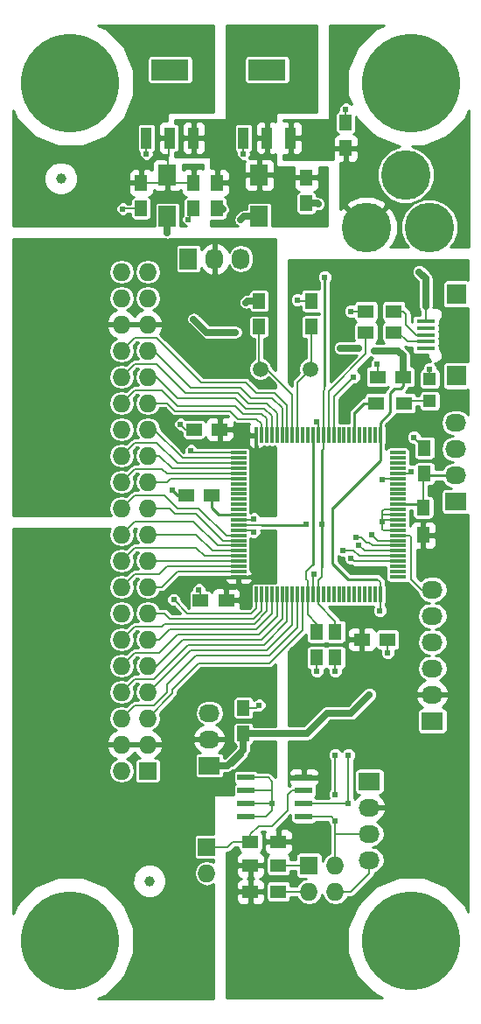
<source format=gbr>
G04 #@! TF.FileFunction,Copper,L1,Top,Signal*
%FSLAX46Y46*%
G04 Gerber Fmt 4.6, Leading zero omitted, Abs format (unit mm)*
G04 Created by KiCad (PCBNEW 4.0.1-stable) date 12/26/2016 8:36:13 PM*
%MOMM*%
G01*
G04 APERTURE LIST*
%ADD10C,0.100000*%
%ADD11R,1.500000X0.300000*%
%ADD12R,0.300000X1.500000*%
%ADD13R,1.500000X1.250000*%
%ADD14R,1.250000X1.500000*%
%ADD15R,1.700000X2.000000*%
%ADD16C,1.000000*%
%ADD17R,2.032000X1.727200*%
%ADD18O,2.032000X1.727200*%
%ADD19R,1.727200X1.727200*%
%ADD20O,1.727200X1.727200*%
%ADD21R,1.727200X2.032000*%
%ADD22O,1.727200X2.032000*%
%ADD23R,1.500000X1.300000*%
%ADD24R,1.300000X1.500000*%
%ADD25R,1.651000X0.599440*%
%ADD26C,4.800600*%
%ADD27R,3.657600X2.032000*%
%ADD28R,1.016000X2.032000*%
%ADD29R,1.800000X0.400000*%
%ADD30R,1.900000X1.900000*%
%ADD31C,1.501140*%
%ADD32R,1.198880X1.198880*%
%ADD33C,9.525000*%
%ADD34C,0.610000*%
%ADD35C,0.203200*%
%ADD36C,0.254000*%
%ADD37C,0.635000*%
G04 APERTURE END LIST*
D10*
D11*
X47705000Y-63785000D03*
X47705000Y-63285000D03*
X47705000Y-62785000D03*
X47705000Y-62285000D03*
X47705000Y-61785000D03*
X47705000Y-61285000D03*
X47705000Y-60785000D03*
X47705000Y-60285000D03*
X47705000Y-59785000D03*
X47705000Y-59285000D03*
X47705000Y-58785000D03*
X47705000Y-58285000D03*
X47705000Y-57785000D03*
X47705000Y-57285000D03*
X47705000Y-56785000D03*
X47705000Y-56285000D03*
X47705000Y-55785000D03*
X47705000Y-55285000D03*
X47705000Y-54785000D03*
X47705000Y-54285000D03*
X47705000Y-53785000D03*
X47705000Y-53285000D03*
X47705000Y-52785000D03*
X47705000Y-52285000D03*
X47705000Y-51785000D03*
D12*
X46005000Y-50085000D03*
X45505000Y-50085000D03*
X45005000Y-50085000D03*
X44505000Y-50085000D03*
X44005000Y-50085000D03*
X43505000Y-50085000D03*
X43005000Y-50085000D03*
X42505000Y-50085000D03*
X42005000Y-50085000D03*
X41505000Y-50085000D03*
X41005000Y-50085000D03*
X40505000Y-50085000D03*
X40005000Y-50085000D03*
X39505000Y-50085000D03*
X39005000Y-50085000D03*
X38505000Y-50085000D03*
X38005000Y-50085000D03*
X37505000Y-50085000D03*
X37005000Y-50085000D03*
X36505000Y-50085000D03*
X36005000Y-50085000D03*
X35505000Y-50085000D03*
X35005000Y-50085000D03*
X34505000Y-50085000D03*
X34005000Y-50085000D03*
D11*
X32305000Y-51785000D03*
X32305000Y-52285000D03*
X32305000Y-52785000D03*
X32305000Y-53285000D03*
X32305000Y-53785000D03*
X32305000Y-54285000D03*
X32305000Y-54785000D03*
X32305000Y-55285000D03*
X32305000Y-55785000D03*
X32305000Y-56285000D03*
X32305000Y-56785000D03*
X32305000Y-57285000D03*
X32305000Y-57785000D03*
X32305000Y-58285000D03*
X32305000Y-58785000D03*
X32305000Y-59285000D03*
X32305000Y-59785000D03*
X32305000Y-60285000D03*
X32305000Y-60785000D03*
X32305000Y-61285000D03*
X32305000Y-61785000D03*
X32305000Y-62285000D03*
X32305000Y-62785000D03*
X32305000Y-63285000D03*
X32305000Y-63785000D03*
D12*
X34005000Y-65485000D03*
X34505000Y-65485000D03*
X35005000Y-65485000D03*
X35505000Y-65485000D03*
X36005000Y-65485000D03*
X36505000Y-65485000D03*
X37005000Y-65485000D03*
X37505000Y-65485000D03*
X38005000Y-65485000D03*
X38505000Y-65485000D03*
X39005000Y-65485000D03*
X39505000Y-65485000D03*
X40005000Y-65485000D03*
X40505000Y-65485000D03*
X41005000Y-65485000D03*
X41505000Y-65485000D03*
X42005000Y-65485000D03*
X42505000Y-65485000D03*
X43005000Y-65485000D03*
X43505000Y-65485000D03*
X44005000Y-65485000D03*
X44505000Y-65485000D03*
X45005000Y-65485000D03*
X45505000Y-65485000D03*
X46005000Y-65485000D03*
D13*
X44216000Y-69850000D03*
X46716000Y-69850000D03*
D14*
X50292000Y-53828000D03*
X50292000Y-51328000D03*
D13*
X31095000Y-66040000D03*
X28595000Y-66040000D03*
X48240000Y-44450000D03*
X45740000Y-44450000D03*
D14*
X32766000Y-78974000D03*
X32766000Y-76474000D03*
D13*
X30460000Y-49530000D03*
X27960000Y-49530000D03*
D14*
X39878000Y-71608000D03*
X39878000Y-69108000D03*
X41656000Y-71608000D03*
X41656000Y-69108000D03*
D13*
X27198000Y-55880000D03*
X29698000Y-55880000D03*
D15*
X25400000Y-28924000D03*
X25400000Y-24924000D03*
X34290000Y-28924000D03*
X34290000Y-24924000D03*
D16*
X15087600Y-25247600D03*
X23647400Y-93218000D03*
D17*
X53340000Y-56515000D03*
D18*
X53340000Y-53975000D03*
X53340000Y-51435000D03*
X53340000Y-48895000D03*
D19*
X29210000Y-89916000D03*
D20*
X29210000Y-92456000D03*
D21*
X27432000Y-33020000D03*
D22*
X29972000Y-33020000D03*
X32512000Y-33020000D03*
D17*
X29464000Y-82042000D03*
D18*
X29464000Y-79502000D03*
X29464000Y-76962000D03*
D23*
X36148000Y-89408000D03*
X33448000Y-89408000D03*
X36148000Y-91694000D03*
X33448000Y-91694000D03*
X36148000Y-94234000D03*
X33448000Y-94234000D03*
D24*
X50165000Y-57070000D03*
X50165000Y-59770000D03*
D23*
X45640000Y-46990000D03*
X48340000Y-46990000D03*
D25*
X38608000Y-83185000D03*
X33020000Y-83185000D03*
X38608000Y-84455000D03*
X38608000Y-85725000D03*
X38608000Y-86995000D03*
X33020000Y-84455000D03*
X33020000Y-85725000D03*
X33020000Y-86995000D03*
D26*
X50749200Y-29997400D03*
X44653200Y-29997400D03*
X48463200Y-24917400D03*
D27*
X35052000Y-14732000D03*
D28*
X35052000Y-21336000D03*
X37338000Y-21336000D03*
X32766000Y-21336000D03*
D27*
X25654000Y-14732000D03*
D28*
X25654000Y-21336000D03*
X27940000Y-21336000D03*
X23368000Y-21336000D03*
D19*
X23495000Y-82550000D03*
D20*
X20955000Y-82550000D03*
X23495000Y-80010000D03*
X20955000Y-80010000D03*
X23495000Y-77470000D03*
X20955000Y-77470000D03*
X23495000Y-74930000D03*
X20955000Y-74930000D03*
X23495000Y-72390000D03*
X20955000Y-72390000D03*
X23495000Y-69850000D03*
X20955000Y-69850000D03*
X23495000Y-67310000D03*
X20955000Y-67310000D03*
X23495000Y-64770000D03*
X20955000Y-64770000D03*
X23495000Y-62230000D03*
X20955000Y-62230000D03*
X23495000Y-59690000D03*
X20955000Y-59690000D03*
X23495000Y-57150000D03*
X20955000Y-57150000D03*
X23495000Y-54610000D03*
X20955000Y-54610000D03*
X23495000Y-52070000D03*
X20955000Y-52070000D03*
X23495000Y-49530000D03*
X20955000Y-49530000D03*
X23495000Y-46990000D03*
X20955000Y-46990000D03*
X23495000Y-44450000D03*
X20955000Y-44450000D03*
X23495000Y-41910000D03*
X20955000Y-41910000D03*
X23495000Y-39370000D03*
X20955000Y-39370000D03*
X23495000Y-36830000D03*
X20955000Y-36830000D03*
X23495000Y-34290000D03*
X20955000Y-34290000D03*
D14*
X34290000Y-37104000D03*
X34290000Y-39604000D03*
X39370000Y-37104000D03*
X39370000Y-39604000D03*
D29*
X50400000Y-41686000D03*
X50400000Y-41036000D03*
X50400000Y-40386000D03*
X50400000Y-39736000D03*
X50400000Y-39086000D03*
D30*
X53425000Y-44336000D03*
X53425000Y-36436000D03*
D23*
X47324000Y-40132000D03*
X44624000Y-40132000D03*
X47324000Y-38100000D03*
X44624000Y-38100000D03*
D31*
X34389060Y-43688000D03*
X39270940Y-43688000D03*
D14*
X42672000Y-22332000D03*
X42672000Y-19832000D03*
X30226000Y-25674000D03*
X30226000Y-28174000D03*
X38862000Y-25166000D03*
X38862000Y-27666000D03*
X27940000Y-25674000D03*
X27940000Y-28174000D03*
X22860000Y-25674000D03*
X22860000Y-28174000D03*
D17*
X44958000Y-83566000D03*
D18*
X44958000Y-86106000D03*
X44958000Y-88646000D03*
X44958000Y-91186000D03*
D19*
X39116000Y-91694000D03*
D20*
X41656000Y-91694000D03*
X39116000Y-94234000D03*
X41656000Y-94234000D03*
D17*
X51054000Y-77724000D03*
D18*
X51054000Y-75184000D03*
X51054000Y-72644000D03*
X51054000Y-70104000D03*
X51054000Y-67564000D03*
X51054000Y-65024000D03*
D32*
X50800000Y-46769020D03*
X50800000Y-44670980D03*
D33*
X16000000Y-16000000D03*
X49000000Y-16000000D03*
X16000000Y-99000000D03*
X49000000Y-99000000D03*
D34*
X42672000Y-18542000D03*
X50800000Y-43688000D03*
X23368000Y-22860000D03*
X25908000Y-55372000D03*
X49784000Y-34290000D03*
X38000000Y-37000000D03*
X33000000Y-37250000D03*
X30750000Y-28250000D03*
X40000000Y-27750000D03*
X45720000Y-43180000D03*
X49276000Y-50292000D03*
X28448000Y-65024000D03*
X21082000Y-28194000D03*
X26670000Y-49022000D03*
X27432000Y-29210000D03*
X32766000Y-22860000D03*
X39878000Y-72898000D03*
X41656000Y-72898000D03*
X34290000Y-76200000D03*
X35560000Y-85725000D03*
X46736000Y-71120000D03*
X46228000Y-58420000D03*
X33782000Y-59436000D03*
X33782000Y-58166000D03*
X39878000Y-48768000D03*
X39624000Y-63500000D03*
X40640000Y-34798000D03*
X40640000Y-29464000D03*
X38862000Y-58674000D03*
X40386000Y-58674000D03*
X27940000Y-24130000D03*
X51562000Y-59690000D03*
X42418000Y-47752000D03*
X41402000Y-42926000D03*
X41402000Y-39624000D03*
X49022000Y-53594000D03*
X46228000Y-54356000D03*
X43180000Y-61976000D03*
X42926000Y-81026000D03*
X42926000Y-85725000D03*
X41656000Y-81026000D03*
X41656000Y-84836000D03*
X41656000Y-87376000D03*
X42418000Y-61214000D03*
X27686000Y-51562000D03*
X26000000Y-66000000D03*
X43434000Y-44450000D03*
X43180000Y-38100000D03*
X43942000Y-60706000D03*
X43688000Y-59944000D03*
X45212000Y-59690000D03*
X25400000Y-30480000D03*
X42164000Y-41656000D03*
X43942000Y-41656000D03*
X44958000Y-75184000D03*
X45974000Y-67056000D03*
X45466000Y-41910000D03*
X32004000Y-40132000D03*
X27940000Y-38862000D03*
X32500000Y-29250000D03*
D35*
X42672000Y-19832000D02*
X42672000Y-18542000D01*
X50800000Y-44670980D02*
X50800000Y-43688000D01*
X23368000Y-21336000D02*
X23368000Y-22860000D01*
D36*
X27198000Y-55880000D02*
X26416000Y-55880000D01*
X26416000Y-55880000D02*
X25908000Y-55372000D01*
D35*
X26416000Y-55880000D02*
X25908000Y-55372000D01*
D37*
X50400000Y-37592000D02*
X50400000Y-34906000D01*
X50400000Y-34906000D02*
X49784000Y-34290000D01*
D35*
X50400000Y-39086000D02*
X50400000Y-37592000D01*
X50400000Y-34906000D02*
X49784000Y-34290000D01*
X50400000Y-34906000D02*
X49784000Y-34290000D01*
X39370000Y-37104000D02*
X38104000Y-37104000D01*
X38104000Y-37104000D02*
X38000000Y-37000000D01*
D37*
X34290000Y-37104000D02*
X33146000Y-37104000D01*
X33146000Y-37104000D02*
X33000000Y-37250000D01*
X30226000Y-28174000D02*
X30674000Y-28174000D01*
X30674000Y-28174000D02*
X30750000Y-28250000D01*
X38862000Y-27666000D02*
X39916000Y-27666000D01*
X39916000Y-27666000D02*
X40000000Y-27750000D01*
D35*
X45740000Y-43200000D02*
X45720000Y-43180000D01*
X45740000Y-44450000D02*
X45740000Y-43200000D01*
X50292000Y-51308000D02*
X49276000Y-50292000D01*
X50292000Y-51328000D02*
X50292000Y-51308000D01*
X28595000Y-65171000D02*
X28448000Y-65024000D01*
X28595000Y-66040000D02*
X28595000Y-65171000D01*
X21102000Y-28174000D02*
X21082000Y-28194000D01*
X22860000Y-28174000D02*
X21102000Y-28174000D01*
X27178000Y-49530000D02*
X26670000Y-49022000D01*
X27960000Y-49530000D02*
X27178000Y-49530000D01*
X27940000Y-28174000D02*
X27432000Y-29210000D01*
X32766000Y-21336000D02*
X32766000Y-22860000D01*
X39878000Y-71608000D02*
X39878000Y-72898000D01*
X41656000Y-71608000D02*
X41656000Y-72898000D01*
X34016000Y-76474000D02*
X34290000Y-76200000D01*
X32766000Y-76474000D02*
X34016000Y-76474000D01*
X34925000Y-86995000D02*
X35560000Y-86360000D01*
X35560000Y-84455000D02*
X35560000Y-83566000D01*
X35560000Y-85852000D02*
X35560000Y-84455000D01*
X35560000Y-86360000D02*
X35560000Y-85852000D01*
X35560000Y-83566000D02*
X35179000Y-83185000D01*
X35179000Y-83185000D02*
X33020000Y-83185000D01*
X33020000Y-86995000D02*
X34925000Y-86995000D01*
X33020000Y-84455000D02*
X35560000Y-84455000D01*
X35560000Y-85725000D02*
X35560000Y-85852000D01*
X33020000Y-85725000D02*
X34798000Y-85725000D01*
X34798000Y-85725000D02*
X35560000Y-85725000D01*
X46716000Y-71100000D02*
X46736000Y-71120000D01*
X46716000Y-69850000D02*
X46716000Y-71100000D01*
X46347000Y-57285000D02*
X46228000Y-57404000D01*
X46228000Y-58166000D02*
X46228000Y-59182000D01*
X46228000Y-57658000D02*
X46228000Y-58166000D01*
X46228000Y-57404000D02*
X46228000Y-57658000D01*
X46228000Y-59182000D02*
X46331000Y-59285000D01*
X46331000Y-59285000D02*
X47705000Y-59285000D01*
X47705000Y-57285000D02*
X46347000Y-57285000D01*
X46228000Y-57785000D02*
X46228000Y-57658000D01*
X47705000Y-57785000D02*
X46228000Y-57785000D01*
X46228000Y-58285000D02*
X46228000Y-58166000D01*
X47705000Y-58285000D02*
X46228000Y-58285000D01*
X46228000Y-58285000D02*
X46228000Y-58420000D01*
X33631000Y-59285000D02*
X33782000Y-59436000D01*
X32305000Y-59285000D02*
X33631000Y-59285000D01*
X33663000Y-58285000D02*
X33782000Y-58166000D01*
X32305000Y-58285000D02*
X33663000Y-58285000D01*
X40005000Y-48895000D02*
X39878000Y-48768000D01*
X40005000Y-50085000D02*
X40005000Y-48895000D01*
X39505000Y-63619000D02*
X39624000Y-63500000D01*
X39505000Y-65485000D02*
X39505000Y-63619000D01*
D36*
X34544000Y-58785000D02*
X38751000Y-58785000D01*
X38751000Y-58785000D02*
X38862000Y-58674000D01*
X40386000Y-51562000D02*
X40386000Y-58674000D01*
D35*
X40505000Y-51443000D02*
X40505000Y-50085000D01*
X40386000Y-51562000D02*
X40505000Y-51443000D01*
D36*
X40386000Y-58674000D02*
X40386000Y-62865000D01*
X40640000Y-34798000D02*
X40640000Y-45339000D01*
D35*
X40505000Y-50085000D02*
X40505000Y-45839000D01*
X40640000Y-45704000D02*
X40640000Y-45339000D01*
X40505000Y-45839000D02*
X40640000Y-45704000D01*
X35052000Y-22606000D02*
X34290000Y-23368000D01*
X34290000Y-23368000D02*
X34290000Y-24924000D01*
X35052000Y-21336000D02*
X35052000Y-22606000D01*
X34532000Y-25166000D02*
X34290000Y-24924000D01*
X40005000Y-66421000D02*
X41656000Y-68072000D01*
X41656000Y-68072000D02*
X41656000Y-69108000D01*
X40005000Y-65485000D02*
X40005000Y-66421000D01*
X40005000Y-64135000D02*
X40386000Y-63754000D01*
X40386000Y-63754000D02*
X40386000Y-62865000D01*
X40386000Y-62865000D02*
X40386000Y-58674000D01*
X40005000Y-65485000D02*
X40005000Y-64135000D01*
X38751000Y-58785000D02*
X38862000Y-58674000D01*
X32305000Y-58785000D02*
X34544000Y-58785000D01*
X27940000Y-25674000D02*
X27940000Y-24130000D01*
X51482000Y-59770000D02*
X51562000Y-59690000D01*
X51482000Y-59770000D02*
X50165000Y-59770000D01*
X41402000Y-39624000D02*
X41402000Y-42926000D01*
X22860000Y-25674000D02*
X24650000Y-25674000D01*
X24650000Y-25674000D02*
X25400000Y-24924000D01*
X27940000Y-25674000D02*
X26150000Y-25674000D01*
X26150000Y-25674000D02*
X25400000Y-24924000D01*
X25654000Y-21336000D02*
X25400000Y-24924000D01*
D36*
X53340000Y-53975000D02*
X50439000Y-53975000D01*
X50439000Y-53975000D02*
X50292000Y-53828000D01*
X47705000Y-56785000D02*
X49880000Y-56785000D01*
X49880000Y-56785000D02*
X50165000Y-57070000D01*
D35*
X50165000Y-53955000D02*
X50292000Y-53828000D01*
X50165000Y-57070000D02*
X50165000Y-53955000D01*
X50439000Y-53975000D02*
X50292000Y-53828000D01*
X31095000Y-66040000D02*
X31095000Y-65095000D01*
X32305000Y-64695000D02*
X32305000Y-63785000D01*
X32000000Y-65000000D02*
X32305000Y-64695000D01*
X31190000Y-65000000D02*
X32000000Y-65000000D01*
X31095000Y-65095000D02*
X31190000Y-65000000D01*
X33067000Y-50085000D02*
X32512000Y-49530000D01*
X32512000Y-49530000D02*
X30460000Y-49530000D01*
X34005000Y-50085000D02*
X33067000Y-50085000D01*
D36*
X39505000Y-62603000D02*
X39505000Y-50085000D01*
D35*
X39005000Y-67453000D02*
X39878000Y-68326000D01*
X39878000Y-68326000D02*
X39878000Y-69108000D01*
X39005000Y-65485000D02*
X39005000Y-67453000D01*
X39505000Y-62603000D02*
X38862000Y-63246000D01*
X38862000Y-63246000D02*
X38862000Y-64008000D01*
X38862000Y-64008000D02*
X39005000Y-64151000D01*
X39005000Y-64151000D02*
X39005000Y-65485000D01*
D36*
X32305000Y-57785000D02*
X30353000Y-57785000D01*
X30353000Y-57785000D02*
X29698000Y-57130000D01*
X29698000Y-57130000D02*
X29698000Y-55880000D01*
X29698000Y-57130000D02*
X29698000Y-55880000D01*
D35*
X29698000Y-57130000D02*
X29698000Y-55880000D01*
X48831000Y-53785000D02*
X49022000Y-53594000D01*
X47705000Y-53785000D02*
X48831000Y-53785000D01*
X46228000Y-54356000D02*
X46299000Y-54285000D01*
X46299000Y-54285000D02*
X47705000Y-54285000D01*
X31242000Y-89916000D02*
X31750000Y-89408000D01*
X31750000Y-89408000D02*
X33448000Y-89408000D01*
X29210000Y-89916000D02*
X31242000Y-89916000D01*
X33448000Y-88726000D02*
X34290000Y-87884000D01*
X34290000Y-87884000D02*
X35560000Y-87884000D01*
X35560000Y-87884000D02*
X37084000Y-86360000D01*
X37084000Y-86360000D02*
X37084000Y-84836000D01*
X37084000Y-84836000D02*
X37465000Y-84455000D01*
X37465000Y-84455000D02*
X38608000Y-84455000D01*
X33448000Y-89408000D02*
X33448000Y-88726000D01*
X23749000Y-74676000D02*
X23495000Y-74930000D01*
X37505000Y-68413000D02*
X35052000Y-70866000D01*
X37505000Y-65485000D02*
X37505000Y-68413000D01*
X27686000Y-70866000D02*
X35052000Y-70866000D01*
X23622000Y-74930000D02*
X27686000Y-70866000D01*
X23495000Y-74930000D02*
X23622000Y-74930000D01*
X42926000Y-84582000D02*
X42926000Y-85725000D01*
X43180000Y-61976000D02*
X43489000Y-62285000D01*
X43489000Y-62285000D02*
X47705000Y-62285000D01*
X42926000Y-84582000D02*
X42926000Y-81026000D01*
X38608000Y-85725000D02*
X42926000Y-85725000D01*
X43180000Y-94234000D02*
X44958000Y-92456000D01*
X41656000Y-94234000D02*
X43180000Y-94234000D01*
X44958000Y-92456000D02*
X44958000Y-91186000D01*
X44958000Y-88646000D02*
X41656000Y-88646000D01*
X41656000Y-91694000D02*
X41656000Y-88646000D01*
X41656000Y-88646000D02*
X41656000Y-87376000D01*
X42418000Y-61214000D02*
X43434000Y-61214000D01*
X41656000Y-84836000D02*
X41656000Y-81026000D01*
X47705000Y-61785000D02*
X44005000Y-61785000D01*
X44005000Y-61785000D02*
X43434000Y-61214000D01*
X41275000Y-86995000D02*
X41656000Y-87376000D01*
X38608000Y-86995000D02*
X41275000Y-86995000D01*
D36*
X43505000Y-50085000D02*
X43505000Y-47935000D01*
X43505000Y-47935000D02*
X44450000Y-46990000D01*
X44450000Y-46990000D02*
X45640000Y-46990000D01*
D35*
X43505000Y-47935000D02*
X44450000Y-46990000D01*
X44450000Y-46990000D02*
X45640000Y-46990000D01*
X37005000Y-47165000D02*
X35814000Y-45974000D01*
X35814000Y-45974000D02*
X34036000Y-45974000D01*
X34036000Y-45974000D02*
X33020000Y-44958000D01*
X33020000Y-44958000D02*
X28702000Y-44958000D01*
X28702000Y-44958000D02*
X24384000Y-40640000D01*
X24384000Y-40640000D02*
X22225000Y-40640000D01*
X22225000Y-40640000D02*
X20955000Y-41910000D01*
X37005000Y-50085000D02*
X37005000Y-47165000D01*
X24130000Y-41910000D02*
X23495000Y-41910000D01*
X36505000Y-47427000D02*
X35560000Y-46482000D01*
X35560000Y-46482000D02*
X33528000Y-46482000D01*
X33528000Y-46482000D02*
X32512000Y-45466000D01*
X32512000Y-45466000D02*
X27686000Y-45466000D01*
X27686000Y-45466000D02*
X24130000Y-41910000D01*
X36505000Y-50085000D02*
X36505000Y-47427000D01*
X36005000Y-47943000D02*
X35052000Y-46990000D01*
X35052000Y-46990000D02*
X33274000Y-46990000D01*
X33274000Y-46990000D02*
X32258000Y-45974000D01*
X32258000Y-45974000D02*
X27178000Y-45974000D01*
X27178000Y-45974000D02*
X24384000Y-43180000D01*
X24384000Y-43180000D02*
X22225000Y-43180000D01*
X22225000Y-43180000D02*
X20955000Y-44450000D01*
X36005000Y-50085000D02*
X36005000Y-47943000D01*
X35505000Y-48205000D02*
X34798000Y-47498000D01*
X34798000Y-47498000D02*
X33020000Y-47498000D01*
X33020000Y-47498000D02*
X32004000Y-46482000D01*
X32004000Y-46482000D02*
X26416000Y-46482000D01*
X26416000Y-46482000D02*
X24384000Y-44450000D01*
X24384000Y-44450000D02*
X23495000Y-44450000D01*
X35505000Y-50085000D02*
X35505000Y-48205000D01*
X35005000Y-48467000D02*
X34544000Y-48006000D01*
X34544000Y-48006000D02*
X32766000Y-48006000D01*
X32766000Y-48006000D02*
X32004000Y-47244000D01*
X32004000Y-47244000D02*
X26416000Y-47244000D01*
X26416000Y-47244000D02*
X24892000Y-45720000D01*
X24892000Y-45720000D02*
X22225000Y-45720000D01*
X22225000Y-45720000D02*
X20955000Y-46990000D01*
X35005000Y-50085000D02*
X35005000Y-48467000D01*
X31496000Y-47752000D02*
X26162000Y-47752000D01*
X26162000Y-47752000D02*
X25400000Y-46990000D01*
X25400000Y-46990000D02*
X23495000Y-46990000D01*
X34036000Y-48514000D02*
X32258000Y-48514000D01*
X32258000Y-48514000D02*
X31496000Y-47752000D01*
X34505000Y-48983000D02*
X34036000Y-48514000D01*
X34505000Y-50085000D02*
X34505000Y-48983000D01*
X32305000Y-51785000D02*
X27909000Y-51785000D01*
X27909000Y-51785000D02*
X27686000Y-51562000D01*
X24130000Y-49530000D02*
X23495000Y-49530000D01*
X26885000Y-52285000D02*
X24130000Y-49530000D01*
X32305000Y-52285000D02*
X26885000Y-52285000D01*
X26369000Y-52785000D02*
X24384000Y-50800000D01*
X24384000Y-50800000D02*
X22225000Y-50800000D01*
X22225000Y-50800000D02*
X20955000Y-52070000D01*
X32305000Y-52785000D02*
X26369000Y-52785000D01*
X25853000Y-53285000D02*
X24638000Y-52070000D01*
X24638000Y-52070000D02*
X23495000Y-52070000D01*
X32305000Y-53285000D02*
X25853000Y-53285000D01*
X25337000Y-53785000D02*
X24892000Y-53340000D01*
X24892000Y-53340000D02*
X22225000Y-53340000D01*
X22225000Y-53340000D02*
X20955000Y-54610000D01*
X32305000Y-53785000D02*
X25337000Y-53785000D01*
X25725000Y-54285000D02*
X25400000Y-54610000D01*
X25400000Y-54610000D02*
X23495000Y-54610000D01*
X32305000Y-54285000D02*
X25725000Y-54285000D01*
X31083000Y-59785000D02*
X28448000Y-57150000D01*
X28448000Y-57150000D02*
X26416000Y-57150000D01*
X26416000Y-57150000D02*
X25146000Y-55880000D01*
X25146000Y-55880000D02*
X22225000Y-55880000D01*
X22225000Y-55880000D02*
X20955000Y-57150000D01*
X32305000Y-59785000D02*
X31083000Y-59785000D01*
X30821000Y-60285000D02*
X28194000Y-57658000D01*
X28194000Y-57658000D02*
X26162000Y-57658000D01*
X26162000Y-57658000D02*
X25654000Y-57150000D01*
X25654000Y-57150000D02*
X23495000Y-57150000D01*
X32305000Y-60285000D02*
X30821000Y-60285000D01*
X30305000Y-60785000D02*
X27940000Y-58420000D01*
X27940000Y-58420000D02*
X22225000Y-58420000D01*
X22225000Y-58420000D02*
X20955000Y-59690000D01*
X32305000Y-60785000D02*
X30305000Y-60785000D01*
X29789000Y-61285000D02*
X28194000Y-59690000D01*
X28194000Y-59690000D02*
X23495000Y-59690000D01*
X32305000Y-61285000D02*
X29789000Y-61285000D01*
X29019000Y-61785000D02*
X28194000Y-60960000D01*
X28194000Y-60960000D02*
X22225000Y-60960000D01*
X22225000Y-60960000D02*
X20955000Y-62230000D01*
X32305000Y-61785000D02*
X29019000Y-61785000D01*
X28503000Y-62285000D02*
X28448000Y-62230000D01*
X28448000Y-62230000D02*
X23495000Y-62230000D01*
X32305000Y-62285000D02*
X28503000Y-62285000D01*
X25353000Y-62785000D02*
X24638000Y-63500000D01*
X24638000Y-63500000D02*
X22225000Y-63500000D01*
X22225000Y-63500000D02*
X20955000Y-64770000D01*
X32305000Y-62785000D02*
X25353000Y-62785000D01*
X26377000Y-63285000D02*
X24892000Y-64770000D01*
X24892000Y-64770000D02*
X23495000Y-64770000D01*
X32305000Y-63285000D02*
X26377000Y-63285000D01*
X29000000Y-67310000D02*
X27310000Y-67310000D01*
X27310000Y-67310000D02*
X26000000Y-66000000D01*
X34005000Y-66833000D02*
X33528000Y-67310000D01*
X33528000Y-67310000D02*
X29000000Y-67310000D01*
X34005000Y-65485000D02*
X34005000Y-66833000D01*
X34505000Y-67095000D02*
X33782000Y-67818000D01*
X33782000Y-67818000D02*
X25654000Y-67818000D01*
X25654000Y-67818000D02*
X25146000Y-67310000D01*
X25146000Y-67310000D02*
X23495000Y-67310000D01*
X34505000Y-65485000D02*
X34505000Y-67095000D01*
X35005000Y-67133818D02*
X33812818Y-68326000D01*
X33812818Y-68326000D02*
X25146000Y-68326000D01*
X25146000Y-68326000D02*
X24892000Y-68580000D01*
X24892000Y-68580000D02*
X22225000Y-68580000D01*
X22225000Y-68580000D02*
X20955000Y-69850000D01*
X35005000Y-65485000D02*
X35005000Y-67133818D01*
X24003000Y-69342000D02*
X23495000Y-69850000D01*
X35505000Y-67365000D02*
X34036000Y-68834000D01*
X35505000Y-65485000D02*
X35505000Y-67365000D01*
X24638000Y-69850000D02*
X25654000Y-68834000D01*
X25654000Y-68834000D02*
X34036000Y-68834000D01*
X23495000Y-69850000D02*
X24638000Y-69850000D01*
X22225000Y-71120000D02*
X20955000Y-72390000D01*
X36005000Y-67627000D02*
X34290000Y-69342000D01*
X36005000Y-65485000D02*
X36005000Y-67627000D01*
X24638000Y-71120000D02*
X26416000Y-69342000D01*
X26416000Y-69342000D02*
X34290000Y-69342000D01*
X22225000Y-71120000D02*
X24638000Y-71120000D01*
X36505000Y-67889000D02*
X34544000Y-69850000D01*
X36505000Y-65485000D02*
X36505000Y-67889000D01*
X24384000Y-72390000D02*
X26924000Y-69850000D01*
X26924000Y-69850000D02*
X34544000Y-69850000D01*
X23495000Y-72390000D02*
X24384000Y-72390000D01*
X22352000Y-73660000D02*
X22225000Y-73660000D01*
X22225000Y-73660000D02*
X20955000Y-74930000D01*
X37005000Y-68151000D02*
X34798000Y-70358000D01*
X37005000Y-65485000D02*
X37005000Y-68151000D01*
X24130000Y-73660000D02*
X27432000Y-70358000D01*
X27432000Y-70358000D02*
X34798000Y-70358000D01*
X22352000Y-73660000D02*
X24130000Y-73660000D01*
X38505000Y-68937000D02*
X35306000Y-72136000D01*
X35306000Y-72136000D02*
X28448000Y-72136000D01*
X28448000Y-72136000D02*
X25908000Y-74676000D01*
X25908000Y-74676000D02*
X25908000Y-75057000D01*
X25908000Y-75057000D02*
X23495000Y-77470000D01*
X38505000Y-65485000D02*
X38505000Y-68937000D01*
X38005000Y-68675000D02*
X35306000Y-71374000D01*
X35306000Y-71374000D02*
X28194000Y-71374000D01*
X28194000Y-71374000D02*
X25400000Y-74168000D01*
X25400000Y-74168000D02*
X25400000Y-74930000D01*
X25400000Y-74930000D02*
X24130000Y-76200000D01*
X24130000Y-76200000D02*
X22225000Y-76200000D01*
X22225000Y-76200000D02*
X20955000Y-77470000D01*
X38005000Y-65485000D02*
X38005000Y-68675000D01*
X35052000Y-43688000D02*
X34389060Y-43688000D01*
X37505000Y-46141000D02*
X35052000Y-43688000D01*
X37505000Y-50085000D02*
X37505000Y-46141000D01*
X34290000Y-43588940D02*
X34389060Y-43688000D01*
X34290000Y-39604000D02*
X34290000Y-43588940D01*
X38005000Y-44953940D02*
X39270940Y-43688000D01*
X38005000Y-50085000D02*
X38005000Y-44953940D01*
X39370000Y-43588940D02*
X39270940Y-43688000D01*
X39370000Y-39604000D02*
X39370000Y-43588940D01*
X47752000Y-40132000D02*
X47324000Y-40132000D01*
X48656000Y-41036000D02*
X47752000Y-40132000D01*
X50400000Y-41036000D02*
X48656000Y-41036000D01*
X48260000Y-38100000D02*
X47324000Y-38100000D01*
X48514000Y-38354000D02*
X48260000Y-38100000D01*
X48514000Y-39370000D02*
X48514000Y-38354000D01*
X49530000Y-40386000D02*
X48514000Y-39370000D01*
X50400000Y-40386000D02*
X49530000Y-40386000D01*
X41005000Y-45863000D02*
X44624000Y-42244000D01*
X44624000Y-42244000D02*
X44624000Y-40132000D01*
X41005000Y-50085000D02*
X41005000Y-45863000D01*
X41505000Y-46379000D02*
X43434000Y-44450000D01*
X43180000Y-38100000D02*
X44624000Y-38100000D01*
X41505000Y-50085000D02*
X41505000Y-46379000D01*
X44521000Y-61285000D02*
X43942000Y-60706000D01*
X47705000Y-61285000D02*
X44521000Y-61285000D01*
X43688000Y-59944000D02*
X44196000Y-59944000D01*
X44196000Y-59944000D02*
X44704000Y-60452000D01*
X44704000Y-60452000D02*
X44958000Y-60452000D01*
X44958000Y-60452000D02*
X45291000Y-60785000D01*
X45291000Y-60785000D02*
X47705000Y-60785000D01*
X45212000Y-59690000D02*
X45807000Y-60285000D01*
X45807000Y-60285000D02*
X47705000Y-60285000D01*
X48863000Y-59785000D02*
X47705000Y-59785000D01*
X49022000Y-59944000D02*
X48863000Y-59785000D01*
X49022000Y-64008000D02*
X49022000Y-59944000D01*
X50038000Y-65024000D02*
X49022000Y-64008000D01*
X51054000Y-65024000D02*
X50038000Y-65024000D01*
D37*
X25400000Y-28924000D02*
X25400000Y-30480000D01*
D36*
X46005000Y-50085000D02*
X46005000Y-48864000D01*
X48240000Y-45359000D02*
X48240000Y-44450000D01*
X48006000Y-45593000D02*
X48240000Y-45359000D01*
X47371000Y-45593000D02*
X48006000Y-45593000D01*
X46990000Y-45974000D02*
X47371000Y-45593000D01*
X46990000Y-47879000D02*
X46990000Y-45974000D01*
X46005000Y-48864000D02*
X46990000Y-47879000D01*
X45720000Y-64008000D02*
X42926000Y-64008000D01*
X42926000Y-64008000D02*
X41402000Y-62484000D01*
X41402000Y-62484000D02*
X41402000Y-57150000D01*
X41402000Y-57150000D02*
X46005000Y-52547000D01*
X46005000Y-52547000D02*
X46005000Y-50085000D01*
D37*
X25400000Y-28956000D02*
X25400000Y-28924000D01*
X32766000Y-78974000D02*
X38882000Y-78974000D01*
X43180000Y-76962000D02*
X44958000Y-75184000D01*
X40894000Y-76962000D02*
X43180000Y-76962000D01*
X38882000Y-78974000D02*
X40894000Y-76962000D01*
X29464000Y-82042000D02*
X31242000Y-82042000D01*
X32766000Y-80518000D02*
X32766000Y-78974000D01*
X31242000Y-82042000D02*
X32766000Y-80518000D01*
X45466000Y-41910000D02*
X47752000Y-41910000D01*
X47752000Y-41910000D02*
X48240000Y-42398000D01*
X48240000Y-42398000D02*
X48240000Y-44450000D01*
X42164000Y-41656000D02*
X43942000Y-41656000D01*
X32004000Y-40132000D02*
X29210000Y-40132000D01*
X29210000Y-40132000D02*
X27940000Y-38862000D01*
D35*
X31750000Y-82042000D02*
X32766000Y-81026000D01*
X45974000Y-67056000D02*
X46005000Y-67025000D01*
X46005000Y-67025000D02*
X46005000Y-65485000D01*
X29464000Y-82042000D02*
X31750000Y-82042000D01*
X48240000Y-42398000D02*
X47752000Y-41910000D01*
X48240000Y-44450000D02*
X48240000Y-42398000D01*
X32766000Y-78974000D02*
X32766000Y-81026000D01*
X46005000Y-50085000D02*
X46005000Y-49753000D01*
X46005000Y-52547000D02*
X41402000Y-57150000D01*
X41402000Y-57150000D02*
X41402000Y-62484000D01*
X41402000Y-62484000D02*
X42926000Y-64008000D01*
X45720000Y-64008000D02*
X46005000Y-64293000D01*
X46005000Y-64293000D02*
X46005000Y-65485000D01*
X46005000Y-50085000D02*
X46005000Y-52547000D01*
X44653200Y-29997400D02*
X44653200Y-29539400D01*
X42652000Y-22352000D02*
X42672000Y-22332000D01*
D37*
X32500000Y-29250000D02*
X32826000Y-28924000D01*
X32826000Y-28924000D02*
X34290000Y-28924000D01*
D35*
X32512000Y-33020000D02*
X32512000Y-32258000D01*
X36148000Y-91694000D02*
X39116000Y-91694000D01*
X36148000Y-94234000D02*
X39116000Y-94234000D01*
X50800000Y-46769020D02*
X48560980Y-46769020D01*
X48560980Y-46769020D02*
X48340000Y-46990000D01*
D36*
G36*
X52243250Y-54890986D02*
X52663508Y-55171794D01*
X52861320Y-55211141D01*
X52324000Y-55211141D01*
X52163985Y-55241250D01*
X52017020Y-55335819D01*
X51918427Y-55480115D01*
X51883741Y-55651400D01*
X51883741Y-57378600D01*
X51913850Y-57538615D01*
X52008419Y-57685580D01*
X52152715Y-57784173D01*
X52324000Y-57818859D01*
X54356000Y-57818859D01*
X54516015Y-57788750D01*
X54518200Y-57787344D01*
X54518200Y-96225528D01*
X54224815Y-95515482D01*
X52493632Y-93781275D01*
X50230575Y-92841571D01*
X47780175Y-92839433D01*
X45515482Y-93775185D01*
X43781275Y-95506368D01*
X42841571Y-97769425D01*
X42839433Y-100219825D01*
X43775185Y-102484518D01*
X45506368Y-104218725D01*
X46227583Y-104518200D01*
X31127000Y-104518200D01*
X31127000Y-94519750D01*
X32063000Y-94519750D01*
X32063000Y-95010310D01*
X32159673Y-95243699D01*
X32338302Y-95422327D01*
X32571691Y-95519000D01*
X33162250Y-95519000D01*
X33321000Y-95360250D01*
X33321000Y-94361000D01*
X33575000Y-94361000D01*
X33575000Y-95360250D01*
X33733750Y-95519000D01*
X34324309Y-95519000D01*
X34557698Y-95422327D01*
X34736327Y-95243699D01*
X34833000Y-95010310D01*
X34833000Y-94519750D01*
X34674250Y-94361000D01*
X33575000Y-94361000D01*
X33321000Y-94361000D01*
X32221750Y-94361000D01*
X32063000Y-94519750D01*
X31127000Y-94519750D01*
X31127000Y-91979750D01*
X32063000Y-91979750D01*
X32063000Y-92470310D01*
X32159673Y-92703699D01*
X32338302Y-92882327D01*
X32535478Y-92964000D01*
X32338302Y-93045673D01*
X32159673Y-93224301D01*
X32063000Y-93457690D01*
X32063000Y-93948250D01*
X32221750Y-94107000D01*
X33321000Y-94107000D01*
X33321000Y-93107750D01*
X33177250Y-92964000D01*
X33321000Y-92820250D01*
X33321000Y-91821000D01*
X33575000Y-91821000D01*
X33575000Y-92820250D01*
X33718750Y-92964000D01*
X33575000Y-93107750D01*
X33575000Y-94107000D01*
X34674250Y-94107000D01*
X34833000Y-93948250D01*
X34833000Y-93457690D01*
X34736327Y-93224301D01*
X34557698Y-93045673D01*
X34360522Y-92964000D01*
X34557698Y-92882327D01*
X34736327Y-92703699D01*
X34833000Y-92470310D01*
X34833000Y-91979750D01*
X34674250Y-91821000D01*
X33575000Y-91821000D01*
X33321000Y-91821000D01*
X32221750Y-91821000D01*
X32063000Y-91979750D01*
X31127000Y-91979750D01*
X31127000Y-90449400D01*
X31242000Y-90449400D01*
X31446123Y-90408797D01*
X31619171Y-90293171D01*
X31970941Y-89941400D01*
X32257741Y-89941400D01*
X32257741Y-90058000D01*
X32287850Y-90218015D01*
X32382419Y-90364980D01*
X32493964Y-90441195D01*
X32338302Y-90505673D01*
X32159673Y-90684301D01*
X32063000Y-90917690D01*
X32063000Y-91408250D01*
X32221750Y-91567000D01*
X33321000Y-91567000D01*
X33321000Y-91547000D01*
X33575000Y-91547000D01*
X33575000Y-91567000D01*
X34674250Y-91567000D01*
X34833000Y-91408250D01*
X34833000Y-90917690D01*
X34736327Y-90684301D01*
X34557698Y-90505673D01*
X34400739Y-90440658D01*
X34504980Y-90373581D01*
X34603573Y-90229285D01*
X34638259Y-90058000D01*
X34638259Y-88758000D01*
X34608150Y-88597985D01*
X34513581Y-88451020D01*
X34492040Y-88436302D01*
X34510942Y-88417400D01*
X34851762Y-88417400D01*
X34763000Y-88631690D01*
X34763000Y-89122250D01*
X34921750Y-89281000D01*
X36021000Y-89281000D01*
X36021000Y-88281750D01*
X36275000Y-88281750D01*
X36275000Y-89281000D01*
X37374250Y-89281000D01*
X37533000Y-89122250D01*
X37533000Y-88631690D01*
X37436327Y-88398301D01*
X37257698Y-88219673D01*
X37024309Y-88123000D01*
X36433750Y-88123000D01*
X36275000Y-88281750D01*
X36021000Y-88281750D01*
X35968796Y-88229546D01*
X37342241Y-86856100D01*
X37342241Y-87294720D01*
X37372350Y-87454735D01*
X37466919Y-87601700D01*
X37611215Y-87700293D01*
X37782500Y-87734979D01*
X39433500Y-87734979D01*
X39593515Y-87704870D01*
X39740480Y-87610301D01*
X39796440Y-87528400D01*
X40921751Y-87528400D01*
X41031007Y-87792819D01*
X41122600Y-87884572D01*
X41122600Y-90505421D01*
X40714636Y-90778014D01*
X40433828Y-91198272D01*
X40419859Y-91268499D01*
X40419859Y-90830400D01*
X40389750Y-90670385D01*
X40295181Y-90523420D01*
X40150885Y-90424827D01*
X39979600Y-90390141D01*
X38252400Y-90390141D01*
X38092385Y-90420250D01*
X37945420Y-90514819D01*
X37846827Y-90659115D01*
X37812141Y-90830400D01*
X37812141Y-91160600D01*
X37338259Y-91160600D01*
X37338259Y-91044000D01*
X37308150Y-90883985D01*
X37213581Y-90737020D01*
X37102036Y-90660805D01*
X37257698Y-90596327D01*
X37436327Y-90417699D01*
X37533000Y-90184310D01*
X37533000Y-89693750D01*
X37374250Y-89535000D01*
X36275000Y-89535000D01*
X36275000Y-89555000D01*
X36021000Y-89555000D01*
X36021000Y-89535000D01*
X34921750Y-89535000D01*
X34763000Y-89693750D01*
X34763000Y-90184310D01*
X34859673Y-90417699D01*
X35038302Y-90596327D01*
X35195261Y-90661342D01*
X35091020Y-90728419D01*
X34992427Y-90872715D01*
X34957741Y-91044000D01*
X34957741Y-92344000D01*
X34987850Y-92504015D01*
X35082419Y-92650980D01*
X35226715Y-92749573D01*
X35398000Y-92784259D01*
X36898000Y-92784259D01*
X37058015Y-92754150D01*
X37204980Y-92659581D01*
X37303573Y-92515285D01*
X37338259Y-92344000D01*
X37338259Y-92227400D01*
X37812141Y-92227400D01*
X37812141Y-92557600D01*
X37842250Y-92717615D01*
X37936819Y-92864580D01*
X38081115Y-92963173D01*
X38252400Y-92997859D01*
X38792706Y-92997859D01*
X38594894Y-93037206D01*
X38174636Y-93318014D01*
X37919000Y-93700600D01*
X37338259Y-93700600D01*
X37338259Y-93584000D01*
X37308150Y-93423985D01*
X37213581Y-93277020D01*
X37069285Y-93178427D01*
X36898000Y-93143741D01*
X35398000Y-93143741D01*
X35237985Y-93173850D01*
X35091020Y-93268419D01*
X34992427Y-93412715D01*
X34957741Y-93584000D01*
X34957741Y-94884000D01*
X34987850Y-95044015D01*
X35082419Y-95190980D01*
X35226715Y-95289573D01*
X35398000Y-95324259D01*
X36898000Y-95324259D01*
X37058015Y-95294150D01*
X37204980Y-95199581D01*
X37303573Y-95055285D01*
X37338259Y-94884000D01*
X37338259Y-94767400D01*
X37919000Y-94767400D01*
X38174636Y-95149986D01*
X38594894Y-95430794D01*
X39090622Y-95529400D01*
X39141378Y-95529400D01*
X39637106Y-95430794D01*
X40057364Y-95149986D01*
X40338172Y-94729728D01*
X40386000Y-94489279D01*
X40433828Y-94729728D01*
X40714636Y-95149986D01*
X41134894Y-95430794D01*
X41630622Y-95529400D01*
X41681378Y-95529400D01*
X42177106Y-95430794D01*
X42597364Y-95149986D01*
X42853000Y-94767400D01*
X43180000Y-94767400D01*
X43384123Y-94726797D01*
X43557171Y-94611171D01*
X45335171Y-92833171D01*
X45450797Y-92660123D01*
X45491401Y-92456000D01*
X45491400Y-92455995D01*
X45491400Y-92411257D01*
X45634492Y-92382794D01*
X46054750Y-92101986D01*
X46335558Y-91681728D01*
X46434164Y-91186000D01*
X46335558Y-90690272D01*
X46054750Y-90270014D01*
X45634492Y-89989206D01*
X45266459Y-89916000D01*
X45634492Y-89842794D01*
X46054750Y-89561986D01*
X46335558Y-89141728D01*
X46434164Y-88646000D01*
X46335558Y-88150272D01*
X46054750Y-87730014D01*
X45665867Y-87470170D01*
X45872320Y-87397954D01*
X46308732Y-87008036D01*
X46562709Y-86480791D01*
X46565358Y-86465026D01*
X46444217Y-86233000D01*
X45085000Y-86233000D01*
X45085000Y-86253000D01*
X44831000Y-86253000D01*
X44831000Y-86233000D01*
X44811000Y-86233000D01*
X44811000Y-85979000D01*
X44831000Y-85979000D01*
X44831000Y-85959000D01*
X45085000Y-85959000D01*
X45085000Y-85979000D01*
X46444217Y-85979000D01*
X46565358Y-85746974D01*
X46562709Y-85731209D01*
X46308732Y-85203964D01*
X45934788Y-84869859D01*
X45974000Y-84869859D01*
X46134015Y-84839750D01*
X46280980Y-84745181D01*
X46379573Y-84600885D01*
X46414259Y-84429600D01*
X46414259Y-82702400D01*
X46384150Y-82542385D01*
X46289581Y-82395420D01*
X46145285Y-82296827D01*
X45974000Y-82262141D01*
X43942000Y-82262141D01*
X43781985Y-82292250D01*
X43635020Y-82386819D01*
X43536427Y-82531115D01*
X43501741Y-82702400D01*
X43501741Y-84429600D01*
X43531850Y-84589615D01*
X43626419Y-84736580D01*
X43770715Y-84835173D01*
X43942000Y-84869859D01*
X43981212Y-84869859D01*
X43607268Y-85203964D01*
X43553797Y-85314967D01*
X43550993Y-85308181D01*
X43459400Y-85216428D01*
X43459400Y-81534615D01*
X43550265Y-81443909D01*
X43662672Y-81173202D01*
X43662928Y-80880084D01*
X43550993Y-80609181D01*
X43343909Y-80401735D01*
X43073202Y-80289328D01*
X42780084Y-80289072D01*
X42509181Y-80401007D01*
X42301735Y-80608091D01*
X42291113Y-80633672D01*
X42280993Y-80609181D01*
X42073909Y-80401735D01*
X41803202Y-80289328D01*
X41510084Y-80289072D01*
X41239181Y-80401007D01*
X41031735Y-80608091D01*
X40919328Y-80878798D01*
X40919072Y-81171916D01*
X41031007Y-81442819D01*
X41122600Y-81534572D01*
X41122600Y-84327385D01*
X41031735Y-84418091D01*
X40919328Y-84688798D01*
X40919072Y-84981916D01*
X41005712Y-85191600D01*
X39796248Y-85191600D01*
X39749081Y-85118300D01*
X39708732Y-85090730D01*
X39740480Y-85070301D01*
X39839073Y-84926005D01*
X39873759Y-84754720D01*
X39873759Y-84155280D01*
X39843650Y-83995265D01*
X39834774Y-83981472D01*
X39971827Y-83844418D01*
X40068500Y-83611029D01*
X40068500Y-83470750D01*
X39909750Y-83312000D01*
X38735000Y-83312000D01*
X38735000Y-83332000D01*
X38481000Y-83332000D01*
X38481000Y-83312000D01*
X37306250Y-83312000D01*
X37147500Y-83470750D01*
X37147500Y-83611029D01*
X37244173Y-83844418D01*
X37345187Y-83945432D01*
X37260876Y-83962203D01*
X37211396Y-83995265D01*
X37127000Y-84051656D01*
X37127000Y-82758971D01*
X37147500Y-82758971D01*
X37147500Y-82899250D01*
X37306250Y-83058000D01*
X38481000Y-83058000D01*
X38481000Y-82409030D01*
X38735000Y-82409030D01*
X38735000Y-83058000D01*
X39909750Y-83058000D01*
X40068500Y-82899250D01*
X40068500Y-82758971D01*
X39971827Y-82525582D01*
X39793199Y-82346953D01*
X39559810Y-82250280D01*
X38893750Y-82250280D01*
X38735000Y-82409030D01*
X38481000Y-82409030D01*
X38322250Y-82250280D01*
X37656190Y-82250280D01*
X37422801Y-82346953D01*
X37244173Y-82525582D01*
X37147500Y-82758971D01*
X37127000Y-82758971D01*
X37127000Y-79723300D01*
X38882000Y-79723300D01*
X39168745Y-79666263D01*
X39411835Y-79503835D01*
X41204370Y-77711300D01*
X43180000Y-77711300D01*
X43466745Y-77654263D01*
X43709835Y-77491835D01*
X45487835Y-75713835D01*
X45523273Y-75660798D01*
X45582265Y-75601909D01*
X45606715Y-75543026D01*
X49446642Y-75543026D01*
X49449291Y-75558791D01*
X49703268Y-76086036D01*
X50077212Y-76420141D01*
X50038000Y-76420141D01*
X49877985Y-76450250D01*
X49731020Y-76544819D01*
X49632427Y-76689115D01*
X49597741Y-76860400D01*
X49597741Y-78587600D01*
X49627850Y-78747615D01*
X49722419Y-78894580D01*
X49866715Y-78993173D01*
X50038000Y-79027859D01*
X52070000Y-79027859D01*
X52230015Y-78997750D01*
X52376980Y-78903181D01*
X52475573Y-78758885D01*
X52510259Y-78587600D01*
X52510259Y-76860400D01*
X52480150Y-76700385D01*
X52385581Y-76553420D01*
X52241285Y-76454827D01*
X52070000Y-76420141D01*
X52030788Y-76420141D01*
X52404732Y-76086036D01*
X52658709Y-75558791D01*
X52661358Y-75543026D01*
X52540217Y-75311000D01*
X51181000Y-75311000D01*
X51181000Y-75331000D01*
X50927000Y-75331000D01*
X50927000Y-75311000D01*
X49567783Y-75311000D01*
X49446642Y-75543026D01*
X45606715Y-75543026D01*
X45614512Y-75524249D01*
X45650263Y-75470744D01*
X45662708Y-75408181D01*
X45694672Y-75331202D01*
X45694745Y-75247116D01*
X45707300Y-75184000D01*
X45694855Y-75121436D01*
X45694928Y-75038084D01*
X45662817Y-74960371D01*
X45650263Y-74897255D01*
X45614823Y-74844216D01*
X45582993Y-74767181D01*
X45523586Y-74707670D01*
X45487835Y-74654165D01*
X45434797Y-74618726D01*
X45375909Y-74559735D01*
X45298251Y-74527489D01*
X45244745Y-74491737D01*
X45182181Y-74479292D01*
X45105202Y-74447328D01*
X45021116Y-74447255D01*
X44958000Y-74434700D01*
X44895436Y-74447145D01*
X44812084Y-74447072D01*
X44734370Y-74479183D01*
X44671256Y-74491737D01*
X44618218Y-74527176D01*
X44541181Y-74559007D01*
X44481670Y-74618414D01*
X44428165Y-74654165D01*
X42869630Y-76212700D01*
X40894000Y-76212700D01*
X40607255Y-76269737D01*
X40491321Y-76347202D01*
X40364165Y-76432165D01*
X38571630Y-78224700D01*
X37127000Y-78224700D01*
X37127000Y-71069342D01*
X37338342Y-70858000D01*
X38812741Y-70858000D01*
X38812741Y-72358000D01*
X38842850Y-72518015D01*
X38937419Y-72664980D01*
X39081715Y-72763573D01*
X39141306Y-72775641D01*
X39141072Y-73043916D01*
X39253007Y-73314819D01*
X39460091Y-73522265D01*
X39730798Y-73634672D01*
X40023916Y-73634928D01*
X40294819Y-73522993D01*
X40502265Y-73315909D01*
X40614672Y-73045202D01*
X40614906Y-72777202D01*
X40663015Y-72768150D01*
X40767764Y-72700746D01*
X40859715Y-72763573D01*
X40919306Y-72775641D01*
X40919072Y-73043916D01*
X41031007Y-73314819D01*
X41238091Y-73522265D01*
X41508798Y-73634672D01*
X41801916Y-73634928D01*
X42072819Y-73522993D01*
X42280265Y-73315909D01*
X42392672Y-73045202D01*
X42392906Y-72777202D01*
X42441015Y-72768150D01*
X42587980Y-72673581D01*
X42686573Y-72529285D01*
X42721259Y-72358000D01*
X42721259Y-70858000D01*
X42691150Y-70697985D01*
X42596581Y-70551020D01*
X42452285Y-70452427D01*
X42281000Y-70417741D01*
X41031000Y-70417741D01*
X40870985Y-70447850D01*
X40766236Y-70515254D01*
X40674285Y-70452427D01*
X40503000Y-70417741D01*
X39253000Y-70417741D01*
X39092985Y-70447850D01*
X38946020Y-70542419D01*
X38847427Y-70686715D01*
X38812741Y-70858000D01*
X37338342Y-70858000D01*
X38812741Y-69383601D01*
X38812741Y-69858000D01*
X38842850Y-70018015D01*
X38937419Y-70164980D01*
X39081715Y-70263573D01*
X39253000Y-70298259D01*
X40503000Y-70298259D01*
X40663015Y-70268150D01*
X40767764Y-70200746D01*
X40859715Y-70263573D01*
X41031000Y-70298259D01*
X42281000Y-70298259D01*
X42441015Y-70268150D01*
X42587980Y-70173581D01*
X42613828Y-70135750D01*
X42831000Y-70135750D01*
X42831000Y-70601310D01*
X42927673Y-70834699D01*
X43106302Y-71013327D01*
X43339691Y-71110000D01*
X43930250Y-71110000D01*
X44089000Y-70951250D01*
X44089000Y-69977000D01*
X42989750Y-69977000D01*
X42831000Y-70135750D01*
X42613828Y-70135750D01*
X42686573Y-70029285D01*
X42721259Y-69858000D01*
X42721259Y-69098690D01*
X42831000Y-69098690D01*
X42831000Y-69564250D01*
X42989750Y-69723000D01*
X44089000Y-69723000D01*
X44089000Y-68748750D01*
X44343000Y-68748750D01*
X44343000Y-69723000D01*
X44363000Y-69723000D01*
X44363000Y-69977000D01*
X44343000Y-69977000D01*
X44343000Y-70951250D01*
X44501750Y-71110000D01*
X45092309Y-71110000D01*
X45325698Y-71013327D01*
X45504327Y-70834699D01*
X45574825Y-70664503D01*
X45650419Y-70781980D01*
X45794715Y-70880573D01*
X45966000Y-70915259D01*
X46023220Y-70915259D01*
X45999328Y-70972798D01*
X45999072Y-71265916D01*
X46111007Y-71536819D01*
X46318091Y-71744265D01*
X46588798Y-71856672D01*
X46881916Y-71856928D01*
X47152819Y-71744993D01*
X47360265Y-71537909D01*
X47472672Y-71267202D01*
X47472928Y-70974084D01*
X47448622Y-70915259D01*
X47466000Y-70915259D01*
X47626015Y-70885150D01*
X47772980Y-70790581D01*
X47871573Y-70646285D01*
X47906259Y-70475000D01*
X47906259Y-69225000D01*
X47876150Y-69064985D01*
X47781581Y-68918020D01*
X47637285Y-68819427D01*
X47466000Y-68784741D01*
X45966000Y-68784741D01*
X45805985Y-68814850D01*
X45659020Y-68909419D01*
X45574089Y-69033720D01*
X45504327Y-68865301D01*
X45325698Y-68686673D01*
X45092309Y-68590000D01*
X44501750Y-68590000D01*
X44343000Y-68748750D01*
X44089000Y-68748750D01*
X43930250Y-68590000D01*
X43339691Y-68590000D01*
X43106302Y-68686673D01*
X42927673Y-68865301D01*
X42831000Y-69098690D01*
X42721259Y-69098690D01*
X42721259Y-68358000D01*
X42691150Y-68197985D01*
X42596581Y-68051020D01*
X42452285Y-67952427D01*
X42281000Y-67917741D01*
X42158716Y-67917741D01*
X42148797Y-67867877D01*
X42125629Y-67833203D01*
X42033171Y-67694829D01*
X42033168Y-67694827D01*
X41013601Y-66675259D01*
X41155000Y-66675259D01*
X41258671Y-66655752D01*
X41355000Y-66675259D01*
X41655000Y-66675259D01*
X41758671Y-66655752D01*
X41855000Y-66675259D01*
X42155000Y-66675259D01*
X42258671Y-66655752D01*
X42355000Y-66675259D01*
X42655000Y-66675259D01*
X42758671Y-66655752D01*
X42855000Y-66675259D01*
X43155000Y-66675259D01*
X43258671Y-66655752D01*
X43355000Y-66675259D01*
X43655000Y-66675259D01*
X43758671Y-66655752D01*
X43855000Y-66675259D01*
X44155000Y-66675259D01*
X44258671Y-66655752D01*
X44355000Y-66675259D01*
X44655000Y-66675259D01*
X44758671Y-66655752D01*
X44855000Y-66675259D01*
X45155000Y-66675259D01*
X45258671Y-66655752D01*
X45335907Y-66671393D01*
X45237328Y-66908798D01*
X45237072Y-67201916D01*
X45349007Y-67472819D01*
X45556091Y-67680265D01*
X45826798Y-67792672D01*
X46119916Y-67792928D01*
X46390819Y-67680993D01*
X46598265Y-67473909D01*
X46710672Y-67203202D01*
X46710928Y-66910084D01*
X46598993Y-66639181D01*
X46538400Y-66578482D01*
X46538400Y-66438736D01*
X46560573Y-66406285D01*
X46595259Y-66235000D01*
X46595259Y-64735000D01*
X46565150Y-64574985D01*
X46538400Y-64533414D01*
X46538400Y-64293000D01*
X46497797Y-64088877D01*
X46382171Y-63915829D01*
X46187464Y-63721122D01*
X46115131Y-63612869D01*
X45933844Y-63491736D01*
X45720000Y-63449200D01*
X43157463Y-63449200D01*
X41960800Y-62252538D01*
X41960800Y-61798905D01*
X42000091Y-61838265D01*
X42270798Y-61950672D01*
X42443221Y-61950823D01*
X42443072Y-62121916D01*
X42555007Y-62392819D01*
X42762091Y-62600265D01*
X43032798Y-62712672D01*
X43187612Y-62712807D01*
X43284877Y-62777797D01*
X43489000Y-62818400D01*
X46514741Y-62818400D01*
X46514741Y-62935000D01*
X46534248Y-63038671D01*
X46514741Y-63135000D01*
X46514741Y-63435000D01*
X46534248Y-63538671D01*
X46514741Y-63635000D01*
X46514741Y-63935000D01*
X46544850Y-64095015D01*
X46639419Y-64241980D01*
X46783715Y-64340573D01*
X46955000Y-64375259D01*
X48455000Y-64375259D01*
X48615015Y-64345150D01*
X48617164Y-64343767D01*
X48644829Y-64385171D01*
X49650881Y-65391223D01*
X49676442Y-65519728D01*
X49957250Y-65939986D01*
X50377508Y-66220794D01*
X50745541Y-66294000D01*
X50377508Y-66367206D01*
X49957250Y-66648014D01*
X49676442Y-67068272D01*
X49577836Y-67564000D01*
X49676442Y-68059728D01*
X49957250Y-68479986D01*
X50377508Y-68760794D01*
X50745541Y-68834000D01*
X50377508Y-68907206D01*
X49957250Y-69188014D01*
X49676442Y-69608272D01*
X49577836Y-70104000D01*
X49676442Y-70599728D01*
X49957250Y-71019986D01*
X50377508Y-71300794D01*
X50745541Y-71374000D01*
X50377508Y-71447206D01*
X49957250Y-71728014D01*
X49676442Y-72148272D01*
X49577836Y-72644000D01*
X49676442Y-73139728D01*
X49957250Y-73559986D01*
X50346133Y-73819830D01*
X50139680Y-73892046D01*
X49703268Y-74281964D01*
X49449291Y-74809209D01*
X49446642Y-74824974D01*
X49567783Y-75057000D01*
X50927000Y-75057000D01*
X50927000Y-75037000D01*
X51181000Y-75037000D01*
X51181000Y-75057000D01*
X52540217Y-75057000D01*
X52661358Y-74824974D01*
X52658709Y-74809209D01*
X52404732Y-74281964D01*
X51968320Y-73892046D01*
X51761867Y-73819830D01*
X52150750Y-73559986D01*
X52431558Y-73139728D01*
X52530164Y-72644000D01*
X52431558Y-72148272D01*
X52150750Y-71728014D01*
X51730492Y-71447206D01*
X51362459Y-71374000D01*
X51730492Y-71300794D01*
X52150750Y-71019986D01*
X52431558Y-70599728D01*
X52530164Y-70104000D01*
X52431558Y-69608272D01*
X52150750Y-69188014D01*
X51730492Y-68907206D01*
X51362459Y-68834000D01*
X51730492Y-68760794D01*
X52150750Y-68479986D01*
X52431558Y-68059728D01*
X52530164Y-67564000D01*
X52431558Y-67068272D01*
X52150750Y-66648014D01*
X51730492Y-66367206D01*
X51362459Y-66294000D01*
X51730492Y-66220794D01*
X52150750Y-65939986D01*
X52431558Y-65519728D01*
X52530164Y-65024000D01*
X52431558Y-64528272D01*
X52150750Y-64108014D01*
X51730492Y-63827206D01*
X51234764Y-63728600D01*
X50873236Y-63728600D01*
X50377508Y-63827206D01*
X49957250Y-64108014D01*
X49924848Y-64156506D01*
X49555400Y-63787058D01*
X49555400Y-61155000D01*
X49879250Y-61155000D01*
X50038000Y-60996250D01*
X50038000Y-59897000D01*
X50292000Y-59897000D01*
X50292000Y-60996250D01*
X50450750Y-61155000D01*
X50941310Y-61155000D01*
X51174699Y-61058327D01*
X51353327Y-60879698D01*
X51450000Y-60646309D01*
X51450000Y-60055750D01*
X51291250Y-59897000D01*
X50292000Y-59897000D01*
X50038000Y-59897000D01*
X50018000Y-59897000D01*
X50018000Y-59643000D01*
X50038000Y-59643000D01*
X50038000Y-58543750D01*
X50292000Y-58543750D01*
X50292000Y-59643000D01*
X51291250Y-59643000D01*
X51450000Y-59484250D01*
X51450000Y-58893691D01*
X51353327Y-58660302D01*
X51174699Y-58481673D01*
X50941310Y-58385000D01*
X50450750Y-58385000D01*
X50292000Y-58543750D01*
X50038000Y-58543750D01*
X49879250Y-58385000D01*
X49388690Y-58385000D01*
X49155301Y-58481673D01*
X48976673Y-58660302D01*
X48895259Y-58856853D01*
X48895259Y-58635000D01*
X48875752Y-58531329D01*
X48895259Y-58435000D01*
X48895259Y-58135000D01*
X48875752Y-58031329D01*
X48895259Y-57935000D01*
X48895259Y-57635000D01*
X48875752Y-57531329D01*
X48895259Y-57435000D01*
X48895259Y-57343800D01*
X49074741Y-57343800D01*
X49074741Y-57820000D01*
X49104850Y-57980015D01*
X49199419Y-58126980D01*
X49343715Y-58225573D01*
X49515000Y-58260259D01*
X50815000Y-58260259D01*
X50975015Y-58230150D01*
X51121980Y-58135581D01*
X51220573Y-57991285D01*
X51255259Y-57820000D01*
X51255259Y-56320000D01*
X51225150Y-56159985D01*
X51130581Y-56013020D01*
X50986285Y-55914427D01*
X50815000Y-55879741D01*
X50698400Y-55879741D01*
X50698400Y-55018259D01*
X50917000Y-55018259D01*
X51077015Y-54988150D01*
X51223980Y-54893581D01*
X51322573Y-54749285D01*
X51357259Y-54578000D01*
X51357259Y-54533800D01*
X52004585Y-54533800D01*
X52243250Y-54890986D01*
X52243250Y-54890986D01*
G37*
X52243250Y-54890986D02*
X52663508Y-55171794D01*
X52861320Y-55211141D01*
X52324000Y-55211141D01*
X52163985Y-55241250D01*
X52017020Y-55335819D01*
X51918427Y-55480115D01*
X51883741Y-55651400D01*
X51883741Y-57378600D01*
X51913850Y-57538615D01*
X52008419Y-57685580D01*
X52152715Y-57784173D01*
X52324000Y-57818859D01*
X54356000Y-57818859D01*
X54516015Y-57788750D01*
X54518200Y-57787344D01*
X54518200Y-96225528D01*
X54224815Y-95515482D01*
X52493632Y-93781275D01*
X50230575Y-92841571D01*
X47780175Y-92839433D01*
X45515482Y-93775185D01*
X43781275Y-95506368D01*
X42841571Y-97769425D01*
X42839433Y-100219825D01*
X43775185Y-102484518D01*
X45506368Y-104218725D01*
X46227583Y-104518200D01*
X31127000Y-104518200D01*
X31127000Y-94519750D01*
X32063000Y-94519750D01*
X32063000Y-95010310D01*
X32159673Y-95243699D01*
X32338302Y-95422327D01*
X32571691Y-95519000D01*
X33162250Y-95519000D01*
X33321000Y-95360250D01*
X33321000Y-94361000D01*
X33575000Y-94361000D01*
X33575000Y-95360250D01*
X33733750Y-95519000D01*
X34324309Y-95519000D01*
X34557698Y-95422327D01*
X34736327Y-95243699D01*
X34833000Y-95010310D01*
X34833000Y-94519750D01*
X34674250Y-94361000D01*
X33575000Y-94361000D01*
X33321000Y-94361000D01*
X32221750Y-94361000D01*
X32063000Y-94519750D01*
X31127000Y-94519750D01*
X31127000Y-91979750D01*
X32063000Y-91979750D01*
X32063000Y-92470310D01*
X32159673Y-92703699D01*
X32338302Y-92882327D01*
X32535478Y-92964000D01*
X32338302Y-93045673D01*
X32159673Y-93224301D01*
X32063000Y-93457690D01*
X32063000Y-93948250D01*
X32221750Y-94107000D01*
X33321000Y-94107000D01*
X33321000Y-93107750D01*
X33177250Y-92964000D01*
X33321000Y-92820250D01*
X33321000Y-91821000D01*
X33575000Y-91821000D01*
X33575000Y-92820250D01*
X33718750Y-92964000D01*
X33575000Y-93107750D01*
X33575000Y-94107000D01*
X34674250Y-94107000D01*
X34833000Y-93948250D01*
X34833000Y-93457690D01*
X34736327Y-93224301D01*
X34557698Y-93045673D01*
X34360522Y-92964000D01*
X34557698Y-92882327D01*
X34736327Y-92703699D01*
X34833000Y-92470310D01*
X34833000Y-91979750D01*
X34674250Y-91821000D01*
X33575000Y-91821000D01*
X33321000Y-91821000D01*
X32221750Y-91821000D01*
X32063000Y-91979750D01*
X31127000Y-91979750D01*
X31127000Y-90449400D01*
X31242000Y-90449400D01*
X31446123Y-90408797D01*
X31619171Y-90293171D01*
X31970941Y-89941400D01*
X32257741Y-89941400D01*
X32257741Y-90058000D01*
X32287850Y-90218015D01*
X32382419Y-90364980D01*
X32493964Y-90441195D01*
X32338302Y-90505673D01*
X32159673Y-90684301D01*
X32063000Y-90917690D01*
X32063000Y-91408250D01*
X32221750Y-91567000D01*
X33321000Y-91567000D01*
X33321000Y-91547000D01*
X33575000Y-91547000D01*
X33575000Y-91567000D01*
X34674250Y-91567000D01*
X34833000Y-91408250D01*
X34833000Y-90917690D01*
X34736327Y-90684301D01*
X34557698Y-90505673D01*
X34400739Y-90440658D01*
X34504980Y-90373581D01*
X34603573Y-90229285D01*
X34638259Y-90058000D01*
X34638259Y-88758000D01*
X34608150Y-88597985D01*
X34513581Y-88451020D01*
X34492040Y-88436302D01*
X34510942Y-88417400D01*
X34851762Y-88417400D01*
X34763000Y-88631690D01*
X34763000Y-89122250D01*
X34921750Y-89281000D01*
X36021000Y-89281000D01*
X36021000Y-88281750D01*
X36275000Y-88281750D01*
X36275000Y-89281000D01*
X37374250Y-89281000D01*
X37533000Y-89122250D01*
X37533000Y-88631690D01*
X37436327Y-88398301D01*
X37257698Y-88219673D01*
X37024309Y-88123000D01*
X36433750Y-88123000D01*
X36275000Y-88281750D01*
X36021000Y-88281750D01*
X35968796Y-88229546D01*
X37342241Y-86856100D01*
X37342241Y-87294720D01*
X37372350Y-87454735D01*
X37466919Y-87601700D01*
X37611215Y-87700293D01*
X37782500Y-87734979D01*
X39433500Y-87734979D01*
X39593515Y-87704870D01*
X39740480Y-87610301D01*
X39796440Y-87528400D01*
X40921751Y-87528400D01*
X41031007Y-87792819D01*
X41122600Y-87884572D01*
X41122600Y-90505421D01*
X40714636Y-90778014D01*
X40433828Y-91198272D01*
X40419859Y-91268499D01*
X40419859Y-90830400D01*
X40389750Y-90670385D01*
X40295181Y-90523420D01*
X40150885Y-90424827D01*
X39979600Y-90390141D01*
X38252400Y-90390141D01*
X38092385Y-90420250D01*
X37945420Y-90514819D01*
X37846827Y-90659115D01*
X37812141Y-90830400D01*
X37812141Y-91160600D01*
X37338259Y-91160600D01*
X37338259Y-91044000D01*
X37308150Y-90883985D01*
X37213581Y-90737020D01*
X37102036Y-90660805D01*
X37257698Y-90596327D01*
X37436327Y-90417699D01*
X37533000Y-90184310D01*
X37533000Y-89693750D01*
X37374250Y-89535000D01*
X36275000Y-89535000D01*
X36275000Y-89555000D01*
X36021000Y-89555000D01*
X36021000Y-89535000D01*
X34921750Y-89535000D01*
X34763000Y-89693750D01*
X34763000Y-90184310D01*
X34859673Y-90417699D01*
X35038302Y-90596327D01*
X35195261Y-90661342D01*
X35091020Y-90728419D01*
X34992427Y-90872715D01*
X34957741Y-91044000D01*
X34957741Y-92344000D01*
X34987850Y-92504015D01*
X35082419Y-92650980D01*
X35226715Y-92749573D01*
X35398000Y-92784259D01*
X36898000Y-92784259D01*
X37058015Y-92754150D01*
X37204980Y-92659581D01*
X37303573Y-92515285D01*
X37338259Y-92344000D01*
X37338259Y-92227400D01*
X37812141Y-92227400D01*
X37812141Y-92557600D01*
X37842250Y-92717615D01*
X37936819Y-92864580D01*
X38081115Y-92963173D01*
X38252400Y-92997859D01*
X38792706Y-92997859D01*
X38594894Y-93037206D01*
X38174636Y-93318014D01*
X37919000Y-93700600D01*
X37338259Y-93700600D01*
X37338259Y-93584000D01*
X37308150Y-93423985D01*
X37213581Y-93277020D01*
X37069285Y-93178427D01*
X36898000Y-93143741D01*
X35398000Y-93143741D01*
X35237985Y-93173850D01*
X35091020Y-93268419D01*
X34992427Y-93412715D01*
X34957741Y-93584000D01*
X34957741Y-94884000D01*
X34987850Y-95044015D01*
X35082419Y-95190980D01*
X35226715Y-95289573D01*
X35398000Y-95324259D01*
X36898000Y-95324259D01*
X37058015Y-95294150D01*
X37204980Y-95199581D01*
X37303573Y-95055285D01*
X37338259Y-94884000D01*
X37338259Y-94767400D01*
X37919000Y-94767400D01*
X38174636Y-95149986D01*
X38594894Y-95430794D01*
X39090622Y-95529400D01*
X39141378Y-95529400D01*
X39637106Y-95430794D01*
X40057364Y-95149986D01*
X40338172Y-94729728D01*
X40386000Y-94489279D01*
X40433828Y-94729728D01*
X40714636Y-95149986D01*
X41134894Y-95430794D01*
X41630622Y-95529400D01*
X41681378Y-95529400D01*
X42177106Y-95430794D01*
X42597364Y-95149986D01*
X42853000Y-94767400D01*
X43180000Y-94767400D01*
X43384123Y-94726797D01*
X43557171Y-94611171D01*
X45335171Y-92833171D01*
X45450797Y-92660123D01*
X45491401Y-92456000D01*
X45491400Y-92455995D01*
X45491400Y-92411257D01*
X45634492Y-92382794D01*
X46054750Y-92101986D01*
X46335558Y-91681728D01*
X46434164Y-91186000D01*
X46335558Y-90690272D01*
X46054750Y-90270014D01*
X45634492Y-89989206D01*
X45266459Y-89916000D01*
X45634492Y-89842794D01*
X46054750Y-89561986D01*
X46335558Y-89141728D01*
X46434164Y-88646000D01*
X46335558Y-88150272D01*
X46054750Y-87730014D01*
X45665867Y-87470170D01*
X45872320Y-87397954D01*
X46308732Y-87008036D01*
X46562709Y-86480791D01*
X46565358Y-86465026D01*
X46444217Y-86233000D01*
X45085000Y-86233000D01*
X45085000Y-86253000D01*
X44831000Y-86253000D01*
X44831000Y-86233000D01*
X44811000Y-86233000D01*
X44811000Y-85979000D01*
X44831000Y-85979000D01*
X44831000Y-85959000D01*
X45085000Y-85959000D01*
X45085000Y-85979000D01*
X46444217Y-85979000D01*
X46565358Y-85746974D01*
X46562709Y-85731209D01*
X46308732Y-85203964D01*
X45934788Y-84869859D01*
X45974000Y-84869859D01*
X46134015Y-84839750D01*
X46280980Y-84745181D01*
X46379573Y-84600885D01*
X46414259Y-84429600D01*
X46414259Y-82702400D01*
X46384150Y-82542385D01*
X46289581Y-82395420D01*
X46145285Y-82296827D01*
X45974000Y-82262141D01*
X43942000Y-82262141D01*
X43781985Y-82292250D01*
X43635020Y-82386819D01*
X43536427Y-82531115D01*
X43501741Y-82702400D01*
X43501741Y-84429600D01*
X43531850Y-84589615D01*
X43626419Y-84736580D01*
X43770715Y-84835173D01*
X43942000Y-84869859D01*
X43981212Y-84869859D01*
X43607268Y-85203964D01*
X43553797Y-85314967D01*
X43550993Y-85308181D01*
X43459400Y-85216428D01*
X43459400Y-81534615D01*
X43550265Y-81443909D01*
X43662672Y-81173202D01*
X43662928Y-80880084D01*
X43550993Y-80609181D01*
X43343909Y-80401735D01*
X43073202Y-80289328D01*
X42780084Y-80289072D01*
X42509181Y-80401007D01*
X42301735Y-80608091D01*
X42291113Y-80633672D01*
X42280993Y-80609181D01*
X42073909Y-80401735D01*
X41803202Y-80289328D01*
X41510084Y-80289072D01*
X41239181Y-80401007D01*
X41031735Y-80608091D01*
X40919328Y-80878798D01*
X40919072Y-81171916D01*
X41031007Y-81442819D01*
X41122600Y-81534572D01*
X41122600Y-84327385D01*
X41031735Y-84418091D01*
X40919328Y-84688798D01*
X40919072Y-84981916D01*
X41005712Y-85191600D01*
X39796248Y-85191600D01*
X39749081Y-85118300D01*
X39708732Y-85090730D01*
X39740480Y-85070301D01*
X39839073Y-84926005D01*
X39873759Y-84754720D01*
X39873759Y-84155280D01*
X39843650Y-83995265D01*
X39834774Y-83981472D01*
X39971827Y-83844418D01*
X40068500Y-83611029D01*
X40068500Y-83470750D01*
X39909750Y-83312000D01*
X38735000Y-83312000D01*
X38735000Y-83332000D01*
X38481000Y-83332000D01*
X38481000Y-83312000D01*
X37306250Y-83312000D01*
X37147500Y-83470750D01*
X37147500Y-83611029D01*
X37244173Y-83844418D01*
X37345187Y-83945432D01*
X37260876Y-83962203D01*
X37211396Y-83995265D01*
X37127000Y-84051656D01*
X37127000Y-82758971D01*
X37147500Y-82758971D01*
X37147500Y-82899250D01*
X37306250Y-83058000D01*
X38481000Y-83058000D01*
X38481000Y-82409030D01*
X38735000Y-82409030D01*
X38735000Y-83058000D01*
X39909750Y-83058000D01*
X40068500Y-82899250D01*
X40068500Y-82758971D01*
X39971827Y-82525582D01*
X39793199Y-82346953D01*
X39559810Y-82250280D01*
X38893750Y-82250280D01*
X38735000Y-82409030D01*
X38481000Y-82409030D01*
X38322250Y-82250280D01*
X37656190Y-82250280D01*
X37422801Y-82346953D01*
X37244173Y-82525582D01*
X37147500Y-82758971D01*
X37127000Y-82758971D01*
X37127000Y-79723300D01*
X38882000Y-79723300D01*
X39168745Y-79666263D01*
X39411835Y-79503835D01*
X41204370Y-77711300D01*
X43180000Y-77711300D01*
X43466745Y-77654263D01*
X43709835Y-77491835D01*
X45487835Y-75713835D01*
X45523273Y-75660798D01*
X45582265Y-75601909D01*
X45606715Y-75543026D01*
X49446642Y-75543026D01*
X49449291Y-75558791D01*
X49703268Y-76086036D01*
X50077212Y-76420141D01*
X50038000Y-76420141D01*
X49877985Y-76450250D01*
X49731020Y-76544819D01*
X49632427Y-76689115D01*
X49597741Y-76860400D01*
X49597741Y-78587600D01*
X49627850Y-78747615D01*
X49722419Y-78894580D01*
X49866715Y-78993173D01*
X50038000Y-79027859D01*
X52070000Y-79027859D01*
X52230015Y-78997750D01*
X52376980Y-78903181D01*
X52475573Y-78758885D01*
X52510259Y-78587600D01*
X52510259Y-76860400D01*
X52480150Y-76700385D01*
X52385581Y-76553420D01*
X52241285Y-76454827D01*
X52070000Y-76420141D01*
X52030788Y-76420141D01*
X52404732Y-76086036D01*
X52658709Y-75558791D01*
X52661358Y-75543026D01*
X52540217Y-75311000D01*
X51181000Y-75311000D01*
X51181000Y-75331000D01*
X50927000Y-75331000D01*
X50927000Y-75311000D01*
X49567783Y-75311000D01*
X49446642Y-75543026D01*
X45606715Y-75543026D01*
X45614512Y-75524249D01*
X45650263Y-75470744D01*
X45662708Y-75408181D01*
X45694672Y-75331202D01*
X45694745Y-75247116D01*
X45707300Y-75184000D01*
X45694855Y-75121436D01*
X45694928Y-75038084D01*
X45662817Y-74960371D01*
X45650263Y-74897255D01*
X45614823Y-74844216D01*
X45582993Y-74767181D01*
X45523586Y-74707670D01*
X45487835Y-74654165D01*
X45434797Y-74618726D01*
X45375909Y-74559735D01*
X45298251Y-74527489D01*
X45244745Y-74491737D01*
X45182181Y-74479292D01*
X45105202Y-74447328D01*
X45021116Y-74447255D01*
X44958000Y-74434700D01*
X44895436Y-74447145D01*
X44812084Y-74447072D01*
X44734370Y-74479183D01*
X44671256Y-74491737D01*
X44618218Y-74527176D01*
X44541181Y-74559007D01*
X44481670Y-74618414D01*
X44428165Y-74654165D01*
X42869630Y-76212700D01*
X40894000Y-76212700D01*
X40607255Y-76269737D01*
X40491321Y-76347202D01*
X40364165Y-76432165D01*
X38571630Y-78224700D01*
X37127000Y-78224700D01*
X37127000Y-71069342D01*
X37338342Y-70858000D01*
X38812741Y-70858000D01*
X38812741Y-72358000D01*
X38842850Y-72518015D01*
X38937419Y-72664980D01*
X39081715Y-72763573D01*
X39141306Y-72775641D01*
X39141072Y-73043916D01*
X39253007Y-73314819D01*
X39460091Y-73522265D01*
X39730798Y-73634672D01*
X40023916Y-73634928D01*
X40294819Y-73522993D01*
X40502265Y-73315909D01*
X40614672Y-73045202D01*
X40614906Y-72777202D01*
X40663015Y-72768150D01*
X40767764Y-72700746D01*
X40859715Y-72763573D01*
X40919306Y-72775641D01*
X40919072Y-73043916D01*
X41031007Y-73314819D01*
X41238091Y-73522265D01*
X41508798Y-73634672D01*
X41801916Y-73634928D01*
X42072819Y-73522993D01*
X42280265Y-73315909D01*
X42392672Y-73045202D01*
X42392906Y-72777202D01*
X42441015Y-72768150D01*
X42587980Y-72673581D01*
X42686573Y-72529285D01*
X42721259Y-72358000D01*
X42721259Y-70858000D01*
X42691150Y-70697985D01*
X42596581Y-70551020D01*
X42452285Y-70452427D01*
X42281000Y-70417741D01*
X41031000Y-70417741D01*
X40870985Y-70447850D01*
X40766236Y-70515254D01*
X40674285Y-70452427D01*
X40503000Y-70417741D01*
X39253000Y-70417741D01*
X39092985Y-70447850D01*
X38946020Y-70542419D01*
X38847427Y-70686715D01*
X38812741Y-70858000D01*
X37338342Y-70858000D01*
X38812741Y-69383601D01*
X38812741Y-69858000D01*
X38842850Y-70018015D01*
X38937419Y-70164980D01*
X39081715Y-70263573D01*
X39253000Y-70298259D01*
X40503000Y-70298259D01*
X40663015Y-70268150D01*
X40767764Y-70200746D01*
X40859715Y-70263573D01*
X41031000Y-70298259D01*
X42281000Y-70298259D01*
X42441015Y-70268150D01*
X42587980Y-70173581D01*
X42613828Y-70135750D01*
X42831000Y-70135750D01*
X42831000Y-70601310D01*
X42927673Y-70834699D01*
X43106302Y-71013327D01*
X43339691Y-71110000D01*
X43930250Y-71110000D01*
X44089000Y-70951250D01*
X44089000Y-69977000D01*
X42989750Y-69977000D01*
X42831000Y-70135750D01*
X42613828Y-70135750D01*
X42686573Y-70029285D01*
X42721259Y-69858000D01*
X42721259Y-69098690D01*
X42831000Y-69098690D01*
X42831000Y-69564250D01*
X42989750Y-69723000D01*
X44089000Y-69723000D01*
X44089000Y-68748750D01*
X44343000Y-68748750D01*
X44343000Y-69723000D01*
X44363000Y-69723000D01*
X44363000Y-69977000D01*
X44343000Y-69977000D01*
X44343000Y-70951250D01*
X44501750Y-71110000D01*
X45092309Y-71110000D01*
X45325698Y-71013327D01*
X45504327Y-70834699D01*
X45574825Y-70664503D01*
X45650419Y-70781980D01*
X45794715Y-70880573D01*
X45966000Y-70915259D01*
X46023220Y-70915259D01*
X45999328Y-70972798D01*
X45999072Y-71265916D01*
X46111007Y-71536819D01*
X46318091Y-71744265D01*
X46588798Y-71856672D01*
X46881916Y-71856928D01*
X47152819Y-71744993D01*
X47360265Y-71537909D01*
X47472672Y-71267202D01*
X47472928Y-70974084D01*
X47448622Y-70915259D01*
X47466000Y-70915259D01*
X47626015Y-70885150D01*
X47772980Y-70790581D01*
X47871573Y-70646285D01*
X47906259Y-70475000D01*
X47906259Y-69225000D01*
X47876150Y-69064985D01*
X47781581Y-68918020D01*
X47637285Y-68819427D01*
X47466000Y-68784741D01*
X45966000Y-68784741D01*
X45805985Y-68814850D01*
X45659020Y-68909419D01*
X45574089Y-69033720D01*
X45504327Y-68865301D01*
X45325698Y-68686673D01*
X45092309Y-68590000D01*
X44501750Y-68590000D01*
X44343000Y-68748750D01*
X44089000Y-68748750D01*
X43930250Y-68590000D01*
X43339691Y-68590000D01*
X43106302Y-68686673D01*
X42927673Y-68865301D01*
X42831000Y-69098690D01*
X42721259Y-69098690D01*
X42721259Y-68358000D01*
X42691150Y-68197985D01*
X42596581Y-68051020D01*
X42452285Y-67952427D01*
X42281000Y-67917741D01*
X42158716Y-67917741D01*
X42148797Y-67867877D01*
X42125629Y-67833203D01*
X42033171Y-67694829D01*
X42033168Y-67694827D01*
X41013601Y-66675259D01*
X41155000Y-66675259D01*
X41258671Y-66655752D01*
X41355000Y-66675259D01*
X41655000Y-66675259D01*
X41758671Y-66655752D01*
X41855000Y-66675259D01*
X42155000Y-66675259D01*
X42258671Y-66655752D01*
X42355000Y-66675259D01*
X42655000Y-66675259D01*
X42758671Y-66655752D01*
X42855000Y-66675259D01*
X43155000Y-66675259D01*
X43258671Y-66655752D01*
X43355000Y-66675259D01*
X43655000Y-66675259D01*
X43758671Y-66655752D01*
X43855000Y-66675259D01*
X44155000Y-66675259D01*
X44258671Y-66655752D01*
X44355000Y-66675259D01*
X44655000Y-66675259D01*
X44758671Y-66655752D01*
X44855000Y-66675259D01*
X45155000Y-66675259D01*
X45258671Y-66655752D01*
X45335907Y-66671393D01*
X45237328Y-66908798D01*
X45237072Y-67201916D01*
X45349007Y-67472819D01*
X45556091Y-67680265D01*
X45826798Y-67792672D01*
X46119916Y-67792928D01*
X46390819Y-67680993D01*
X46598265Y-67473909D01*
X46710672Y-67203202D01*
X46710928Y-66910084D01*
X46598993Y-66639181D01*
X46538400Y-66578482D01*
X46538400Y-66438736D01*
X46560573Y-66406285D01*
X46595259Y-66235000D01*
X46595259Y-64735000D01*
X46565150Y-64574985D01*
X46538400Y-64533414D01*
X46538400Y-64293000D01*
X46497797Y-64088877D01*
X46382171Y-63915829D01*
X46187464Y-63721122D01*
X46115131Y-63612869D01*
X45933844Y-63491736D01*
X45720000Y-63449200D01*
X43157463Y-63449200D01*
X41960800Y-62252538D01*
X41960800Y-61798905D01*
X42000091Y-61838265D01*
X42270798Y-61950672D01*
X42443221Y-61950823D01*
X42443072Y-62121916D01*
X42555007Y-62392819D01*
X42762091Y-62600265D01*
X43032798Y-62712672D01*
X43187612Y-62712807D01*
X43284877Y-62777797D01*
X43489000Y-62818400D01*
X46514741Y-62818400D01*
X46514741Y-62935000D01*
X46534248Y-63038671D01*
X46514741Y-63135000D01*
X46514741Y-63435000D01*
X46534248Y-63538671D01*
X46514741Y-63635000D01*
X46514741Y-63935000D01*
X46544850Y-64095015D01*
X46639419Y-64241980D01*
X46783715Y-64340573D01*
X46955000Y-64375259D01*
X48455000Y-64375259D01*
X48615015Y-64345150D01*
X48617164Y-64343767D01*
X48644829Y-64385171D01*
X49650881Y-65391223D01*
X49676442Y-65519728D01*
X49957250Y-65939986D01*
X50377508Y-66220794D01*
X50745541Y-66294000D01*
X50377508Y-66367206D01*
X49957250Y-66648014D01*
X49676442Y-67068272D01*
X49577836Y-67564000D01*
X49676442Y-68059728D01*
X49957250Y-68479986D01*
X50377508Y-68760794D01*
X50745541Y-68834000D01*
X50377508Y-68907206D01*
X49957250Y-69188014D01*
X49676442Y-69608272D01*
X49577836Y-70104000D01*
X49676442Y-70599728D01*
X49957250Y-71019986D01*
X50377508Y-71300794D01*
X50745541Y-71374000D01*
X50377508Y-71447206D01*
X49957250Y-71728014D01*
X49676442Y-72148272D01*
X49577836Y-72644000D01*
X49676442Y-73139728D01*
X49957250Y-73559986D01*
X50346133Y-73819830D01*
X50139680Y-73892046D01*
X49703268Y-74281964D01*
X49449291Y-74809209D01*
X49446642Y-74824974D01*
X49567783Y-75057000D01*
X50927000Y-75057000D01*
X50927000Y-75037000D01*
X51181000Y-75037000D01*
X51181000Y-75057000D01*
X52540217Y-75057000D01*
X52661358Y-74824974D01*
X52658709Y-74809209D01*
X52404732Y-74281964D01*
X51968320Y-73892046D01*
X51761867Y-73819830D01*
X52150750Y-73559986D01*
X52431558Y-73139728D01*
X52530164Y-72644000D01*
X52431558Y-72148272D01*
X52150750Y-71728014D01*
X51730492Y-71447206D01*
X51362459Y-71374000D01*
X51730492Y-71300794D01*
X52150750Y-71019986D01*
X52431558Y-70599728D01*
X52530164Y-70104000D01*
X52431558Y-69608272D01*
X52150750Y-69188014D01*
X51730492Y-68907206D01*
X51362459Y-68834000D01*
X51730492Y-68760794D01*
X52150750Y-68479986D01*
X52431558Y-68059728D01*
X52530164Y-67564000D01*
X52431558Y-67068272D01*
X52150750Y-66648014D01*
X51730492Y-66367206D01*
X51362459Y-66294000D01*
X51730492Y-66220794D01*
X52150750Y-65939986D01*
X52431558Y-65519728D01*
X52530164Y-65024000D01*
X52431558Y-64528272D01*
X52150750Y-64108014D01*
X51730492Y-63827206D01*
X51234764Y-63728600D01*
X50873236Y-63728600D01*
X50377508Y-63827206D01*
X49957250Y-64108014D01*
X49924848Y-64156506D01*
X49555400Y-63787058D01*
X49555400Y-61155000D01*
X49879250Y-61155000D01*
X50038000Y-60996250D01*
X50038000Y-59897000D01*
X50292000Y-59897000D01*
X50292000Y-60996250D01*
X50450750Y-61155000D01*
X50941310Y-61155000D01*
X51174699Y-61058327D01*
X51353327Y-60879698D01*
X51450000Y-60646309D01*
X51450000Y-60055750D01*
X51291250Y-59897000D01*
X50292000Y-59897000D01*
X50038000Y-59897000D01*
X50018000Y-59897000D01*
X50018000Y-59643000D01*
X50038000Y-59643000D01*
X50038000Y-58543750D01*
X50292000Y-58543750D01*
X50292000Y-59643000D01*
X51291250Y-59643000D01*
X51450000Y-59484250D01*
X51450000Y-58893691D01*
X51353327Y-58660302D01*
X51174699Y-58481673D01*
X50941310Y-58385000D01*
X50450750Y-58385000D01*
X50292000Y-58543750D01*
X50038000Y-58543750D01*
X49879250Y-58385000D01*
X49388690Y-58385000D01*
X49155301Y-58481673D01*
X48976673Y-58660302D01*
X48895259Y-58856853D01*
X48895259Y-58635000D01*
X48875752Y-58531329D01*
X48895259Y-58435000D01*
X48895259Y-58135000D01*
X48875752Y-58031329D01*
X48895259Y-57935000D01*
X48895259Y-57635000D01*
X48875752Y-57531329D01*
X48895259Y-57435000D01*
X48895259Y-57343800D01*
X49074741Y-57343800D01*
X49074741Y-57820000D01*
X49104850Y-57980015D01*
X49199419Y-58126980D01*
X49343715Y-58225573D01*
X49515000Y-58260259D01*
X50815000Y-58260259D01*
X50975015Y-58230150D01*
X51121980Y-58135581D01*
X51220573Y-57991285D01*
X51255259Y-57820000D01*
X51255259Y-56320000D01*
X51225150Y-56159985D01*
X51130581Y-56013020D01*
X50986285Y-55914427D01*
X50815000Y-55879741D01*
X50698400Y-55879741D01*
X50698400Y-55018259D01*
X50917000Y-55018259D01*
X51077015Y-54988150D01*
X51223980Y-54893581D01*
X51322573Y-54749285D01*
X51357259Y-54578000D01*
X51357259Y-54533800D01*
X52004585Y-54533800D01*
X52243250Y-54890986D01*
G36*
X54518200Y-35074740D02*
X54375000Y-35045741D01*
X52475000Y-35045741D01*
X52314985Y-35075850D01*
X52168020Y-35170419D01*
X52069427Y-35314715D01*
X52034741Y-35486000D01*
X52034741Y-37386000D01*
X52064850Y-37546015D01*
X52159419Y-37692980D01*
X52303715Y-37791573D01*
X52475000Y-37826259D01*
X54375000Y-37826259D01*
X54518200Y-37799314D01*
X54518200Y-42974740D01*
X54375000Y-42945741D01*
X52475000Y-42945741D01*
X52314985Y-42975850D01*
X52168020Y-43070419D01*
X52069427Y-43214715D01*
X52034741Y-43386000D01*
X52034741Y-45286000D01*
X52064850Y-45446015D01*
X52159419Y-45592980D01*
X52303715Y-45691573D01*
X52475000Y-45726259D01*
X54375000Y-45726259D01*
X54518200Y-45699314D01*
X54518200Y-48100912D01*
X54436750Y-47979014D01*
X54016492Y-47698206D01*
X53520764Y-47599600D01*
X53159236Y-47599600D01*
X52663508Y-47698206D01*
X52243250Y-47979014D01*
X51962442Y-48399272D01*
X51863836Y-48895000D01*
X51962442Y-49390728D01*
X52243250Y-49810986D01*
X52663508Y-50091794D01*
X53031541Y-50165000D01*
X52663508Y-50238206D01*
X52243250Y-50519014D01*
X51962442Y-50939272D01*
X51863836Y-51435000D01*
X51962442Y-51930728D01*
X52243250Y-52350986D01*
X52663508Y-52631794D01*
X53031541Y-52705000D01*
X52663508Y-52778206D01*
X52243250Y-53059014D01*
X52004585Y-53416200D01*
X51357259Y-53416200D01*
X51357259Y-53078000D01*
X51327150Y-52917985D01*
X51232581Y-52771020D01*
X51088285Y-52672427D01*
X50917000Y-52637741D01*
X49667000Y-52637741D01*
X49506985Y-52667850D01*
X49360020Y-52762419D01*
X49267331Y-52898074D01*
X49169202Y-52857328D01*
X48895259Y-52857089D01*
X48895259Y-52635000D01*
X48875752Y-52531329D01*
X48895259Y-52435000D01*
X48895259Y-52135000D01*
X48875752Y-52031329D01*
X48895259Y-51935000D01*
X48895259Y-51635000D01*
X48865150Y-51474985D01*
X48770581Y-51328020D01*
X48626285Y-51229427D01*
X48455000Y-51194741D01*
X46955000Y-51194741D01*
X46794985Y-51224850D01*
X46648020Y-51319419D01*
X46563800Y-51442679D01*
X46563800Y-50990350D01*
X46595259Y-50835000D01*
X46595259Y-50437916D01*
X48539072Y-50437916D01*
X48651007Y-50708819D01*
X48858091Y-50916265D01*
X49128798Y-51028672D01*
X49226741Y-51028758D01*
X49226741Y-52078000D01*
X49256850Y-52238015D01*
X49351419Y-52384980D01*
X49495715Y-52483573D01*
X49667000Y-52518259D01*
X50917000Y-52518259D01*
X51077015Y-52488150D01*
X51223980Y-52393581D01*
X51322573Y-52249285D01*
X51357259Y-52078000D01*
X51357259Y-50578000D01*
X51327150Y-50417985D01*
X51232581Y-50271020D01*
X51088285Y-50172427D01*
X50917000Y-50137741D01*
X50009481Y-50137741D01*
X49900993Y-49875181D01*
X49693909Y-49667735D01*
X49423202Y-49555328D01*
X49130084Y-49555072D01*
X48859181Y-49667007D01*
X48651735Y-49874091D01*
X48539328Y-50144798D01*
X48539072Y-50437916D01*
X46595259Y-50437916D01*
X46595259Y-49335000D01*
X46565150Y-49174985D01*
X46563800Y-49172887D01*
X46563800Y-49095462D01*
X47385131Y-48274132D01*
X47476874Y-48136829D01*
X47506264Y-48092844D01*
X47511913Y-48064446D01*
X47590000Y-48080259D01*
X49090000Y-48080259D01*
X49250015Y-48050150D01*
X49396980Y-47955581D01*
X49495573Y-47811285D01*
X49530259Y-47640000D01*
X49530259Y-47302420D01*
X49760301Y-47302420D01*
X49760301Y-47368460D01*
X49790410Y-47528475D01*
X49884979Y-47675440D01*
X50029275Y-47774033D01*
X50200560Y-47808719D01*
X51399440Y-47808719D01*
X51559455Y-47778610D01*
X51706420Y-47684041D01*
X51805013Y-47539745D01*
X51839699Y-47368460D01*
X51839699Y-46169580D01*
X51809590Y-46009565D01*
X51715021Y-45862600D01*
X51570725Y-45764007D01*
X51399440Y-45729321D01*
X50200560Y-45729321D01*
X50040545Y-45759430D01*
X49893580Y-45853999D01*
X49794987Y-45998295D01*
X49760301Y-46169580D01*
X49760301Y-46235620D01*
X49510618Y-46235620D01*
X49500150Y-46179985D01*
X49405581Y-46033020D01*
X49261285Y-45934427D01*
X49090000Y-45899741D01*
X48489521Y-45899741D01*
X48635131Y-45754131D01*
X48684283Y-45680570D01*
X48756264Y-45572844D01*
X48767718Y-45515259D01*
X48990000Y-45515259D01*
X49150015Y-45485150D01*
X49296980Y-45390581D01*
X49395573Y-45246285D01*
X49430259Y-45075000D01*
X49430259Y-43825000D01*
X49400150Y-43664985D01*
X49305581Y-43518020D01*
X49161285Y-43419427D01*
X48990000Y-43384741D01*
X48989300Y-43384741D01*
X48989300Y-42398000D01*
X48932263Y-42111255D01*
X48769835Y-41868165D01*
X48387355Y-41485685D01*
X48451877Y-41528797D01*
X48656000Y-41569400D01*
X49059741Y-41569400D01*
X49059741Y-41886000D01*
X49089850Y-42046015D01*
X49184419Y-42192980D01*
X49328715Y-42291573D01*
X49500000Y-42326259D01*
X50618252Y-42326259D01*
X50618078Y-42525974D01*
X50725455Y-42785847D01*
X50890598Y-42951279D01*
X50654084Y-42951072D01*
X50383181Y-43063007D01*
X50175735Y-43270091D01*
X50063328Y-43540798D01*
X50063226Y-43657122D01*
X50040545Y-43661390D01*
X49893580Y-43755959D01*
X49794987Y-43900255D01*
X49760301Y-44071540D01*
X49760301Y-45270420D01*
X49790410Y-45430435D01*
X49884979Y-45577400D01*
X50029275Y-45675993D01*
X50200560Y-45710679D01*
X51399440Y-45710679D01*
X51559455Y-45680570D01*
X51706420Y-45586001D01*
X51805013Y-45441705D01*
X51839699Y-45270420D01*
X51839699Y-44071540D01*
X51809590Y-43911525D01*
X51715021Y-43764560D01*
X51570725Y-43665967D01*
X51536826Y-43659102D01*
X51536928Y-43542084D01*
X51424993Y-43271181D01*
X51246855Y-43092732D01*
X51464974Y-43092922D01*
X51724847Y-42985545D01*
X51923846Y-42786893D01*
X52031677Y-42527208D01*
X52031922Y-42246026D01*
X51924545Y-41986153D01*
X51740259Y-41801545D01*
X51740259Y-41486000D01*
X51715875Y-41356411D01*
X51740259Y-41236000D01*
X51740259Y-40836000D01*
X51715875Y-40706411D01*
X51740259Y-40586000D01*
X51740259Y-40186000D01*
X51715875Y-40056411D01*
X51740259Y-39936000D01*
X51740259Y-39536000D01*
X51715875Y-39406411D01*
X51740259Y-39286000D01*
X51740259Y-38970160D01*
X51923846Y-38786893D01*
X52031677Y-38527208D01*
X52031922Y-38246026D01*
X51924545Y-37986153D01*
X51725893Y-37787154D01*
X51466208Y-37679323D01*
X51185026Y-37679078D01*
X51127229Y-37702959D01*
X51149300Y-37592000D01*
X51149300Y-34906000D01*
X51127818Y-34798000D01*
X51092264Y-34619256D01*
X50929835Y-34376165D01*
X50313835Y-33760165D01*
X50260797Y-33724726D01*
X50201909Y-33665735D01*
X50124251Y-33633489D01*
X50070745Y-33597737D01*
X50008181Y-33585292D01*
X49931202Y-33553328D01*
X49847116Y-33553255D01*
X49784000Y-33540700D01*
X49721436Y-33553145D01*
X49638084Y-33553072D01*
X49560371Y-33585183D01*
X49497255Y-33597737D01*
X49444216Y-33633177D01*
X49367181Y-33665007D01*
X49307670Y-33724414D01*
X49254165Y-33760165D01*
X49218726Y-33813203D01*
X49159735Y-33872091D01*
X49127489Y-33949749D01*
X49091737Y-34003255D01*
X49079292Y-34065819D01*
X49047328Y-34142798D01*
X49047255Y-34226884D01*
X49034700Y-34290000D01*
X49047145Y-34352564D01*
X49047072Y-34435916D01*
X49079183Y-34513629D01*
X49091737Y-34576745D01*
X49127177Y-34629784D01*
X49159007Y-34706819D01*
X49218414Y-34766330D01*
X49254165Y-34819835D01*
X49650700Y-35216370D01*
X49650700Y-37592000D01*
X49707737Y-37878745D01*
X49866600Y-38116500D01*
X49866600Y-38445741D01*
X49500000Y-38445741D01*
X49339985Y-38475850D01*
X49193020Y-38570419D01*
X49094427Y-38714715D01*
X49059741Y-38886000D01*
X49059741Y-39161399D01*
X49047400Y-39149058D01*
X49047400Y-38354000D01*
X49026156Y-38247202D01*
X49006797Y-38149876D01*
X48891171Y-37976829D01*
X48637171Y-37722829D01*
X48514259Y-37640703D01*
X48514259Y-37450000D01*
X48484150Y-37289985D01*
X48389581Y-37143020D01*
X48245285Y-37044427D01*
X48074000Y-37009741D01*
X46574000Y-37009741D01*
X46413985Y-37039850D01*
X46267020Y-37134419D01*
X46168427Y-37278715D01*
X46133741Y-37450000D01*
X46133741Y-38750000D01*
X46163850Y-38910015D01*
X46258419Y-39056980D01*
X46345077Y-39116191D01*
X46267020Y-39166419D01*
X46168427Y-39310715D01*
X46133741Y-39482000D01*
X46133741Y-40782000D01*
X46163850Y-40942015D01*
X46258419Y-41088980D01*
X46363385Y-41160700D01*
X45582890Y-41160700D01*
X45680980Y-41097581D01*
X45779573Y-40953285D01*
X45814259Y-40782000D01*
X45814259Y-39482000D01*
X45784150Y-39321985D01*
X45689581Y-39175020D01*
X45602923Y-39115809D01*
X45680980Y-39065581D01*
X45779573Y-38921285D01*
X45814259Y-38750000D01*
X45814259Y-37450000D01*
X45784150Y-37289985D01*
X45689581Y-37143020D01*
X45545285Y-37044427D01*
X45374000Y-37009741D01*
X43874000Y-37009741D01*
X43713985Y-37039850D01*
X43567020Y-37134419D01*
X43468427Y-37278715D01*
X43441667Y-37410858D01*
X43327202Y-37363328D01*
X43034084Y-37363072D01*
X42763181Y-37475007D01*
X42555735Y-37682091D01*
X42443328Y-37952798D01*
X42443072Y-38245916D01*
X42555007Y-38516819D01*
X42762091Y-38724265D01*
X43032798Y-38836672D01*
X43325916Y-38836928D01*
X43441139Y-38789319D01*
X43463850Y-38910015D01*
X43558419Y-39056980D01*
X43645077Y-39116191D01*
X43567020Y-39166419D01*
X43468427Y-39310715D01*
X43433741Y-39482000D01*
X43433741Y-40782000D01*
X43457205Y-40906700D01*
X42164000Y-40906700D01*
X42101436Y-40919145D01*
X42018084Y-40919072D01*
X41940371Y-40951183D01*
X41877255Y-40963737D01*
X41824216Y-40999177D01*
X41747181Y-41031007D01*
X41687670Y-41090414D01*
X41634165Y-41126165D01*
X41598726Y-41179203D01*
X41539735Y-41238091D01*
X41507489Y-41315749D01*
X41471737Y-41369255D01*
X41459292Y-41431819D01*
X41427328Y-41508798D01*
X41427255Y-41592884D01*
X41414700Y-41656000D01*
X41427145Y-41718564D01*
X41427072Y-41801916D01*
X41459183Y-41879629D01*
X41471737Y-41942745D01*
X41507177Y-41995784D01*
X41539007Y-42072819D01*
X41598414Y-42132330D01*
X41634165Y-42185835D01*
X41687203Y-42221274D01*
X41746091Y-42280265D01*
X41823749Y-42312511D01*
X41877255Y-42348263D01*
X41939819Y-42360708D01*
X42016798Y-42392672D01*
X42100884Y-42392745D01*
X42164000Y-42405300D01*
X43708358Y-42405300D01*
X41198800Y-44914858D01*
X41198800Y-35281260D01*
X41264265Y-35215909D01*
X41376672Y-34945202D01*
X41376928Y-34652084D01*
X41264993Y-34381181D01*
X41057909Y-34173735D01*
X40787202Y-34061328D01*
X40494084Y-34061072D01*
X40223181Y-34173007D01*
X40015735Y-34380091D01*
X39903328Y-34650798D01*
X39903072Y-34943916D01*
X40015007Y-35214819D01*
X40081200Y-35281128D01*
X40081200Y-35931197D01*
X39995000Y-35913741D01*
X38745000Y-35913741D01*
X38584985Y-35943850D01*
X38438020Y-36038419D01*
X38339427Y-36182715D01*
X38309459Y-36330703D01*
X38147202Y-36263328D01*
X37854084Y-36263072D01*
X37583181Y-36375007D01*
X37375735Y-36582091D01*
X37263328Y-36852798D01*
X37263072Y-37145916D01*
X37375007Y-37416819D01*
X37582091Y-37624265D01*
X37852798Y-37736672D01*
X38145916Y-37736928D01*
X38304741Y-37671303D01*
X38304741Y-37854000D01*
X38334850Y-38014015D01*
X38429419Y-38160980D01*
X38573715Y-38259573D01*
X38745000Y-38294259D01*
X39995000Y-38294259D01*
X40081200Y-38278039D01*
X40081200Y-38431197D01*
X39995000Y-38413741D01*
X38745000Y-38413741D01*
X38584985Y-38443850D01*
X38438020Y-38538419D01*
X38339427Y-38682715D01*
X38304741Y-38854000D01*
X38304741Y-40354000D01*
X38334850Y-40514015D01*
X38429419Y-40660980D01*
X38573715Y-40759573D01*
X38745000Y-40794259D01*
X38836600Y-40794259D01*
X38836600Y-42588139D01*
X38602056Y-42685051D01*
X38269160Y-43017367D01*
X38088776Y-43451780D01*
X38088365Y-43922156D01*
X38145110Y-44059489D01*
X37627829Y-44576769D01*
X37512203Y-44749817D01*
X37471600Y-44953940D01*
X37471600Y-45353258D01*
X37127000Y-45008658D01*
X37127000Y-33127000D01*
X54518200Y-33127000D01*
X54518200Y-35074740D01*
X54518200Y-35074740D01*
G37*
X54518200Y-35074740D02*
X54375000Y-35045741D01*
X52475000Y-35045741D01*
X52314985Y-35075850D01*
X52168020Y-35170419D01*
X52069427Y-35314715D01*
X52034741Y-35486000D01*
X52034741Y-37386000D01*
X52064850Y-37546015D01*
X52159419Y-37692980D01*
X52303715Y-37791573D01*
X52475000Y-37826259D01*
X54375000Y-37826259D01*
X54518200Y-37799314D01*
X54518200Y-42974740D01*
X54375000Y-42945741D01*
X52475000Y-42945741D01*
X52314985Y-42975850D01*
X52168020Y-43070419D01*
X52069427Y-43214715D01*
X52034741Y-43386000D01*
X52034741Y-45286000D01*
X52064850Y-45446015D01*
X52159419Y-45592980D01*
X52303715Y-45691573D01*
X52475000Y-45726259D01*
X54375000Y-45726259D01*
X54518200Y-45699314D01*
X54518200Y-48100912D01*
X54436750Y-47979014D01*
X54016492Y-47698206D01*
X53520764Y-47599600D01*
X53159236Y-47599600D01*
X52663508Y-47698206D01*
X52243250Y-47979014D01*
X51962442Y-48399272D01*
X51863836Y-48895000D01*
X51962442Y-49390728D01*
X52243250Y-49810986D01*
X52663508Y-50091794D01*
X53031541Y-50165000D01*
X52663508Y-50238206D01*
X52243250Y-50519014D01*
X51962442Y-50939272D01*
X51863836Y-51435000D01*
X51962442Y-51930728D01*
X52243250Y-52350986D01*
X52663508Y-52631794D01*
X53031541Y-52705000D01*
X52663508Y-52778206D01*
X52243250Y-53059014D01*
X52004585Y-53416200D01*
X51357259Y-53416200D01*
X51357259Y-53078000D01*
X51327150Y-52917985D01*
X51232581Y-52771020D01*
X51088285Y-52672427D01*
X50917000Y-52637741D01*
X49667000Y-52637741D01*
X49506985Y-52667850D01*
X49360020Y-52762419D01*
X49267331Y-52898074D01*
X49169202Y-52857328D01*
X48895259Y-52857089D01*
X48895259Y-52635000D01*
X48875752Y-52531329D01*
X48895259Y-52435000D01*
X48895259Y-52135000D01*
X48875752Y-52031329D01*
X48895259Y-51935000D01*
X48895259Y-51635000D01*
X48865150Y-51474985D01*
X48770581Y-51328020D01*
X48626285Y-51229427D01*
X48455000Y-51194741D01*
X46955000Y-51194741D01*
X46794985Y-51224850D01*
X46648020Y-51319419D01*
X46563800Y-51442679D01*
X46563800Y-50990350D01*
X46595259Y-50835000D01*
X46595259Y-50437916D01*
X48539072Y-50437916D01*
X48651007Y-50708819D01*
X48858091Y-50916265D01*
X49128798Y-51028672D01*
X49226741Y-51028758D01*
X49226741Y-52078000D01*
X49256850Y-52238015D01*
X49351419Y-52384980D01*
X49495715Y-52483573D01*
X49667000Y-52518259D01*
X50917000Y-52518259D01*
X51077015Y-52488150D01*
X51223980Y-52393581D01*
X51322573Y-52249285D01*
X51357259Y-52078000D01*
X51357259Y-50578000D01*
X51327150Y-50417985D01*
X51232581Y-50271020D01*
X51088285Y-50172427D01*
X50917000Y-50137741D01*
X50009481Y-50137741D01*
X49900993Y-49875181D01*
X49693909Y-49667735D01*
X49423202Y-49555328D01*
X49130084Y-49555072D01*
X48859181Y-49667007D01*
X48651735Y-49874091D01*
X48539328Y-50144798D01*
X48539072Y-50437916D01*
X46595259Y-50437916D01*
X46595259Y-49335000D01*
X46565150Y-49174985D01*
X46563800Y-49172887D01*
X46563800Y-49095462D01*
X47385131Y-48274132D01*
X47476874Y-48136829D01*
X47506264Y-48092844D01*
X47511913Y-48064446D01*
X47590000Y-48080259D01*
X49090000Y-48080259D01*
X49250015Y-48050150D01*
X49396980Y-47955581D01*
X49495573Y-47811285D01*
X49530259Y-47640000D01*
X49530259Y-47302420D01*
X49760301Y-47302420D01*
X49760301Y-47368460D01*
X49790410Y-47528475D01*
X49884979Y-47675440D01*
X50029275Y-47774033D01*
X50200560Y-47808719D01*
X51399440Y-47808719D01*
X51559455Y-47778610D01*
X51706420Y-47684041D01*
X51805013Y-47539745D01*
X51839699Y-47368460D01*
X51839699Y-46169580D01*
X51809590Y-46009565D01*
X51715021Y-45862600D01*
X51570725Y-45764007D01*
X51399440Y-45729321D01*
X50200560Y-45729321D01*
X50040545Y-45759430D01*
X49893580Y-45853999D01*
X49794987Y-45998295D01*
X49760301Y-46169580D01*
X49760301Y-46235620D01*
X49510618Y-46235620D01*
X49500150Y-46179985D01*
X49405581Y-46033020D01*
X49261285Y-45934427D01*
X49090000Y-45899741D01*
X48489521Y-45899741D01*
X48635131Y-45754131D01*
X48684283Y-45680570D01*
X48756264Y-45572844D01*
X48767718Y-45515259D01*
X48990000Y-45515259D01*
X49150015Y-45485150D01*
X49296980Y-45390581D01*
X49395573Y-45246285D01*
X49430259Y-45075000D01*
X49430259Y-43825000D01*
X49400150Y-43664985D01*
X49305581Y-43518020D01*
X49161285Y-43419427D01*
X48990000Y-43384741D01*
X48989300Y-43384741D01*
X48989300Y-42398000D01*
X48932263Y-42111255D01*
X48769835Y-41868165D01*
X48387355Y-41485685D01*
X48451877Y-41528797D01*
X48656000Y-41569400D01*
X49059741Y-41569400D01*
X49059741Y-41886000D01*
X49089850Y-42046015D01*
X49184419Y-42192980D01*
X49328715Y-42291573D01*
X49500000Y-42326259D01*
X50618252Y-42326259D01*
X50618078Y-42525974D01*
X50725455Y-42785847D01*
X50890598Y-42951279D01*
X50654084Y-42951072D01*
X50383181Y-43063007D01*
X50175735Y-43270091D01*
X50063328Y-43540798D01*
X50063226Y-43657122D01*
X50040545Y-43661390D01*
X49893580Y-43755959D01*
X49794987Y-43900255D01*
X49760301Y-44071540D01*
X49760301Y-45270420D01*
X49790410Y-45430435D01*
X49884979Y-45577400D01*
X50029275Y-45675993D01*
X50200560Y-45710679D01*
X51399440Y-45710679D01*
X51559455Y-45680570D01*
X51706420Y-45586001D01*
X51805013Y-45441705D01*
X51839699Y-45270420D01*
X51839699Y-44071540D01*
X51809590Y-43911525D01*
X51715021Y-43764560D01*
X51570725Y-43665967D01*
X51536826Y-43659102D01*
X51536928Y-43542084D01*
X51424993Y-43271181D01*
X51246855Y-43092732D01*
X51464974Y-43092922D01*
X51724847Y-42985545D01*
X51923846Y-42786893D01*
X52031677Y-42527208D01*
X52031922Y-42246026D01*
X51924545Y-41986153D01*
X51740259Y-41801545D01*
X51740259Y-41486000D01*
X51715875Y-41356411D01*
X51740259Y-41236000D01*
X51740259Y-40836000D01*
X51715875Y-40706411D01*
X51740259Y-40586000D01*
X51740259Y-40186000D01*
X51715875Y-40056411D01*
X51740259Y-39936000D01*
X51740259Y-39536000D01*
X51715875Y-39406411D01*
X51740259Y-39286000D01*
X51740259Y-38970160D01*
X51923846Y-38786893D01*
X52031677Y-38527208D01*
X52031922Y-38246026D01*
X51924545Y-37986153D01*
X51725893Y-37787154D01*
X51466208Y-37679323D01*
X51185026Y-37679078D01*
X51127229Y-37702959D01*
X51149300Y-37592000D01*
X51149300Y-34906000D01*
X51127818Y-34798000D01*
X51092264Y-34619256D01*
X50929835Y-34376165D01*
X50313835Y-33760165D01*
X50260797Y-33724726D01*
X50201909Y-33665735D01*
X50124251Y-33633489D01*
X50070745Y-33597737D01*
X50008181Y-33585292D01*
X49931202Y-33553328D01*
X49847116Y-33553255D01*
X49784000Y-33540700D01*
X49721436Y-33553145D01*
X49638084Y-33553072D01*
X49560371Y-33585183D01*
X49497255Y-33597737D01*
X49444216Y-33633177D01*
X49367181Y-33665007D01*
X49307670Y-33724414D01*
X49254165Y-33760165D01*
X49218726Y-33813203D01*
X49159735Y-33872091D01*
X49127489Y-33949749D01*
X49091737Y-34003255D01*
X49079292Y-34065819D01*
X49047328Y-34142798D01*
X49047255Y-34226884D01*
X49034700Y-34290000D01*
X49047145Y-34352564D01*
X49047072Y-34435916D01*
X49079183Y-34513629D01*
X49091737Y-34576745D01*
X49127177Y-34629784D01*
X49159007Y-34706819D01*
X49218414Y-34766330D01*
X49254165Y-34819835D01*
X49650700Y-35216370D01*
X49650700Y-37592000D01*
X49707737Y-37878745D01*
X49866600Y-38116500D01*
X49866600Y-38445741D01*
X49500000Y-38445741D01*
X49339985Y-38475850D01*
X49193020Y-38570419D01*
X49094427Y-38714715D01*
X49059741Y-38886000D01*
X49059741Y-39161399D01*
X49047400Y-39149058D01*
X49047400Y-38354000D01*
X49026156Y-38247202D01*
X49006797Y-38149876D01*
X48891171Y-37976829D01*
X48637171Y-37722829D01*
X48514259Y-37640703D01*
X48514259Y-37450000D01*
X48484150Y-37289985D01*
X48389581Y-37143020D01*
X48245285Y-37044427D01*
X48074000Y-37009741D01*
X46574000Y-37009741D01*
X46413985Y-37039850D01*
X46267020Y-37134419D01*
X46168427Y-37278715D01*
X46133741Y-37450000D01*
X46133741Y-38750000D01*
X46163850Y-38910015D01*
X46258419Y-39056980D01*
X46345077Y-39116191D01*
X46267020Y-39166419D01*
X46168427Y-39310715D01*
X46133741Y-39482000D01*
X46133741Y-40782000D01*
X46163850Y-40942015D01*
X46258419Y-41088980D01*
X46363385Y-41160700D01*
X45582890Y-41160700D01*
X45680980Y-41097581D01*
X45779573Y-40953285D01*
X45814259Y-40782000D01*
X45814259Y-39482000D01*
X45784150Y-39321985D01*
X45689581Y-39175020D01*
X45602923Y-39115809D01*
X45680980Y-39065581D01*
X45779573Y-38921285D01*
X45814259Y-38750000D01*
X45814259Y-37450000D01*
X45784150Y-37289985D01*
X45689581Y-37143020D01*
X45545285Y-37044427D01*
X45374000Y-37009741D01*
X43874000Y-37009741D01*
X43713985Y-37039850D01*
X43567020Y-37134419D01*
X43468427Y-37278715D01*
X43441667Y-37410858D01*
X43327202Y-37363328D01*
X43034084Y-37363072D01*
X42763181Y-37475007D01*
X42555735Y-37682091D01*
X42443328Y-37952798D01*
X42443072Y-38245916D01*
X42555007Y-38516819D01*
X42762091Y-38724265D01*
X43032798Y-38836672D01*
X43325916Y-38836928D01*
X43441139Y-38789319D01*
X43463850Y-38910015D01*
X43558419Y-39056980D01*
X43645077Y-39116191D01*
X43567020Y-39166419D01*
X43468427Y-39310715D01*
X43433741Y-39482000D01*
X43433741Y-40782000D01*
X43457205Y-40906700D01*
X42164000Y-40906700D01*
X42101436Y-40919145D01*
X42018084Y-40919072D01*
X41940371Y-40951183D01*
X41877255Y-40963737D01*
X41824216Y-40999177D01*
X41747181Y-41031007D01*
X41687670Y-41090414D01*
X41634165Y-41126165D01*
X41598726Y-41179203D01*
X41539735Y-41238091D01*
X41507489Y-41315749D01*
X41471737Y-41369255D01*
X41459292Y-41431819D01*
X41427328Y-41508798D01*
X41427255Y-41592884D01*
X41414700Y-41656000D01*
X41427145Y-41718564D01*
X41427072Y-41801916D01*
X41459183Y-41879629D01*
X41471737Y-41942745D01*
X41507177Y-41995784D01*
X41539007Y-42072819D01*
X41598414Y-42132330D01*
X41634165Y-42185835D01*
X41687203Y-42221274D01*
X41746091Y-42280265D01*
X41823749Y-42312511D01*
X41877255Y-42348263D01*
X41939819Y-42360708D01*
X42016798Y-42392672D01*
X42100884Y-42392745D01*
X42164000Y-42405300D01*
X43708358Y-42405300D01*
X41198800Y-44914858D01*
X41198800Y-35281260D01*
X41264265Y-35215909D01*
X41376672Y-34945202D01*
X41376928Y-34652084D01*
X41264993Y-34381181D01*
X41057909Y-34173735D01*
X40787202Y-34061328D01*
X40494084Y-34061072D01*
X40223181Y-34173007D01*
X40015735Y-34380091D01*
X39903328Y-34650798D01*
X39903072Y-34943916D01*
X40015007Y-35214819D01*
X40081200Y-35281128D01*
X40081200Y-35931197D01*
X39995000Y-35913741D01*
X38745000Y-35913741D01*
X38584985Y-35943850D01*
X38438020Y-36038419D01*
X38339427Y-36182715D01*
X38309459Y-36330703D01*
X38147202Y-36263328D01*
X37854084Y-36263072D01*
X37583181Y-36375007D01*
X37375735Y-36582091D01*
X37263328Y-36852798D01*
X37263072Y-37145916D01*
X37375007Y-37416819D01*
X37582091Y-37624265D01*
X37852798Y-37736672D01*
X38145916Y-37736928D01*
X38304741Y-37671303D01*
X38304741Y-37854000D01*
X38334850Y-38014015D01*
X38429419Y-38160980D01*
X38573715Y-38259573D01*
X38745000Y-38294259D01*
X39995000Y-38294259D01*
X40081200Y-38278039D01*
X40081200Y-38431197D01*
X39995000Y-38413741D01*
X38745000Y-38413741D01*
X38584985Y-38443850D01*
X38438020Y-38538419D01*
X38339427Y-38682715D01*
X38304741Y-38854000D01*
X38304741Y-40354000D01*
X38334850Y-40514015D01*
X38429419Y-40660980D01*
X38573715Y-40759573D01*
X38745000Y-40794259D01*
X38836600Y-40794259D01*
X38836600Y-42588139D01*
X38602056Y-42685051D01*
X38269160Y-43017367D01*
X38088776Y-43451780D01*
X38088365Y-43922156D01*
X38145110Y-44059489D01*
X37627829Y-44576769D01*
X37512203Y-44749817D01*
X37471600Y-44953940D01*
X37471600Y-45353258D01*
X37127000Y-45008658D01*
X37127000Y-33127000D01*
X54518200Y-33127000D01*
X54518200Y-35074740D01*
G36*
X45125749Y-42566511D02*
X45179255Y-42602263D01*
X45241819Y-42614708D01*
X45242919Y-42615164D01*
X45095735Y-42762091D01*
X44983328Y-43032798D01*
X44983072Y-43325916D01*
X45007378Y-43384741D01*
X44990000Y-43384741D01*
X44829985Y-43414850D01*
X44683020Y-43509419D01*
X44584427Y-43653715D01*
X44549741Y-43825000D01*
X44549741Y-45075000D01*
X44579850Y-45235015D01*
X44674419Y-45381980D01*
X44818715Y-45480573D01*
X44990000Y-45515259D01*
X46490000Y-45515259D01*
X46650015Y-45485150D01*
X46758207Y-45415531D01*
X46594869Y-45578869D01*
X46473736Y-45760156D01*
X46443804Y-45910637D01*
X46390000Y-45899741D01*
X44890000Y-45899741D01*
X44729985Y-45929850D01*
X44583020Y-46024419D01*
X44484427Y-46168715D01*
X44449741Y-46340000D01*
X44449741Y-46431252D01*
X44236156Y-46473736D01*
X44099725Y-46564897D01*
X44054869Y-46594869D01*
X43109869Y-47539869D01*
X42988736Y-47721156D01*
X42946200Y-47935000D01*
X42946200Y-48894741D01*
X42855000Y-48894741D01*
X42751329Y-48914248D01*
X42655000Y-48894741D01*
X42355000Y-48894741D01*
X42251329Y-48914248D01*
X42155000Y-48894741D01*
X42038400Y-48894741D01*
X42038400Y-46599942D01*
X43451526Y-45186816D01*
X43579916Y-45186928D01*
X43850819Y-45074993D01*
X44058265Y-44867909D01*
X44170672Y-44597202D01*
X44170928Y-44304084D01*
X44058993Y-44033181D01*
X43851909Y-43825735D01*
X43812833Y-43809509D01*
X45001171Y-42621171D01*
X45056818Y-42537889D01*
X45125749Y-42566511D01*
X45125749Y-42566511D01*
G37*
X45125749Y-42566511D02*
X45179255Y-42602263D01*
X45241819Y-42614708D01*
X45242919Y-42615164D01*
X45095735Y-42762091D01*
X44983328Y-43032798D01*
X44983072Y-43325916D01*
X45007378Y-43384741D01*
X44990000Y-43384741D01*
X44829985Y-43414850D01*
X44683020Y-43509419D01*
X44584427Y-43653715D01*
X44549741Y-43825000D01*
X44549741Y-45075000D01*
X44579850Y-45235015D01*
X44674419Y-45381980D01*
X44818715Y-45480573D01*
X44990000Y-45515259D01*
X46490000Y-45515259D01*
X46650015Y-45485150D01*
X46758207Y-45415531D01*
X46594869Y-45578869D01*
X46473736Y-45760156D01*
X46443804Y-45910637D01*
X46390000Y-45899741D01*
X44890000Y-45899741D01*
X44729985Y-45929850D01*
X44583020Y-46024419D01*
X44484427Y-46168715D01*
X44449741Y-46340000D01*
X44449741Y-46431252D01*
X44236156Y-46473736D01*
X44099725Y-46564897D01*
X44054869Y-46594869D01*
X43109869Y-47539869D01*
X42988736Y-47721156D01*
X42946200Y-47935000D01*
X42946200Y-48894741D01*
X42855000Y-48894741D01*
X42751329Y-48914248D01*
X42655000Y-48894741D01*
X42355000Y-48894741D01*
X42251329Y-48914248D01*
X42155000Y-48894741D01*
X42038400Y-48894741D01*
X42038400Y-46599942D01*
X43451526Y-45186816D01*
X43579916Y-45186928D01*
X43850819Y-45074993D01*
X44058265Y-44867909D01*
X44170672Y-44597202D01*
X44170928Y-44304084D01*
X44058993Y-44033181D01*
X43851909Y-43825735D01*
X43812833Y-43809509D01*
X45001171Y-42621171D01*
X45056818Y-42537889D01*
X45125749Y-42566511D01*
G36*
X29873000Y-18873000D02*
X25500000Y-18873000D01*
X25450590Y-18883006D01*
X25408965Y-18911447D01*
X25381685Y-18953841D01*
X25373000Y-19000000D01*
X25373000Y-19689750D01*
X25368250Y-19685000D01*
X25019691Y-19685000D01*
X24786302Y-19781673D01*
X24607673Y-19960301D01*
X24511000Y-20193690D01*
X24511000Y-21050250D01*
X24669750Y-21209000D01*
X25373000Y-21209000D01*
X25373000Y-21463000D01*
X24669750Y-21463000D01*
X24511000Y-21621750D01*
X24511000Y-22478310D01*
X24607673Y-22711699D01*
X24786302Y-22890327D01*
X25019691Y-22987000D01*
X25368250Y-22987000D01*
X25373000Y-22982250D01*
X25373000Y-23289000D01*
X25272998Y-23289000D01*
X25272998Y-23447748D01*
X25114250Y-23289000D01*
X24423690Y-23289000D01*
X24190301Y-23385673D01*
X24011673Y-23564302D01*
X23915000Y-23797691D01*
X23915000Y-24455974D01*
X23844699Y-24385673D01*
X23611310Y-24289000D01*
X23145750Y-24289000D01*
X22987000Y-24447750D01*
X22987000Y-25547000D01*
X23007000Y-25547000D01*
X23007000Y-25801000D01*
X22987000Y-25801000D01*
X22987000Y-25821000D01*
X22733000Y-25821000D01*
X22733000Y-25801000D01*
X21758750Y-25801000D01*
X21600000Y-25959750D01*
X21600000Y-26550309D01*
X21696673Y-26783698D01*
X21875301Y-26962327D01*
X22108690Y-27059000D01*
X22110301Y-27059000D01*
X22093810Y-27062103D01*
X21964135Y-27145546D01*
X21877141Y-27272866D01*
X21846536Y-27424000D01*
X21846536Y-27691400D01*
X21549582Y-27691400D01*
X21471095Y-27612776D01*
X21219053Y-27508119D01*
X20946145Y-27507881D01*
X20693920Y-27612098D01*
X20500776Y-27804905D01*
X20396119Y-28056947D01*
X20395881Y-28329855D01*
X20500098Y-28582080D01*
X20692905Y-28775224D01*
X20944947Y-28879881D01*
X21217855Y-28880119D01*
X21470080Y-28775902D01*
X21589591Y-28656600D01*
X21846536Y-28656600D01*
X21846536Y-28924000D01*
X21873103Y-29065190D01*
X21956546Y-29194865D01*
X22083866Y-29281859D01*
X22235000Y-29312464D01*
X23485000Y-29312464D01*
X23626190Y-29285897D01*
X23755865Y-29202454D01*
X23842859Y-29075134D01*
X23873464Y-28924000D01*
X23873464Y-27424000D01*
X23846897Y-27282810D01*
X23763454Y-27153135D01*
X23636134Y-27066141D01*
X23600870Y-27059000D01*
X23611310Y-27059000D01*
X23844699Y-26962327D01*
X24023327Y-26783698D01*
X24120000Y-26550309D01*
X24120000Y-26392026D01*
X24190301Y-26462327D01*
X24423690Y-26559000D01*
X25114250Y-26559000D01*
X25273000Y-26400250D01*
X25273000Y-25051000D01*
X25253000Y-25051000D01*
X25253000Y-24797000D01*
X25273000Y-24797000D01*
X25273000Y-24777000D01*
X25527000Y-24777000D01*
X25527000Y-24797000D01*
X25547000Y-24797000D01*
X25547000Y-25051000D01*
X25527000Y-25051000D01*
X25527000Y-26400250D01*
X25685750Y-26559000D01*
X26376310Y-26559000D01*
X26609699Y-26462327D01*
X26680000Y-26392026D01*
X26680000Y-26550309D01*
X26776673Y-26783698D01*
X26955301Y-26962327D01*
X27188690Y-27059000D01*
X27190301Y-27059000D01*
X27173810Y-27062103D01*
X27044135Y-27145546D01*
X26957141Y-27272866D01*
X26926536Y-27424000D01*
X26926536Y-28745277D01*
X26850776Y-28820905D01*
X26746119Y-29072947D01*
X26745881Y-29345855D01*
X26850098Y-29598080D01*
X27042905Y-29791224D01*
X27239843Y-29873000D01*
X26638464Y-29873000D01*
X26638464Y-27924000D01*
X26611897Y-27782810D01*
X26528454Y-27653135D01*
X26401134Y-27566141D01*
X26250000Y-27535536D01*
X24550000Y-27535536D01*
X24408810Y-27562103D01*
X24279135Y-27645546D01*
X24192141Y-27772866D01*
X24161536Y-27924000D01*
X24161536Y-29873000D01*
X10431000Y-29873000D01*
X10431000Y-25569811D01*
X13460318Y-25569811D01*
X13707492Y-26168018D01*
X14164775Y-26626099D01*
X14762550Y-26874317D01*
X15409811Y-26874882D01*
X16008018Y-26627708D01*
X16466099Y-26170425D01*
X16714317Y-25572650D01*
X16714882Y-24925389D01*
X16662119Y-24797691D01*
X21600000Y-24797691D01*
X21600000Y-25388250D01*
X21758750Y-25547000D01*
X22733000Y-25547000D01*
X22733000Y-24447750D01*
X22574250Y-24289000D01*
X22108690Y-24289000D01*
X21875301Y-24385673D01*
X21696673Y-24564302D01*
X21600000Y-24797691D01*
X16662119Y-24797691D01*
X16467708Y-24327182D01*
X16010425Y-23869101D01*
X15412650Y-23620883D01*
X14765389Y-23620318D01*
X14167182Y-23867492D01*
X13709101Y-24324775D01*
X13460883Y-24922550D01*
X13460318Y-25569811D01*
X10431000Y-25569811D01*
X10431000Y-18651527D01*
X10775185Y-19484518D01*
X12506368Y-21218725D01*
X14769425Y-22158429D01*
X17219825Y-22160567D01*
X19484518Y-21224815D01*
X20390913Y-20320000D01*
X22471536Y-20320000D01*
X22471536Y-22352000D01*
X22498103Y-22493190D01*
X22581546Y-22622865D01*
X22692264Y-22698515D01*
X22682119Y-22722947D01*
X22681881Y-22995855D01*
X22786098Y-23248080D01*
X22978905Y-23441224D01*
X23230947Y-23545881D01*
X23503855Y-23546119D01*
X23756080Y-23441902D01*
X23949224Y-23249095D01*
X24053881Y-22997053D01*
X24054119Y-22724145D01*
X24043018Y-22697278D01*
X24146865Y-22630454D01*
X24233859Y-22503134D01*
X24264464Y-22352000D01*
X24264464Y-20320000D01*
X24237897Y-20178810D01*
X24154454Y-20049135D01*
X24027134Y-19962141D01*
X23876000Y-19931536D01*
X22860000Y-19931536D01*
X22718810Y-19958103D01*
X22589135Y-20041546D01*
X22502141Y-20168866D01*
X22471536Y-20320000D01*
X20390913Y-20320000D01*
X21218725Y-19493632D01*
X22158429Y-17230575D01*
X22160567Y-14780175D01*
X21720859Y-13716000D01*
X23436736Y-13716000D01*
X23436736Y-15748000D01*
X23463303Y-15889190D01*
X23546746Y-16018865D01*
X23674066Y-16105859D01*
X23825200Y-16136464D01*
X27482800Y-16136464D01*
X27623990Y-16109897D01*
X27753665Y-16026454D01*
X27840659Y-15899134D01*
X27871264Y-15748000D01*
X27871264Y-13716000D01*
X27844697Y-13574810D01*
X27761254Y-13445135D01*
X27633934Y-13358141D01*
X27482800Y-13327536D01*
X23825200Y-13327536D01*
X23684010Y-13354103D01*
X23554335Y-13437546D01*
X23467341Y-13564866D01*
X23436736Y-13716000D01*
X21720859Y-13716000D01*
X21224815Y-12515482D01*
X19493632Y-10781275D01*
X18650077Y-10431000D01*
X29873000Y-10431000D01*
X29873000Y-18873000D01*
X29873000Y-18873000D01*
G37*
X29873000Y-18873000D02*
X25500000Y-18873000D01*
X25450590Y-18883006D01*
X25408965Y-18911447D01*
X25381685Y-18953841D01*
X25373000Y-19000000D01*
X25373000Y-19689750D01*
X25368250Y-19685000D01*
X25019691Y-19685000D01*
X24786302Y-19781673D01*
X24607673Y-19960301D01*
X24511000Y-20193690D01*
X24511000Y-21050250D01*
X24669750Y-21209000D01*
X25373000Y-21209000D01*
X25373000Y-21463000D01*
X24669750Y-21463000D01*
X24511000Y-21621750D01*
X24511000Y-22478310D01*
X24607673Y-22711699D01*
X24786302Y-22890327D01*
X25019691Y-22987000D01*
X25368250Y-22987000D01*
X25373000Y-22982250D01*
X25373000Y-23289000D01*
X25272998Y-23289000D01*
X25272998Y-23447748D01*
X25114250Y-23289000D01*
X24423690Y-23289000D01*
X24190301Y-23385673D01*
X24011673Y-23564302D01*
X23915000Y-23797691D01*
X23915000Y-24455974D01*
X23844699Y-24385673D01*
X23611310Y-24289000D01*
X23145750Y-24289000D01*
X22987000Y-24447750D01*
X22987000Y-25547000D01*
X23007000Y-25547000D01*
X23007000Y-25801000D01*
X22987000Y-25801000D01*
X22987000Y-25821000D01*
X22733000Y-25821000D01*
X22733000Y-25801000D01*
X21758750Y-25801000D01*
X21600000Y-25959750D01*
X21600000Y-26550309D01*
X21696673Y-26783698D01*
X21875301Y-26962327D01*
X22108690Y-27059000D01*
X22110301Y-27059000D01*
X22093810Y-27062103D01*
X21964135Y-27145546D01*
X21877141Y-27272866D01*
X21846536Y-27424000D01*
X21846536Y-27691400D01*
X21549582Y-27691400D01*
X21471095Y-27612776D01*
X21219053Y-27508119D01*
X20946145Y-27507881D01*
X20693920Y-27612098D01*
X20500776Y-27804905D01*
X20396119Y-28056947D01*
X20395881Y-28329855D01*
X20500098Y-28582080D01*
X20692905Y-28775224D01*
X20944947Y-28879881D01*
X21217855Y-28880119D01*
X21470080Y-28775902D01*
X21589591Y-28656600D01*
X21846536Y-28656600D01*
X21846536Y-28924000D01*
X21873103Y-29065190D01*
X21956546Y-29194865D01*
X22083866Y-29281859D01*
X22235000Y-29312464D01*
X23485000Y-29312464D01*
X23626190Y-29285897D01*
X23755865Y-29202454D01*
X23842859Y-29075134D01*
X23873464Y-28924000D01*
X23873464Y-27424000D01*
X23846897Y-27282810D01*
X23763454Y-27153135D01*
X23636134Y-27066141D01*
X23600870Y-27059000D01*
X23611310Y-27059000D01*
X23844699Y-26962327D01*
X24023327Y-26783698D01*
X24120000Y-26550309D01*
X24120000Y-26392026D01*
X24190301Y-26462327D01*
X24423690Y-26559000D01*
X25114250Y-26559000D01*
X25273000Y-26400250D01*
X25273000Y-25051000D01*
X25253000Y-25051000D01*
X25253000Y-24797000D01*
X25273000Y-24797000D01*
X25273000Y-24777000D01*
X25527000Y-24777000D01*
X25527000Y-24797000D01*
X25547000Y-24797000D01*
X25547000Y-25051000D01*
X25527000Y-25051000D01*
X25527000Y-26400250D01*
X25685750Y-26559000D01*
X26376310Y-26559000D01*
X26609699Y-26462327D01*
X26680000Y-26392026D01*
X26680000Y-26550309D01*
X26776673Y-26783698D01*
X26955301Y-26962327D01*
X27188690Y-27059000D01*
X27190301Y-27059000D01*
X27173810Y-27062103D01*
X27044135Y-27145546D01*
X26957141Y-27272866D01*
X26926536Y-27424000D01*
X26926536Y-28745277D01*
X26850776Y-28820905D01*
X26746119Y-29072947D01*
X26745881Y-29345855D01*
X26850098Y-29598080D01*
X27042905Y-29791224D01*
X27239843Y-29873000D01*
X26638464Y-29873000D01*
X26638464Y-27924000D01*
X26611897Y-27782810D01*
X26528454Y-27653135D01*
X26401134Y-27566141D01*
X26250000Y-27535536D01*
X24550000Y-27535536D01*
X24408810Y-27562103D01*
X24279135Y-27645546D01*
X24192141Y-27772866D01*
X24161536Y-27924000D01*
X24161536Y-29873000D01*
X10431000Y-29873000D01*
X10431000Y-25569811D01*
X13460318Y-25569811D01*
X13707492Y-26168018D01*
X14164775Y-26626099D01*
X14762550Y-26874317D01*
X15409811Y-26874882D01*
X16008018Y-26627708D01*
X16466099Y-26170425D01*
X16714317Y-25572650D01*
X16714882Y-24925389D01*
X16662119Y-24797691D01*
X21600000Y-24797691D01*
X21600000Y-25388250D01*
X21758750Y-25547000D01*
X22733000Y-25547000D01*
X22733000Y-24447750D01*
X22574250Y-24289000D01*
X22108690Y-24289000D01*
X21875301Y-24385673D01*
X21696673Y-24564302D01*
X21600000Y-24797691D01*
X16662119Y-24797691D01*
X16467708Y-24327182D01*
X16010425Y-23869101D01*
X15412650Y-23620883D01*
X14765389Y-23620318D01*
X14167182Y-23867492D01*
X13709101Y-24324775D01*
X13460883Y-24922550D01*
X13460318Y-25569811D01*
X10431000Y-25569811D01*
X10431000Y-18651527D01*
X10775185Y-19484518D01*
X12506368Y-21218725D01*
X14769425Y-22158429D01*
X17219825Y-22160567D01*
X19484518Y-21224815D01*
X20390913Y-20320000D01*
X22471536Y-20320000D01*
X22471536Y-22352000D01*
X22498103Y-22493190D01*
X22581546Y-22622865D01*
X22692264Y-22698515D01*
X22682119Y-22722947D01*
X22681881Y-22995855D01*
X22786098Y-23248080D01*
X22978905Y-23441224D01*
X23230947Y-23545881D01*
X23503855Y-23546119D01*
X23756080Y-23441902D01*
X23949224Y-23249095D01*
X24053881Y-22997053D01*
X24054119Y-22724145D01*
X24043018Y-22697278D01*
X24146865Y-22630454D01*
X24233859Y-22503134D01*
X24264464Y-22352000D01*
X24264464Y-20320000D01*
X24237897Y-20178810D01*
X24154454Y-20049135D01*
X24027134Y-19962141D01*
X23876000Y-19931536D01*
X22860000Y-19931536D01*
X22718810Y-19958103D01*
X22589135Y-20041546D01*
X22502141Y-20168866D01*
X22471536Y-20320000D01*
X20390913Y-20320000D01*
X21218725Y-19493632D01*
X22158429Y-17230575D01*
X22160567Y-14780175D01*
X21720859Y-13716000D01*
X23436736Y-13716000D01*
X23436736Y-15748000D01*
X23463303Y-15889190D01*
X23546746Y-16018865D01*
X23674066Y-16105859D01*
X23825200Y-16136464D01*
X27482800Y-16136464D01*
X27623990Y-16109897D01*
X27753665Y-16026454D01*
X27840659Y-15899134D01*
X27871264Y-15748000D01*
X27871264Y-13716000D01*
X27844697Y-13574810D01*
X27761254Y-13445135D01*
X27633934Y-13358141D01*
X27482800Y-13327536D01*
X23825200Y-13327536D01*
X23684010Y-13354103D01*
X23554335Y-13437546D01*
X23467341Y-13564866D01*
X23436736Y-13716000D01*
X21720859Y-13716000D01*
X21224815Y-12515482D01*
X19493632Y-10781275D01*
X18650077Y-10431000D01*
X29873000Y-10431000D01*
X29873000Y-18873000D01*
G36*
X28873000Y-24364259D02*
X28691310Y-24289000D01*
X28225750Y-24289000D01*
X28067000Y-24447750D01*
X28067000Y-25547000D01*
X28087000Y-25547000D01*
X28087000Y-25801000D01*
X28067000Y-25801000D01*
X28067000Y-25821000D01*
X27813000Y-25821000D01*
X27813000Y-25801000D01*
X27793000Y-25801000D01*
X27793000Y-25547000D01*
X27813000Y-25547000D01*
X27813000Y-24447750D01*
X27654250Y-24289000D01*
X27188690Y-24289000D01*
X26955301Y-24385673D01*
X26885000Y-24455974D01*
X26885000Y-23877000D01*
X28873000Y-23877000D01*
X28873000Y-24364259D01*
X28873000Y-24364259D01*
G37*
X28873000Y-24364259D02*
X28691310Y-24289000D01*
X28225750Y-24289000D01*
X28067000Y-24447750D01*
X28067000Y-25547000D01*
X28087000Y-25547000D01*
X28087000Y-25801000D01*
X28067000Y-25801000D01*
X28067000Y-25821000D01*
X27813000Y-25821000D01*
X27813000Y-25801000D01*
X27793000Y-25801000D01*
X27793000Y-25547000D01*
X27813000Y-25547000D01*
X27813000Y-24447750D01*
X27654250Y-24289000D01*
X27188690Y-24289000D01*
X26955301Y-24385673D01*
X26885000Y-24455974D01*
X26885000Y-23877000D01*
X28873000Y-23877000D01*
X28873000Y-24364259D01*
G36*
X25195259Y-31137775D02*
X25262947Y-31165881D01*
X25336884Y-31165945D01*
X25400000Y-31178500D01*
X25462565Y-31166055D01*
X25535855Y-31166119D01*
X25604188Y-31137885D01*
X25658909Y-31127000D01*
X35873000Y-31127000D01*
X35873000Y-43826500D01*
X35520817Y-43474317D01*
X35520826Y-43463904D01*
X35348918Y-43047854D01*
X35030880Y-42729261D01*
X34772600Y-42622014D01*
X34772600Y-40742464D01*
X34915000Y-40742464D01*
X35056190Y-40715897D01*
X35185865Y-40632454D01*
X35272859Y-40505134D01*
X35303464Y-40354000D01*
X35303464Y-38854000D01*
X35276897Y-38712810D01*
X35193454Y-38583135D01*
X35066134Y-38496141D01*
X34915000Y-38465536D01*
X33665000Y-38465536D01*
X33523810Y-38492103D01*
X33394135Y-38575546D01*
X33307141Y-38702866D01*
X33276536Y-38854000D01*
X33276536Y-40354000D01*
X33303103Y-40495190D01*
X33386546Y-40624865D01*
X33513866Y-40711859D01*
X33665000Y-40742464D01*
X33807400Y-40742464D01*
X33807400Y-42703976D01*
X33748914Y-42728142D01*
X33430321Y-43046180D01*
X33257687Y-43461929D01*
X33257294Y-43912096D01*
X33429202Y-44328146D01*
X33747240Y-44646739D01*
X34162989Y-44819373D01*
X34613156Y-44819766D01*
X35029206Y-44647858D01*
X35179413Y-44497913D01*
X35873000Y-45191500D01*
X35873000Y-45503136D01*
X35814000Y-45491400D01*
X34235900Y-45491400D01*
X33361250Y-44616750D01*
X33204683Y-44512136D01*
X33020000Y-44475400D01*
X28901900Y-44475400D01*
X24725250Y-40298750D01*
X24670620Y-40262248D01*
X24777688Y-40144947D01*
X24949958Y-39729026D01*
X24828817Y-39497000D01*
X23622000Y-39497000D01*
X23622000Y-39517000D01*
X23368000Y-39517000D01*
X23368000Y-39497000D01*
X21082000Y-39497000D01*
X21082000Y-39517000D01*
X20828000Y-39517000D01*
X20828000Y-39497000D01*
X19621183Y-39497000D01*
X19500042Y-39729026D01*
X19672312Y-40144947D01*
X20066510Y-40576821D01*
X20456662Y-40759676D01*
X20454329Y-40760140D01*
X20050552Y-41029935D01*
X19780757Y-41433712D01*
X19686017Y-41910000D01*
X19780757Y-42386288D01*
X20050552Y-42790065D01*
X20454329Y-43059860D01*
X20930617Y-43154600D01*
X20979383Y-43154600D01*
X21455671Y-43059860D01*
X21859448Y-42790065D01*
X22129243Y-42386288D01*
X22223983Y-41910000D01*
X22129243Y-41433712D01*
X22123053Y-41424447D01*
X22424900Y-41122600D01*
X22528635Y-41122600D01*
X22320757Y-41433712D01*
X22226017Y-41910000D01*
X22320757Y-42386288D01*
X22528635Y-42697400D01*
X22225000Y-42697400D01*
X22040317Y-42734136D01*
X21883750Y-42838750D01*
X21427887Y-43294613D01*
X20979383Y-43205400D01*
X20930617Y-43205400D01*
X20454329Y-43300140D01*
X20050552Y-43569935D01*
X19780757Y-43973712D01*
X19686017Y-44450000D01*
X19780757Y-44926288D01*
X20050552Y-45330065D01*
X20454329Y-45599860D01*
X20930617Y-45694600D01*
X20979383Y-45694600D01*
X21455671Y-45599860D01*
X21859448Y-45330065D01*
X22129243Y-44926288D01*
X22223983Y-44450000D01*
X22129243Y-43973712D01*
X22123053Y-43964447D01*
X22424900Y-43662600D01*
X22528635Y-43662600D01*
X22320757Y-43973712D01*
X22226017Y-44450000D01*
X22320757Y-44926288D01*
X22528635Y-45237400D01*
X22225000Y-45237400D01*
X22040317Y-45274136D01*
X21883750Y-45378750D01*
X21427887Y-45834613D01*
X20979383Y-45745400D01*
X20930617Y-45745400D01*
X20454329Y-45840140D01*
X20050552Y-46109935D01*
X19780757Y-46513712D01*
X19686017Y-46990000D01*
X19780757Y-47466288D01*
X20050552Y-47870065D01*
X20454329Y-48139860D01*
X20930617Y-48234600D01*
X20979383Y-48234600D01*
X21455671Y-48139860D01*
X21859448Y-47870065D01*
X22129243Y-47466288D01*
X22223983Y-46990000D01*
X22129243Y-46513712D01*
X22123053Y-46504447D01*
X22424900Y-46202600D01*
X22528635Y-46202600D01*
X22320757Y-46513712D01*
X22226017Y-46990000D01*
X22320757Y-47466288D01*
X22590552Y-47870065D01*
X22994329Y-48139860D01*
X23470617Y-48234600D01*
X23519383Y-48234600D01*
X23995671Y-48139860D01*
X24399448Y-47870065D01*
X24665025Y-47472600D01*
X25200100Y-47472600D01*
X25820750Y-48093250D01*
X25977317Y-48197864D01*
X26162000Y-48234601D01*
X26162005Y-48234600D01*
X31296100Y-48234600D01*
X31331500Y-48270000D01*
X30745750Y-48270000D01*
X30587000Y-48428750D01*
X30587000Y-49403000D01*
X31686250Y-49403000D01*
X31845000Y-49244250D01*
X31845000Y-48783500D01*
X31916750Y-48855250D01*
X32073317Y-48959864D01*
X32258000Y-48996601D01*
X32258005Y-48996600D01*
X33307851Y-48996600D01*
X33220000Y-49208691D01*
X33220000Y-49799250D01*
X33378750Y-49958000D01*
X33930000Y-49958000D01*
X33930000Y-49938000D01*
X33966536Y-49938000D01*
X33966536Y-50835000D01*
X33993103Y-50976190D01*
X34076546Y-51105865D01*
X34080000Y-51108225D01*
X34080000Y-51311250D01*
X34238750Y-51470000D01*
X34281310Y-51470000D01*
X34514699Y-51373327D01*
X34666777Y-51221248D01*
X34758670Y-51203957D01*
X34855000Y-51223464D01*
X35155000Y-51223464D01*
X35258670Y-51203957D01*
X35355000Y-51223464D01*
X35655000Y-51223464D01*
X35758670Y-51203957D01*
X35855000Y-51223464D01*
X35873000Y-51223464D01*
X35873000Y-57873000D01*
X34403188Y-57873000D01*
X34363902Y-57777920D01*
X34171095Y-57584776D01*
X33919053Y-57480119D01*
X33646145Y-57479881D01*
X33431003Y-57568776D01*
X33423957Y-57531330D01*
X33443464Y-57435000D01*
X33443464Y-57135000D01*
X33423957Y-57031330D01*
X33443464Y-56935000D01*
X33443464Y-56635000D01*
X33423957Y-56531330D01*
X33443464Y-56435000D01*
X33443464Y-56135000D01*
X33423957Y-56031330D01*
X33443464Y-55935000D01*
X33443464Y-55635000D01*
X33423957Y-55531330D01*
X33443464Y-55435000D01*
X33443464Y-55135000D01*
X33423957Y-55031330D01*
X33443464Y-54935000D01*
X33443464Y-54635000D01*
X33423957Y-54531330D01*
X33443464Y-54435000D01*
X33443464Y-54135000D01*
X33423957Y-54031330D01*
X33443464Y-53935000D01*
X33443464Y-53635000D01*
X33423957Y-53531330D01*
X33443464Y-53435000D01*
X33443464Y-53135000D01*
X33423957Y-53031330D01*
X33443464Y-52935000D01*
X33443464Y-52635000D01*
X33423957Y-52531330D01*
X33443464Y-52435000D01*
X33443464Y-52135000D01*
X33423957Y-52031330D01*
X33443464Y-51935000D01*
X33443464Y-51635000D01*
X33416897Y-51493810D01*
X33333454Y-51364135D01*
X33206134Y-51277141D01*
X33055000Y-51246536D01*
X31555000Y-51246536D01*
X31413810Y-51273103D01*
X31368281Y-51302400D01*
X28320989Y-51302400D01*
X28267902Y-51173920D01*
X28075095Y-50980776D01*
X27823053Y-50876119D01*
X27550145Y-50875881D01*
X27297920Y-50980098D01*
X27104776Y-51172905D01*
X27000119Y-51424947D01*
X26999881Y-51697855D01*
X27013631Y-51731131D01*
X24751936Y-49469436D01*
X24689959Y-49157855D01*
X25983881Y-49157855D01*
X26088098Y-49410080D01*
X26280905Y-49603224D01*
X26532947Y-49707881D01*
X26673504Y-49708004D01*
X26821536Y-49856035D01*
X26821536Y-50155000D01*
X26848103Y-50296190D01*
X26931546Y-50425865D01*
X27058866Y-50512859D01*
X27210000Y-50543464D01*
X28710000Y-50543464D01*
X28851190Y-50516897D01*
X28980865Y-50433454D01*
X29067859Y-50306134D01*
X29075000Y-50270870D01*
X29075000Y-50281310D01*
X29171673Y-50514699D01*
X29350302Y-50693327D01*
X29583691Y-50790000D01*
X30174250Y-50790000D01*
X30333000Y-50631250D01*
X30333000Y-49657000D01*
X30587000Y-49657000D01*
X30587000Y-50631250D01*
X30745750Y-50790000D01*
X31336309Y-50790000D01*
X31569698Y-50693327D01*
X31748327Y-50514699D01*
X31807952Y-50370750D01*
X33220000Y-50370750D01*
X33220000Y-50961309D01*
X33316673Y-51194698D01*
X33495301Y-51373327D01*
X33728690Y-51470000D01*
X33771250Y-51470000D01*
X33930000Y-51311250D01*
X33930000Y-50212000D01*
X33378750Y-50212000D01*
X33220000Y-50370750D01*
X31807952Y-50370750D01*
X31845000Y-50281310D01*
X31845000Y-49815750D01*
X31686250Y-49657000D01*
X30587000Y-49657000D01*
X30333000Y-49657000D01*
X30313000Y-49657000D01*
X30313000Y-49403000D01*
X30333000Y-49403000D01*
X30333000Y-48428750D01*
X30174250Y-48270000D01*
X29583691Y-48270000D01*
X29350302Y-48366673D01*
X29171673Y-48545301D01*
X29075000Y-48778690D01*
X29075000Y-48780301D01*
X29071897Y-48763810D01*
X28988454Y-48634135D01*
X28861134Y-48547141D01*
X28710000Y-48516536D01*
X27210000Y-48516536D01*
X27146627Y-48528461D01*
X27059095Y-48440776D01*
X26807053Y-48336119D01*
X26534145Y-48335881D01*
X26281920Y-48440098D01*
X26088776Y-48632905D01*
X25984119Y-48884947D01*
X25983881Y-49157855D01*
X24689959Y-49157855D01*
X24669243Y-49053712D01*
X24399448Y-48649935D01*
X23995671Y-48380140D01*
X23519383Y-48285400D01*
X23470617Y-48285400D01*
X22994329Y-48380140D01*
X22590552Y-48649935D01*
X22320757Y-49053712D01*
X22226017Y-49530000D01*
X22320757Y-50006288D01*
X22528635Y-50317400D01*
X22225000Y-50317400D01*
X22040317Y-50354136D01*
X21883750Y-50458750D01*
X21427887Y-50914613D01*
X20979383Y-50825400D01*
X20930617Y-50825400D01*
X20454329Y-50920140D01*
X20050552Y-51189935D01*
X19780757Y-51593712D01*
X19686017Y-52070000D01*
X19780757Y-52546288D01*
X20050552Y-52950065D01*
X20454329Y-53219860D01*
X20930617Y-53314600D01*
X20979383Y-53314600D01*
X21455671Y-53219860D01*
X21859448Y-52950065D01*
X22129243Y-52546288D01*
X22223983Y-52070000D01*
X22129243Y-51593712D01*
X22123053Y-51584447D01*
X22424900Y-51282600D01*
X22528635Y-51282600D01*
X22320757Y-51593712D01*
X22226017Y-52070000D01*
X22320757Y-52546288D01*
X22528635Y-52857400D01*
X22225000Y-52857400D01*
X22040317Y-52894136D01*
X21883750Y-52998750D01*
X21427887Y-53454613D01*
X20979383Y-53365400D01*
X20930617Y-53365400D01*
X20454329Y-53460140D01*
X20050552Y-53729935D01*
X19780757Y-54133712D01*
X19686017Y-54610000D01*
X19780757Y-55086288D01*
X20050552Y-55490065D01*
X20454329Y-55759860D01*
X20930617Y-55854600D01*
X20979383Y-55854600D01*
X21455671Y-55759860D01*
X21859448Y-55490065D01*
X22129243Y-55086288D01*
X22223983Y-54610000D01*
X22129243Y-54133712D01*
X22123053Y-54124447D01*
X22424900Y-53822600D01*
X22528635Y-53822600D01*
X22320757Y-54133712D01*
X22226017Y-54610000D01*
X22320757Y-55086288D01*
X22528635Y-55397400D01*
X22225000Y-55397400D01*
X22040317Y-55434136D01*
X21883750Y-55538750D01*
X21427887Y-55994613D01*
X20979383Y-55905400D01*
X20930617Y-55905400D01*
X20454329Y-56000140D01*
X20050552Y-56269935D01*
X19780757Y-56673712D01*
X19686017Y-57150000D01*
X19780757Y-57626288D01*
X19945605Y-57873000D01*
X10431000Y-57873000D01*
X10431000Y-49530000D01*
X19686017Y-49530000D01*
X19780757Y-50006288D01*
X20050552Y-50410065D01*
X20454329Y-50679860D01*
X20930617Y-50774600D01*
X20979383Y-50774600D01*
X21455671Y-50679860D01*
X21859448Y-50410065D01*
X22129243Y-50006288D01*
X22223983Y-49530000D01*
X22129243Y-49053712D01*
X21859448Y-48649935D01*
X21455671Y-48380140D01*
X20979383Y-48285400D01*
X20930617Y-48285400D01*
X20454329Y-48380140D01*
X20050552Y-48649935D01*
X19780757Y-49053712D01*
X19686017Y-49530000D01*
X10431000Y-49530000D01*
X10431000Y-39010974D01*
X19500042Y-39010974D01*
X19621183Y-39243000D01*
X20828000Y-39243000D01*
X20828000Y-39223000D01*
X21082000Y-39223000D01*
X21082000Y-39243000D01*
X23368000Y-39243000D01*
X23368000Y-39223000D01*
X23622000Y-39223000D01*
X23622000Y-39243000D01*
X24828817Y-39243000D01*
X24949958Y-39010974D01*
X24888255Y-38862000D01*
X27241500Y-38862000D01*
X27253945Y-38924565D01*
X27253881Y-38997855D01*
X27282115Y-39066187D01*
X27294670Y-39129305D01*
X27330111Y-39182346D01*
X27358098Y-39250080D01*
X27410333Y-39302407D01*
X27446086Y-39355914D01*
X28716086Y-40625914D01*
X28942695Y-40777330D01*
X29210000Y-40830500D01*
X32004000Y-40830500D01*
X32066565Y-40818055D01*
X32139855Y-40818119D01*
X32208188Y-40789885D01*
X32271304Y-40777330D01*
X32324344Y-40741890D01*
X32392080Y-40713902D01*
X32444407Y-40661666D01*
X32497914Y-40625914D01*
X32533354Y-40572875D01*
X32585224Y-40521095D01*
X32613578Y-40452810D01*
X32649330Y-40399304D01*
X32661775Y-40336741D01*
X32689881Y-40269053D01*
X32689945Y-40195116D01*
X32702500Y-40132000D01*
X32690055Y-40069435D01*
X32690119Y-39996145D01*
X32661885Y-39927812D01*
X32649330Y-39864696D01*
X32613890Y-39811656D01*
X32585902Y-39743920D01*
X32533666Y-39691593D01*
X32497914Y-39638086D01*
X32444875Y-39602646D01*
X32393095Y-39550776D01*
X32324810Y-39522422D01*
X32271304Y-39486670D01*
X32208741Y-39474225D01*
X32141053Y-39446119D01*
X32067116Y-39446055D01*
X32004000Y-39433500D01*
X29499328Y-39433500D01*
X28433914Y-38368086D01*
X28380874Y-38332646D01*
X28329095Y-38280776D01*
X28260812Y-38252422D01*
X28207305Y-38216670D01*
X28144740Y-38204225D01*
X28077053Y-38176119D01*
X28003116Y-38176055D01*
X27940000Y-38163500D01*
X27877435Y-38175945D01*
X27804145Y-38175881D01*
X27735813Y-38204115D01*
X27672695Y-38216670D01*
X27619654Y-38252111D01*
X27551920Y-38280098D01*
X27499593Y-38332333D01*
X27446086Y-38368086D01*
X27410646Y-38421126D01*
X27358776Y-38472905D01*
X27330422Y-38541188D01*
X27294670Y-38594695D01*
X27282225Y-38657260D01*
X27254119Y-38724947D01*
X27254055Y-38798884D01*
X27241500Y-38862000D01*
X24888255Y-38862000D01*
X24777688Y-38595053D01*
X24383490Y-38163179D01*
X23993338Y-37980324D01*
X23995671Y-37979860D01*
X24399448Y-37710065D01*
X24669243Y-37306288D01*
X24680439Y-37250000D01*
X32301500Y-37250000D01*
X32313945Y-37312565D01*
X32313881Y-37385855D01*
X32342115Y-37454187D01*
X32354670Y-37517305D01*
X32390111Y-37570346D01*
X32418098Y-37638080D01*
X32470333Y-37690407D01*
X32506086Y-37743914D01*
X32559126Y-37779354D01*
X32610905Y-37831224D01*
X32679188Y-37859578D01*
X32732695Y-37895330D01*
X32795260Y-37907775D01*
X32862947Y-37935881D01*
X32936884Y-37935945D01*
X33000000Y-37948500D01*
X33062565Y-37936055D01*
X33135855Y-37936119D01*
X33204187Y-37907885D01*
X33267305Y-37895330D01*
X33282413Y-37885235D01*
X33303103Y-37995190D01*
X33386546Y-38124865D01*
X33513866Y-38211859D01*
X33665000Y-38242464D01*
X34915000Y-38242464D01*
X35056190Y-38215897D01*
X35185865Y-38132454D01*
X35272859Y-38005134D01*
X35303464Y-37854000D01*
X35303464Y-36354000D01*
X35276897Y-36212810D01*
X35193454Y-36083135D01*
X35066134Y-35996141D01*
X34915000Y-35965536D01*
X33665000Y-35965536D01*
X33523810Y-35992103D01*
X33394135Y-36075546D01*
X33307141Y-36202866D01*
X33276536Y-36354000D01*
X33276536Y-36405500D01*
X33146000Y-36405500D01*
X32878695Y-36458670D01*
X32652086Y-36610086D01*
X32506086Y-36756086D01*
X32470646Y-36809126D01*
X32418776Y-36860905D01*
X32390422Y-36929188D01*
X32354670Y-36982695D01*
X32342225Y-37045260D01*
X32314119Y-37112947D01*
X32314055Y-37186884D01*
X32301500Y-37250000D01*
X24680439Y-37250000D01*
X24763983Y-36830000D01*
X24669243Y-36353712D01*
X24399448Y-35949935D01*
X23995671Y-35680140D01*
X23519383Y-35585400D01*
X23470617Y-35585400D01*
X22994329Y-35680140D01*
X22590552Y-35949935D01*
X22320757Y-36353712D01*
X22226017Y-36830000D01*
X22320757Y-37306288D01*
X22590552Y-37710065D01*
X22994329Y-37979860D01*
X22996662Y-37980324D01*
X22606510Y-38163179D01*
X22225000Y-38581152D01*
X21843490Y-38163179D01*
X21453338Y-37980324D01*
X21455671Y-37979860D01*
X21859448Y-37710065D01*
X22129243Y-37306288D01*
X22223983Y-36830000D01*
X22129243Y-36353712D01*
X21859448Y-35949935D01*
X21455671Y-35680140D01*
X20979383Y-35585400D01*
X20930617Y-35585400D01*
X20454329Y-35680140D01*
X20050552Y-35949935D01*
X19780757Y-36353712D01*
X19686017Y-36830000D01*
X19780757Y-37306288D01*
X20050552Y-37710065D01*
X20454329Y-37979860D01*
X20456662Y-37980324D01*
X20066510Y-38163179D01*
X19672312Y-38595053D01*
X19500042Y-39010974D01*
X10431000Y-39010974D01*
X10431000Y-34290000D01*
X19686017Y-34290000D01*
X19780757Y-34766288D01*
X20050552Y-35170065D01*
X20454329Y-35439860D01*
X20930617Y-35534600D01*
X20979383Y-35534600D01*
X21455671Y-35439860D01*
X21859448Y-35170065D01*
X22129243Y-34766288D01*
X22223983Y-34290000D01*
X22226017Y-34290000D01*
X22320757Y-34766288D01*
X22590552Y-35170065D01*
X22994329Y-35439860D01*
X23470617Y-35534600D01*
X23519383Y-35534600D01*
X23995671Y-35439860D01*
X24399448Y-35170065D01*
X24669243Y-34766288D01*
X24763983Y-34290000D01*
X24669243Y-33813712D01*
X24399448Y-33409935D01*
X23995671Y-33140140D01*
X23519383Y-33045400D01*
X23470617Y-33045400D01*
X22994329Y-33140140D01*
X22590552Y-33409935D01*
X22320757Y-33813712D01*
X22226017Y-34290000D01*
X22223983Y-34290000D01*
X22129243Y-33813712D01*
X21859448Y-33409935D01*
X21455671Y-33140140D01*
X20979383Y-33045400D01*
X20930617Y-33045400D01*
X20454329Y-33140140D01*
X20050552Y-33409935D01*
X19780757Y-33813712D01*
X19686017Y-34290000D01*
X10431000Y-34290000D01*
X10431000Y-32004000D01*
X26179936Y-32004000D01*
X26179936Y-34036000D01*
X26206503Y-34177190D01*
X26289946Y-34306865D01*
X26417266Y-34393859D01*
X26568400Y-34424464D01*
X28295600Y-34424464D01*
X28436790Y-34397897D01*
X28566465Y-34314454D01*
X28653459Y-34187134D01*
X28684064Y-34036000D01*
X28684064Y-33938817D01*
X29069964Y-34370732D01*
X29597209Y-34624709D01*
X29612974Y-34627358D01*
X29845000Y-34506217D01*
X29845000Y-33147000D01*
X29825000Y-33147000D01*
X29825000Y-32893000D01*
X29845000Y-32893000D01*
X29845000Y-31533783D01*
X30099000Y-31533783D01*
X30099000Y-32893000D01*
X30119000Y-32893000D01*
X30119000Y-33147000D01*
X30099000Y-33147000D01*
X30099000Y-34506217D01*
X30331026Y-34627358D01*
X30346791Y-34624709D01*
X30874036Y-34370732D01*
X31263954Y-33934320D01*
X31359296Y-33661757D01*
X31362140Y-33676057D01*
X31631935Y-34079834D01*
X32035712Y-34349629D01*
X32512000Y-34444369D01*
X32988288Y-34349629D01*
X33392065Y-34079834D01*
X33661860Y-33676057D01*
X33756600Y-33199769D01*
X33756600Y-32840231D01*
X33661860Y-32363943D01*
X33392065Y-31960166D01*
X32988288Y-31690371D01*
X32512000Y-31595631D01*
X32035712Y-31690371D01*
X31631935Y-31960166D01*
X31362140Y-32363943D01*
X31359296Y-32378243D01*
X31263954Y-32105680D01*
X30874036Y-31669268D01*
X30346791Y-31415291D01*
X30331026Y-31412642D01*
X30099000Y-31533783D01*
X29845000Y-31533783D01*
X29612974Y-31412642D01*
X29597209Y-31415291D01*
X29069964Y-31669268D01*
X28684064Y-32101183D01*
X28684064Y-32004000D01*
X28657497Y-31862810D01*
X28574054Y-31733135D01*
X28446734Y-31646141D01*
X28295600Y-31615536D01*
X26568400Y-31615536D01*
X26427210Y-31642103D01*
X26297535Y-31725546D01*
X26210541Y-31852866D01*
X26179936Y-32004000D01*
X10431000Y-32004000D01*
X10431000Y-31127000D01*
X25141091Y-31127000D01*
X25195259Y-31137775D01*
X25195259Y-31137775D01*
G37*
X25195259Y-31137775D02*
X25262947Y-31165881D01*
X25336884Y-31165945D01*
X25400000Y-31178500D01*
X25462565Y-31166055D01*
X25535855Y-31166119D01*
X25604188Y-31137885D01*
X25658909Y-31127000D01*
X35873000Y-31127000D01*
X35873000Y-43826500D01*
X35520817Y-43474317D01*
X35520826Y-43463904D01*
X35348918Y-43047854D01*
X35030880Y-42729261D01*
X34772600Y-42622014D01*
X34772600Y-40742464D01*
X34915000Y-40742464D01*
X35056190Y-40715897D01*
X35185865Y-40632454D01*
X35272859Y-40505134D01*
X35303464Y-40354000D01*
X35303464Y-38854000D01*
X35276897Y-38712810D01*
X35193454Y-38583135D01*
X35066134Y-38496141D01*
X34915000Y-38465536D01*
X33665000Y-38465536D01*
X33523810Y-38492103D01*
X33394135Y-38575546D01*
X33307141Y-38702866D01*
X33276536Y-38854000D01*
X33276536Y-40354000D01*
X33303103Y-40495190D01*
X33386546Y-40624865D01*
X33513866Y-40711859D01*
X33665000Y-40742464D01*
X33807400Y-40742464D01*
X33807400Y-42703976D01*
X33748914Y-42728142D01*
X33430321Y-43046180D01*
X33257687Y-43461929D01*
X33257294Y-43912096D01*
X33429202Y-44328146D01*
X33747240Y-44646739D01*
X34162989Y-44819373D01*
X34613156Y-44819766D01*
X35029206Y-44647858D01*
X35179413Y-44497913D01*
X35873000Y-45191500D01*
X35873000Y-45503136D01*
X35814000Y-45491400D01*
X34235900Y-45491400D01*
X33361250Y-44616750D01*
X33204683Y-44512136D01*
X33020000Y-44475400D01*
X28901900Y-44475400D01*
X24725250Y-40298750D01*
X24670620Y-40262248D01*
X24777688Y-40144947D01*
X24949958Y-39729026D01*
X24828817Y-39497000D01*
X23622000Y-39497000D01*
X23622000Y-39517000D01*
X23368000Y-39517000D01*
X23368000Y-39497000D01*
X21082000Y-39497000D01*
X21082000Y-39517000D01*
X20828000Y-39517000D01*
X20828000Y-39497000D01*
X19621183Y-39497000D01*
X19500042Y-39729026D01*
X19672312Y-40144947D01*
X20066510Y-40576821D01*
X20456662Y-40759676D01*
X20454329Y-40760140D01*
X20050552Y-41029935D01*
X19780757Y-41433712D01*
X19686017Y-41910000D01*
X19780757Y-42386288D01*
X20050552Y-42790065D01*
X20454329Y-43059860D01*
X20930617Y-43154600D01*
X20979383Y-43154600D01*
X21455671Y-43059860D01*
X21859448Y-42790065D01*
X22129243Y-42386288D01*
X22223983Y-41910000D01*
X22129243Y-41433712D01*
X22123053Y-41424447D01*
X22424900Y-41122600D01*
X22528635Y-41122600D01*
X22320757Y-41433712D01*
X22226017Y-41910000D01*
X22320757Y-42386288D01*
X22528635Y-42697400D01*
X22225000Y-42697400D01*
X22040317Y-42734136D01*
X21883750Y-42838750D01*
X21427887Y-43294613D01*
X20979383Y-43205400D01*
X20930617Y-43205400D01*
X20454329Y-43300140D01*
X20050552Y-43569935D01*
X19780757Y-43973712D01*
X19686017Y-44450000D01*
X19780757Y-44926288D01*
X20050552Y-45330065D01*
X20454329Y-45599860D01*
X20930617Y-45694600D01*
X20979383Y-45694600D01*
X21455671Y-45599860D01*
X21859448Y-45330065D01*
X22129243Y-44926288D01*
X22223983Y-44450000D01*
X22129243Y-43973712D01*
X22123053Y-43964447D01*
X22424900Y-43662600D01*
X22528635Y-43662600D01*
X22320757Y-43973712D01*
X22226017Y-44450000D01*
X22320757Y-44926288D01*
X22528635Y-45237400D01*
X22225000Y-45237400D01*
X22040317Y-45274136D01*
X21883750Y-45378750D01*
X21427887Y-45834613D01*
X20979383Y-45745400D01*
X20930617Y-45745400D01*
X20454329Y-45840140D01*
X20050552Y-46109935D01*
X19780757Y-46513712D01*
X19686017Y-46990000D01*
X19780757Y-47466288D01*
X20050552Y-47870065D01*
X20454329Y-48139860D01*
X20930617Y-48234600D01*
X20979383Y-48234600D01*
X21455671Y-48139860D01*
X21859448Y-47870065D01*
X22129243Y-47466288D01*
X22223983Y-46990000D01*
X22129243Y-46513712D01*
X22123053Y-46504447D01*
X22424900Y-46202600D01*
X22528635Y-46202600D01*
X22320757Y-46513712D01*
X22226017Y-46990000D01*
X22320757Y-47466288D01*
X22590552Y-47870065D01*
X22994329Y-48139860D01*
X23470617Y-48234600D01*
X23519383Y-48234600D01*
X23995671Y-48139860D01*
X24399448Y-47870065D01*
X24665025Y-47472600D01*
X25200100Y-47472600D01*
X25820750Y-48093250D01*
X25977317Y-48197864D01*
X26162000Y-48234601D01*
X26162005Y-48234600D01*
X31296100Y-48234600D01*
X31331500Y-48270000D01*
X30745750Y-48270000D01*
X30587000Y-48428750D01*
X30587000Y-49403000D01*
X31686250Y-49403000D01*
X31845000Y-49244250D01*
X31845000Y-48783500D01*
X31916750Y-48855250D01*
X32073317Y-48959864D01*
X32258000Y-48996601D01*
X32258005Y-48996600D01*
X33307851Y-48996600D01*
X33220000Y-49208691D01*
X33220000Y-49799250D01*
X33378750Y-49958000D01*
X33930000Y-49958000D01*
X33930000Y-49938000D01*
X33966536Y-49938000D01*
X33966536Y-50835000D01*
X33993103Y-50976190D01*
X34076546Y-51105865D01*
X34080000Y-51108225D01*
X34080000Y-51311250D01*
X34238750Y-51470000D01*
X34281310Y-51470000D01*
X34514699Y-51373327D01*
X34666777Y-51221248D01*
X34758670Y-51203957D01*
X34855000Y-51223464D01*
X35155000Y-51223464D01*
X35258670Y-51203957D01*
X35355000Y-51223464D01*
X35655000Y-51223464D01*
X35758670Y-51203957D01*
X35855000Y-51223464D01*
X35873000Y-51223464D01*
X35873000Y-57873000D01*
X34403188Y-57873000D01*
X34363902Y-57777920D01*
X34171095Y-57584776D01*
X33919053Y-57480119D01*
X33646145Y-57479881D01*
X33431003Y-57568776D01*
X33423957Y-57531330D01*
X33443464Y-57435000D01*
X33443464Y-57135000D01*
X33423957Y-57031330D01*
X33443464Y-56935000D01*
X33443464Y-56635000D01*
X33423957Y-56531330D01*
X33443464Y-56435000D01*
X33443464Y-56135000D01*
X33423957Y-56031330D01*
X33443464Y-55935000D01*
X33443464Y-55635000D01*
X33423957Y-55531330D01*
X33443464Y-55435000D01*
X33443464Y-55135000D01*
X33423957Y-55031330D01*
X33443464Y-54935000D01*
X33443464Y-54635000D01*
X33423957Y-54531330D01*
X33443464Y-54435000D01*
X33443464Y-54135000D01*
X33423957Y-54031330D01*
X33443464Y-53935000D01*
X33443464Y-53635000D01*
X33423957Y-53531330D01*
X33443464Y-53435000D01*
X33443464Y-53135000D01*
X33423957Y-53031330D01*
X33443464Y-52935000D01*
X33443464Y-52635000D01*
X33423957Y-52531330D01*
X33443464Y-52435000D01*
X33443464Y-52135000D01*
X33423957Y-52031330D01*
X33443464Y-51935000D01*
X33443464Y-51635000D01*
X33416897Y-51493810D01*
X33333454Y-51364135D01*
X33206134Y-51277141D01*
X33055000Y-51246536D01*
X31555000Y-51246536D01*
X31413810Y-51273103D01*
X31368281Y-51302400D01*
X28320989Y-51302400D01*
X28267902Y-51173920D01*
X28075095Y-50980776D01*
X27823053Y-50876119D01*
X27550145Y-50875881D01*
X27297920Y-50980098D01*
X27104776Y-51172905D01*
X27000119Y-51424947D01*
X26999881Y-51697855D01*
X27013631Y-51731131D01*
X24751936Y-49469436D01*
X24689959Y-49157855D01*
X25983881Y-49157855D01*
X26088098Y-49410080D01*
X26280905Y-49603224D01*
X26532947Y-49707881D01*
X26673504Y-49708004D01*
X26821536Y-49856035D01*
X26821536Y-50155000D01*
X26848103Y-50296190D01*
X26931546Y-50425865D01*
X27058866Y-50512859D01*
X27210000Y-50543464D01*
X28710000Y-50543464D01*
X28851190Y-50516897D01*
X28980865Y-50433454D01*
X29067859Y-50306134D01*
X29075000Y-50270870D01*
X29075000Y-50281310D01*
X29171673Y-50514699D01*
X29350302Y-50693327D01*
X29583691Y-50790000D01*
X30174250Y-50790000D01*
X30333000Y-50631250D01*
X30333000Y-49657000D01*
X30587000Y-49657000D01*
X30587000Y-50631250D01*
X30745750Y-50790000D01*
X31336309Y-50790000D01*
X31569698Y-50693327D01*
X31748327Y-50514699D01*
X31807952Y-50370750D01*
X33220000Y-50370750D01*
X33220000Y-50961309D01*
X33316673Y-51194698D01*
X33495301Y-51373327D01*
X33728690Y-51470000D01*
X33771250Y-51470000D01*
X33930000Y-51311250D01*
X33930000Y-50212000D01*
X33378750Y-50212000D01*
X33220000Y-50370750D01*
X31807952Y-50370750D01*
X31845000Y-50281310D01*
X31845000Y-49815750D01*
X31686250Y-49657000D01*
X30587000Y-49657000D01*
X30333000Y-49657000D01*
X30313000Y-49657000D01*
X30313000Y-49403000D01*
X30333000Y-49403000D01*
X30333000Y-48428750D01*
X30174250Y-48270000D01*
X29583691Y-48270000D01*
X29350302Y-48366673D01*
X29171673Y-48545301D01*
X29075000Y-48778690D01*
X29075000Y-48780301D01*
X29071897Y-48763810D01*
X28988454Y-48634135D01*
X28861134Y-48547141D01*
X28710000Y-48516536D01*
X27210000Y-48516536D01*
X27146627Y-48528461D01*
X27059095Y-48440776D01*
X26807053Y-48336119D01*
X26534145Y-48335881D01*
X26281920Y-48440098D01*
X26088776Y-48632905D01*
X25984119Y-48884947D01*
X25983881Y-49157855D01*
X24689959Y-49157855D01*
X24669243Y-49053712D01*
X24399448Y-48649935D01*
X23995671Y-48380140D01*
X23519383Y-48285400D01*
X23470617Y-48285400D01*
X22994329Y-48380140D01*
X22590552Y-48649935D01*
X22320757Y-49053712D01*
X22226017Y-49530000D01*
X22320757Y-50006288D01*
X22528635Y-50317400D01*
X22225000Y-50317400D01*
X22040317Y-50354136D01*
X21883750Y-50458750D01*
X21427887Y-50914613D01*
X20979383Y-50825400D01*
X20930617Y-50825400D01*
X20454329Y-50920140D01*
X20050552Y-51189935D01*
X19780757Y-51593712D01*
X19686017Y-52070000D01*
X19780757Y-52546288D01*
X20050552Y-52950065D01*
X20454329Y-53219860D01*
X20930617Y-53314600D01*
X20979383Y-53314600D01*
X21455671Y-53219860D01*
X21859448Y-52950065D01*
X22129243Y-52546288D01*
X22223983Y-52070000D01*
X22129243Y-51593712D01*
X22123053Y-51584447D01*
X22424900Y-51282600D01*
X22528635Y-51282600D01*
X22320757Y-51593712D01*
X22226017Y-52070000D01*
X22320757Y-52546288D01*
X22528635Y-52857400D01*
X22225000Y-52857400D01*
X22040317Y-52894136D01*
X21883750Y-52998750D01*
X21427887Y-53454613D01*
X20979383Y-53365400D01*
X20930617Y-53365400D01*
X20454329Y-53460140D01*
X20050552Y-53729935D01*
X19780757Y-54133712D01*
X19686017Y-54610000D01*
X19780757Y-55086288D01*
X20050552Y-55490065D01*
X20454329Y-55759860D01*
X20930617Y-55854600D01*
X20979383Y-55854600D01*
X21455671Y-55759860D01*
X21859448Y-55490065D01*
X22129243Y-55086288D01*
X22223983Y-54610000D01*
X22129243Y-54133712D01*
X22123053Y-54124447D01*
X22424900Y-53822600D01*
X22528635Y-53822600D01*
X22320757Y-54133712D01*
X22226017Y-54610000D01*
X22320757Y-55086288D01*
X22528635Y-55397400D01*
X22225000Y-55397400D01*
X22040317Y-55434136D01*
X21883750Y-55538750D01*
X21427887Y-55994613D01*
X20979383Y-55905400D01*
X20930617Y-55905400D01*
X20454329Y-56000140D01*
X20050552Y-56269935D01*
X19780757Y-56673712D01*
X19686017Y-57150000D01*
X19780757Y-57626288D01*
X19945605Y-57873000D01*
X10431000Y-57873000D01*
X10431000Y-49530000D01*
X19686017Y-49530000D01*
X19780757Y-50006288D01*
X20050552Y-50410065D01*
X20454329Y-50679860D01*
X20930617Y-50774600D01*
X20979383Y-50774600D01*
X21455671Y-50679860D01*
X21859448Y-50410065D01*
X22129243Y-50006288D01*
X22223983Y-49530000D01*
X22129243Y-49053712D01*
X21859448Y-48649935D01*
X21455671Y-48380140D01*
X20979383Y-48285400D01*
X20930617Y-48285400D01*
X20454329Y-48380140D01*
X20050552Y-48649935D01*
X19780757Y-49053712D01*
X19686017Y-49530000D01*
X10431000Y-49530000D01*
X10431000Y-39010974D01*
X19500042Y-39010974D01*
X19621183Y-39243000D01*
X20828000Y-39243000D01*
X20828000Y-39223000D01*
X21082000Y-39223000D01*
X21082000Y-39243000D01*
X23368000Y-39243000D01*
X23368000Y-39223000D01*
X23622000Y-39223000D01*
X23622000Y-39243000D01*
X24828817Y-39243000D01*
X24949958Y-39010974D01*
X24888255Y-38862000D01*
X27241500Y-38862000D01*
X27253945Y-38924565D01*
X27253881Y-38997855D01*
X27282115Y-39066187D01*
X27294670Y-39129305D01*
X27330111Y-39182346D01*
X27358098Y-39250080D01*
X27410333Y-39302407D01*
X27446086Y-39355914D01*
X28716086Y-40625914D01*
X28942695Y-40777330D01*
X29210000Y-40830500D01*
X32004000Y-40830500D01*
X32066565Y-40818055D01*
X32139855Y-40818119D01*
X32208188Y-40789885D01*
X32271304Y-40777330D01*
X32324344Y-40741890D01*
X32392080Y-40713902D01*
X32444407Y-40661666D01*
X32497914Y-40625914D01*
X32533354Y-40572875D01*
X32585224Y-40521095D01*
X32613578Y-40452810D01*
X32649330Y-40399304D01*
X32661775Y-40336741D01*
X32689881Y-40269053D01*
X32689945Y-40195116D01*
X32702500Y-40132000D01*
X32690055Y-40069435D01*
X32690119Y-39996145D01*
X32661885Y-39927812D01*
X32649330Y-39864696D01*
X32613890Y-39811656D01*
X32585902Y-39743920D01*
X32533666Y-39691593D01*
X32497914Y-39638086D01*
X32444875Y-39602646D01*
X32393095Y-39550776D01*
X32324810Y-39522422D01*
X32271304Y-39486670D01*
X32208741Y-39474225D01*
X32141053Y-39446119D01*
X32067116Y-39446055D01*
X32004000Y-39433500D01*
X29499328Y-39433500D01*
X28433914Y-38368086D01*
X28380874Y-38332646D01*
X28329095Y-38280776D01*
X28260812Y-38252422D01*
X28207305Y-38216670D01*
X28144740Y-38204225D01*
X28077053Y-38176119D01*
X28003116Y-38176055D01*
X27940000Y-38163500D01*
X27877435Y-38175945D01*
X27804145Y-38175881D01*
X27735813Y-38204115D01*
X27672695Y-38216670D01*
X27619654Y-38252111D01*
X27551920Y-38280098D01*
X27499593Y-38332333D01*
X27446086Y-38368086D01*
X27410646Y-38421126D01*
X27358776Y-38472905D01*
X27330422Y-38541188D01*
X27294670Y-38594695D01*
X27282225Y-38657260D01*
X27254119Y-38724947D01*
X27254055Y-38798884D01*
X27241500Y-38862000D01*
X24888255Y-38862000D01*
X24777688Y-38595053D01*
X24383490Y-38163179D01*
X23993338Y-37980324D01*
X23995671Y-37979860D01*
X24399448Y-37710065D01*
X24669243Y-37306288D01*
X24680439Y-37250000D01*
X32301500Y-37250000D01*
X32313945Y-37312565D01*
X32313881Y-37385855D01*
X32342115Y-37454187D01*
X32354670Y-37517305D01*
X32390111Y-37570346D01*
X32418098Y-37638080D01*
X32470333Y-37690407D01*
X32506086Y-37743914D01*
X32559126Y-37779354D01*
X32610905Y-37831224D01*
X32679188Y-37859578D01*
X32732695Y-37895330D01*
X32795260Y-37907775D01*
X32862947Y-37935881D01*
X32936884Y-37935945D01*
X33000000Y-37948500D01*
X33062565Y-37936055D01*
X33135855Y-37936119D01*
X33204187Y-37907885D01*
X33267305Y-37895330D01*
X33282413Y-37885235D01*
X33303103Y-37995190D01*
X33386546Y-38124865D01*
X33513866Y-38211859D01*
X33665000Y-38242464D01*
X34915000Y-38242464D01*
X35056190Y-38215897D01*
X35185865Y-38132454D01*
X35272859Y-38005134D01*
X35303464Y-37854000D01*
X35303464Y-36354000D01*
X35276897Y-36212810D01*
X35193454Y-36083135D01*
X35066134Y-35996141D01*
X34915000Y-35965536D01*
X33665000Y-35965536D01*
X33523810Y-35992103D01*
X33394135Y-36075546D01*
X33307141Y-36202866D01*
X33276536Y-36354000D01*
X33276536Y-36405500D01*
X33146000Y-36405500D01*
X32878695Y-36458670D01*
X32652086Y-36610086D01*
X32506086Y-36756086D01*
X32470646Y-36809126D01*
X32418776Y-36860905D01*
X32390422Y-36929188D01*
X32354670Y-36982695D01*
X32342225Y-37045260D01*
X32314119Y-37112947D01*
X32314055Y-37186884D01*
X32301500Y-37250000D01*
X24680439Y-37250000D01*
X24763983Y-36830000D01*
X24669243Y-36353712D01*
X24399448Y-35949935D01*
X23995671Y-35680140D01*
X23519383Y-35585400D01*
X23470617Y-35585400D01*
X22994329Y-35680140D01*
X22590552Y-35949935D01*
X22320757Y-36353712D01*
X22226017Y-36830000D01*
X22320757Y-37306288D01*
X22590552Y-37710065D01*
X22994329Y-37979860D01*
X22996662Y-37980324D01*
X22606510Y-38163179D01*
X22225000Y-38581152D01*
X21843490Y-38163179D01*
X21453338Y-37980324D01*
X21455671Y-37979860D01*
X21859448Y-37710065D01*
X22129243Y-37306288D01*
X22223983Y-36830000D01*
X22129243Y-36353712D01*
X21859448Y-35949935D01*
X21455671Y-35680140D01*
X20979383Y-35585400D01*
X20930617Y-35585400D01*
X20454329Y-35680140D01*
X20050552Y-35949935D01*
X19780757Y-36353712D01*
X19686017Y-36830000D01*
X19780757Y-37306288D01*
X20050552Y-37710065D01*
X20454329Y-37979860D01*
X20456662Y-37980324D01*
X20066510Y-38163179D01*
X19672312Y-38595053D01*
X19500042Y-39010974D01*
X10431000Y-39010974D01*
X10431000Y-34290000D01*
X19686017Y-34290000D01*
X19780757Y-34766288D01*
X20050552Y-35170065D01*
X20454329Y-35439860D01*
X20930617Y-35534600D01*
X20979383Y-35534600D01*
X21455671Y-35439860D01*
X21859448Y-35170065D01*
X22129243Y-34766288D01*
X22223983Y-34290000D01*
X22226017Y-34290000D01*
X22320757Y-34766288D01*
X22590552Y-35170065D01*
X22994329Y-35439860D01*
X23470617Y-35534600D01*
X23519383Y-35534600D01*
X23995671Y-35439860D01*
X24399448Y-35170065D01*
X24669243Y-34766288D01*
X24763983Y-34290000D01*
X24669243Y-33813712D01*
X24399448Y-33409935D01*
X23995671Y-33140140D01*
X23519383Y-33045400D01*
X23470617Y-33045400D01*
X22994329Y-33140140D01*
X22590552Y-33409935D01*
X22320757Y-33813712D01*
X22226017Y-34290000D01*
X22223983Y-34290000D01*
X22129243Y-33813712D01*
X21859448Y-33409935D01*
X21455671Y-33140140D01*
X20979383Y-33045400D01*
X20930617Y-33045400D01*
X20454329Y-33140140D01*
X20050552Y-33409935D01*
X19780757Y-33813712D01*
X19686017Y-34290000D01*
X10431000Y-34290000D01*
X10431000Y-32004000D01*
X26179936Y-32004000D01*
X26179936Y-34036000D01*
X26206503Y-34177190D01*
X26289946Y-34306865D01*
X26417266Y-34393859D01*
X26568400Y-34424464D01*
X28295600Y-34424464D01*
X28436790Y-34397897D01*
X28566465Y-34314454D01*
X28653459Y-34187134D01*
X28684064Y-34036000D01*
X28684064Y-33938817D01*
X29069964Y-34370732D01*
X29597209Y-34624709D01*
X29612974Y-34627358D01*
X29845000Y-34506217D01*
X29845000Y-33147000D01*
X29825000Y-33147000D01*
X29825000Y-32893000D01*
X29845000Y-32893000D01*
X29845000Y-31533783D01*
X30099000Y-31533783D01*
X30099000Y-32893000D01*
X30119000Y-32893000D01*
X30119000Y-33147000D01*
X30099000Y-33147000D01*
X30099000Y-34506217D01*
X30331026Y-34627358D01*
X30346791Y-34624709D01*
X30874036Y-34370732D01*
X31263954Y-33934320D01*
X31359296Y-33661757D01*
X31362140Y-33676057D01*
X31631935Y-34079834D01*
X32035712Y-34349629D01*
X32512000Y-34444369D01*
X32988288Y-34349629D01*
X33392065Y-34079834D01*
X33661860Y-33676057D01*
X33756600Y-33199769D01*
X33756600Y-32840231D01*
X33661860Y-32363943D01*
X33392065Y-31960166D01*
X32988288Y-31690371D01*
X32512000Y-31595631D01*
X32035712Y-31690371D01*
X31631935Y-31960166D01*
X31362140Y-32363943D01*
X31359296Y-32378243D01*
X31263954Y-32105680D01*
X30874036Y-31669268D01*
X30346791Y-31415291D01*
X30331026Y-31412642D01*
X30099000Y-31533783D01*
X29845000Y-31533783D01*
X29612974Y-31412642D01*
X29597209Y-31415291D01*
X29069964Y-31669268D01*
X28684064Y-32101183D01*
X28684064Y-32004000D01*
X28657497Y-31862810D01*
X28574054Y-31733135D01*
X28446734Y-31646141D01*
X28295600Y-31615536D01*
X26568400Y-31615536D01*
X26427210Y-31642103D01*
X26297535Y-31725546D01*
X26210541Y-31852866D01*
X26179936Y-32004000D01*
X10431000Y-32004000D01*
X10431000Y-31127000D01*
X25141091Y-31127000D01*
X25195259Y-31137775D01*
G36*
X19780757Y-59213712D02*
X19686017Y-59690000D01*
X19780757Y-60166288D01*
X20050552Y-60570065D01*
X20454329Y-60839860D01*
X20930617Y-60934600D01*
X20979383Y-60934600D01*
X21455671Y-60839860D01*
X21859448Y-60570065D01*
X22129243Y-60166288D01*
X22223983Y-59690000D01*
X22129243Y-59213712D01*
X22123053Y-59204447D01*
X22200500Y-59127000D01*
X22378696Y-59127000D01*
X22320757Y-59213712D01*
X22226017Y-59690000D01*
X22320757Y-60166288D01*
X22528635Y-60477400D01*
X22225000Y-60477400D01*
X22040317Y-60514136D01*
X21883750Y-60618750D01*
X21427887Y-61074613D01*
X20979383Y-60985400D01*
X20930617Y-60985400D01*
X20454329Y-61080140D01*
X20050552Y-61349935D01*
X19780757Y-61753712D01*
X19686017Y-62230000D01*
X19780757Y-62706288D01*
X20050552Y-63110065D01*
X20454329Y-63379860D01*
X20930617Y-63474600D01*
X20979383Y-63474600D01*
X21455671Y-63379860D01*
X21859448Y-63110065D01*
X22129243Y-62706288D01*
X22223983Y-62230000D01*
X22129243Y-61753712D01*
X22123053Y-61744447D01*
X22424900Y-61442600D01*
X22528635Y-61442600D01*
X22320757Y-61753712D01*
X22226017Y-62230000D01*
X22320757Y-62706288D01*
X22528635Y-63017400D01*
X22225000Y-63017400D01*
X22040317Y-63054136D01*
X21883750Y-63158750D01*
X21427887Y-63614613D01*
X20979383Y-63525400D01*
X20930617Y-63525400D01*
X20454329Y-63620140D01*
X20050552Y-63889935D01*
X19780757Y-64293712D01*
X19686017Y-64770000D01*
X19780757Y-65246288D01*
X20050552Y-65650065D01*
X20454329Y-65919860D01*
X20930617Y-66014600D01*
X20979383Y-66014600D01*
X21455671Y-65919860D01*
X21859448Y-65650065D01*
X22129243Y-65246288D01*
X22223983Y-64770000D01*
X22129243Y-64293712D01*
X22123053Y-64284447D01*
X22424900Y-63982600D01*
X22528635Y-63982600D01*
X22320757Y-64293712D01*
X22226017Y-64770000D01*
X22320757Y-65246288D01*
X22590552Y-65650065D01*
X22994329Y-65919860D01*
X23470617Y-66014600D01*
X23519383Y-66014600D01*
X23995671Y-65919860D01*
X24399448Y-65650065D01*
X24665025Y-65252600D01*
X24892000Y-65252600D01*
X25076683Y-65215864D01*
X25233250Y-65111250D01*
X26325750Y-64018750D01*
X30920000Y-64018750D01*
X30920000Y-64061310D01*
X31016673Y-64294699D01*
X31195302Y-64473327D01*
X31428691Y-64570000D01*
X32019250Y-64570000D01*
X32178000Y-64411250D01*
X32178000Y-63860000D01*
X32432000Y-63860000D01*
X32432000Y-64411250D01*
X32590750Y-64570000D01*
X33181309Y-64570000D01*
X33414698Y-64473327D01*
X33593327Y-64294699D01*
X33690000Y-64061310D01*
X33690000Y-64018750D01*
X33531250Y-63860000D01*
X32432000Y-63860000D01*
X32178000Y-63860000D01*
X31078750Y-63860000D01*
X30920000Y-64018750D01*
X26325750Y-64018750D01*
X26576900Y-63767600D01*
X31366898Y-63767600D01*
X31403866Y-63792859D01*
X31555000Y-63823464D01*
X33055000Y-63823464D01*
X33196190Y-63796897D01*
X33325865Y-63713454D01*
X33328225Y-63710000D01*
X33531250Y-63710000D01*
X33690000Y-63551250D01*
X33690000Y-63508690D01*
X33593327Y-63275301D01*
X33441248Y-63123223D01*
X33423957Y-63031330D01*
X33443464Y-62935000D01*
X33443464Y-62635000D01*
X33423957Y-62531330D01*
X33443464Y-62435000D01*
X33443464Y-62135000D01*
X33423957Y-62031330D01*
X33443464Y-61935000D01*
X33443464Y-61635000D01*
X33423957Y-61531330D01*
X33443464Y-61435000D01*
X33443464Y-61135000D01*
X33423957Y-61031330D01*
X33443464Y-60935000D01*
X33443464Y-60635000D01*
X33423957Y-60531330D01*
X33443464Y-60435000D01*
X33443464Y-60135000D01*
X33423957Y-60031330D01*
X33424183Y-60030212D01*
X33644947Y-60121881D01*
X33917855Y-60122119D01*
X34170080Y-60017902D01*
X34363224Y-59825095D01*
X34467881Y-59573053D01*
X34468119Y-59300145D01*
X34458107Y-59275915D01*
X34544000Y-59293000D01*
X35873000Y-59293000D01*
X35873000Y-64346536D01*
X35855000Y-64346536D01*
X35751330Y-64366043D01*
X35655000Y-64346536D01*
X35355000Y-64346536D01*
X35251330Y-64366043D01*
X35155000Y-64346536D01*
X34855000Y-64346536D01*
X34751330Y-64366043D01*
X34655000Y-64346536D01*
X34355000Y-64346536D01*
X34251330Y-64366043D01*
X34155000Y-64346536D01*
X33855000Y-64346536D01*
X33713810Y-64373103D01*
X33584135Y-64456546D01*
X33497141Y-64583866D01*
X33466536Y-64735000D01*
X33466536Y-66235000D01*
X33493103Y-66376190D01*
X33522400Y-66421719D01*
X33522400Y-66633100D01*
X33328100Y-66827400D01*
X32465051Y-66827400D01*
X32480000Y-66791310D01*
X32480000Y-66325750D01*
X32321250Y-66167000D01*
X31222000Y-66167000D01*
X31222000Y-66187000D01*
X30968000Y-66187000D01*
X30968000Y-66167000D01*
X30948000Y-66167000D01*
X30948000Y-65913000D01*
X30968000Y-65913000D01*
X30968000Y-64938750D01*
X31222000Y-64938750D01*
X31222000Y-65913000D01*
X32321250Y-65913000D01*
X32480000Y-65754250D01*
X32480000Y-65288690D01*
X32383327Y-65055301D01*
X32204698Y-64876673D01*
X31971309Y-64780000D01*
X31380750Y-64780000D01*
X31222000Y-64938750D01*
X30968000Y-64938750D01*
X30809250Y-64780000D01*
X30218691Y-64780000D01*
X29985302Y-64876673D01*
X29806673Y-65055301D01*
X29710000Y-65288690D01*
X29710000Y-65290301D01*
X29706897Y-65273810D01*
X29623454Y-65144135D01*
X29496134Y-65057141D01*
X29345000Y-65026536D01*
X29133998Y-65026536D01*
X29134119Y-64888145D01*
X29029902Y-64635920D01*
X28837095Y-64442776D01*
X28585053Y-64338119D01*
X28312145Y-64337881D01*
X28059920Y-64442098D01*
X27866776Y-64634905D01*
X27762119Y-64886947D01*
X27761984Y-65042157D01*
X27703810Y-65053103D01*
X27574135Y-65136546D01*
X27487141Y-65263866D01*
X27456536Y-65415000D01*
X27456536Y-66665000D01*
X27481808Y-66799308D01*
X26685997Y-66003497D01*
X26686119Y-65864145D01*
X26581902Y-65611920D01*
X26389095Y-65418776D01*
X26137053Y-65314119D01*
X25864145Y-65313881D01*
X25611920Y-65418098D01*
X25418776Y-65610905D01*
X25314119Y-65862947D01*
X25313881Y-66135855D01*
X25418098Y-66388080D01*
X25610905Y-66581224D01*
X25862947Y-66685881D01*
X26003504Y-66686004D01*
X26652900Y-67335400D01*
X25853899Y-67335400D01*
X25487250Y-66968750D01*
X25330683Y-66864136D01*
X25146000Y-66827400D01*
X24665025Y-66827400D01*
X24399448Y-66429935D01*
X23995671Y-66160140D01*
X23519383Y-66065400D01*
X23470617Y-66065400D01*
X22994329Y-66160140D01*
X22590552Y-66429935D01*
X22320757Y-66833712D01*
X22226017Y-67310000D01*
X22320757Y-67786288D01*
X22528635Y-68097400D01*
X22225000Y-68097400D01*
X22040317Y-68134136D01*
X21883750Y-68238750D01*
X21427887Y-68694613D01*
X20979383Y-68605400D01*
X20930617Y-68605400D01*
X20454329Y-68700140D01*
X20050552Y-68969935D01*
X19780757Y-69373712D01*
X19686017Y-69850000D01*
X19780757Y-70326288D01*
X20050552Y-70730065D01*
X20454329Y-70999860D01*
X20930617Y-71094600D01*
X20979383Y-71094600D01*
X21455671Y-70999860D01*
X21859448Y-70730065D01*
X22129243Y-70326288D01*
X22223983Y-69850000D01*
X22129243Y-69373712D01*
X22123053Y-69364447D01*
X22424900Y-69062600D01*
X22528635Y-69062600D01*
X22320757Y-69373712D01*
X22226017Y-69850000D01*
X22320757Y-70326288D01*
X22528635Y-70637400D01*
X22225000Y-70637400D01*
X22040317Y-70674136D01*
X21883750Y-70778750D01*
X21427887Y-71234613D01*
X20979383Y-71145400D01*
X20930617Y-71145400D01*
X20454329Y-71240140D01*
X20050552Y-71509935D01*
X19780757Y-71913712D01*
X19686017Y-72390000D01*
X19780757Y-72866288D01*
X20050552Y-73270065D01*
X20454329Y-73539860D01*
X20930617Y-73634600D01*
X20979383Y-73634600D01*
X21455671Y-73539860D01*
X21859448Y-73270065D01*
X22129243Y-72866288D01*
X22223983Y-72390000D01*
X22129243Y-71913712D01*
X22123053Y-71904447D01*
X22424900Y-71602600D01*
X22528635Y-71602600D01*
X22320757Y-71913712D01*
X22226017Y-72390000D01*
X22320757Y-72866288D01*
X22528635Y-73177400D01*
X22225000Y-73177400D01*
X22040317Y-73214136D01*
X21883750Y-73318750D01*
X21427887Y-73774613D01*
X20979383Y-73685400D01*
X20930617Y-73685400D01*
X20454329Y-73780140D01*
X20050552Y-74049935D01*
X19780757Y-74453712D01*
X19686017Y-74930000D01*
X19780757Y-75406288D01*
X20050552Y-75810065D01*
X20454329Y-76079860D01*
X20930617Y-76174600D01*
X20979383Y-76174600D01*
X21455671Y-76079860D01*
X21859448Y-75810065D01*
X22129243Y-75406288D01*
X22223983Y-74930000D01*
X22129243Y-74453712D01*
X22123053Y-74444447D01*
X22424900Y-74142600D01*
X22528635Y-74142600D01*
X22320757Y-74453712D01*
X22226017Y-74930000D01*
X22320757Y-75406288D01*
X22528635Y-75717400D01*
X22225000Y-75717400D01*
X22040317Y-75754136D01*
X21883750Y-75858750D01*
X21427887Y-76314613D01*
X20979383Y-76225400D01*
X20930617Y-76225400D01*
X20454329Y-76320140D01*
X20050552Y-76589935D01*
X19780757Y-76993712D01*
X19686017Y-77470000D01*
X19780757Y-77946288D01*
X20050552Y-78350065D01*
X20454329Y-78619860D01*
X20456662Y-78620324D01*
X20066510Y-78803179D01*
X19672312Y-79235053D01*
X19500042Y-79650974D01*
X19621183Y-79883000D01*
X20828000Y-79883000D01*
X20828000Y-79863000D01*
X21082000Y-79863000D01*
X21082000Y-79883000D01*
X23368000Y-79883000D01*
X23368000Y-79863000D01*
X23622000Y-79863000D01*
X23622000Y-79883000D01*
X24828817Y-79883000D01*
X24949958Y-79650974D01*
X24777688Y-79235053D01*
X24693642Y-79142974D01*
X27856642Y-79142974D01*
X27977783Y-79375000D01*
X29337000Y-79375000D01*
X29337000Y-79355000D01*
X29591000Y-79355000D01*
X29591000Y-79375000D01*
X30950217Y-79375000D01*
X31071358Y-79142974D01*
X31068709Y-79127209D01*
X30814732Y-78599964D01*
X30378320Y-78210046D01*
X30105757Y-78114704D01*
X30120057Y-78111860D01*
X30523834Y-77842065D01*
X30793629Y-77438288D01*
X30888369Y-76962000D01*
X30793629Y-76485712D01*
X30523834Y-76081935D01*
X30120057Y-75812140D01*
X29676950Y-75724000D01*
X31752536Y-75724000D01*
X31752536Y-77224000D01*
X31779103Y-77365190D01*
X31862546Y-77494865D01*
X31989866Y-77581859D01*
X32141000Y-77612464D01*
X33391000Y-77612464D01*
X33532190Y-77585897D01*
X33661865Y-77502454D01*
X33748859Y-77375134D01*
X33779464Y-77224000D01*
X33779464Y-76956600D01*
X34016000Y-76956600D01*
X34200683Y-76919864D01*
X34251414Y-76885967D01*
X34425855Y-76886119D01*
X34678080Y-76781902D01*
X34871224Y-76589095D01*
X34975881Y-76337053D01*
X34976119Y-76064145D01*
X34871902Y-75811920D01*
X34679095Y-75618776D01*
X34427053Y-75514119D01*
X34154145Y-75513881D01*
X33901920Y-75618098D01*
X33779464Y-75740340D01*
X33779464Y-75724000D01*
X33752897Y-75582810D01*
X33669454Y-75453135D01*
X33542134Y-75366141D01*
X33391000Y-75335536D01*
X32141000Y-75335536D01*
X31999810Y-75362103D01*
X31870135Y-75445546D01*
X31783141Y-75572866D01*
X31752536Y-75724000D01*
X29676950Y-75724000D01*
X29643769Y-75717400D01*
X29284231Y-75717400D01*
X28807943Y-75812140D01*
X28404166Y-76081935D01*
X28134371Y-76485712D01*
X28039631Y-76962000D01*
X28134371Y-77438288D01*
X28404166Y-77842065D01*
X28807943Y-78111860D01*
X28822243Y-78114704D01*
X28549680Y-78210046D01*
X28113268Y-78599964D01*
X27859291Y-79127209D01*
X27856642Y-79142974D01*
X24693642Y-79142974D01*
X24383490Y-78803179D01*
X23993338Y-78620324D01*
X23995671Y-78619860D01*
X24399448Y-78350065D01*
X24669243Y-77946288D01*
X24763983Y-77470000D01*
X24669243Y-76993712D01*
X24663053Y-76984447D01*
X26249250Y-75398250D01*
X26353864Y-75241683D01*
X26390600Y-75057000D01*
X26390600Y-74875900D01*
X28647899Y-72618600D01*
X35306000Y-72618600D01*
X35490683Y-72581864D01*
X35647250Y-72477250D01*
X35873000Y-72251500D01*
X35873000Y-78275500D01*
X33779464Y-78275500D01*
X33779464Y-78224000D01*
X33752897Y-78082810D01*
X33669454Y-77953135D01*
X33542134Y-77866141D01*
X33391000Y-77835536D01*
X32141000Y-77835536D01*
X31999810Y-77862103D01*
X31870135Y-77945546D01*
X31783141Y-78072866D01*
X31752536Y-78224000D01*
X31752536Y-79724000D01*
X31779103Y-79865190D01*
X31862546Y-79994865D01*
X31989866Y-80081859D01*
X32067500Y-80097580D01*
X32067500Y-80228672D01*
X30952672Y-81343500D01*
X30868464Y-81343500D01*
X30868464Y-81178400D01*
X30841897Y-81037210D01*
X30758454Y-80907535D01*
X30631134Y-80820541D01*
X30480000Y-80789936D01*
X30382817Y-80789936D01*
X30814732Y-80404036D01*
X31068709Y-79876791D01*
X31071358Y-79861026D01*
X30950217Y-79629000D01*
X29591000Y-79629000D01*
X29591000Y-79649000D01*
X29337000Y-79649000D01*
X29337000Y-79629000D01*
X27977783Y-79629000D01*
X27856642Y-79861026D01*
X27859291Y-79876791D01*
X28113268Y-80404036D01*
X28545183Y-80789936D01*
X28448000Y-80789936D01*
X28306810Y-80816503D01*
X28177135Y-80899946D01*
X28090141Y-81027266D01*
X28059536Y-81178400D01*
X28059536Y-82905600D01*
X28086103Y-83046790D01*
X28169546Y-83176465D01*
X28296866Y-83263459D01*
X28448000Y-83294064D01*
X30480000Y-83294064D01*
X30621190Y-83267497D01*
X30750865Y-83184054D01*
X30837859Y-83056734D01*
X30868464Y-82905600D01*
X30868464Y-82740500D01*
X31242000Y-82740500D01*
X31509305Y-82687330D01*
X31735914Y-82535914D01*
X31747228Y-82524600D01*
X31750000Y-82524600D01*
X31934683Y-82487864D01*
X32091250Y-82383250D01*
X33107250Y-81367250D01*
X33211864Y-81210683D01*
X33248600Y-81026000D01*
X33248600Y-81023228D01*
X33259914Y-81011914D01*
X33329658Y-80907535D01*
X33411330Y-80785304D01*
X33464500Y-80518000D01*
X33464500Y-80098634D01*
X33532190Y-80085897D01*
X33661865Y-80002454D01*
X33748859Y-79875134D01*
X33779464Y-79724000D01*
X33779464Y-79672500D01*
X35873000Y-79672500D01*
X35873000Y-83196501D01*
X35520250Y-82843750D01*
X35363683Y-82739136D01*
X35179000Y-82702400D01*
X34180570Y-82702400D01*
X34123954Y-82614415D01*
X33996634Y-82527421D01*
X33845500Y-82496816D01*
X32194500Y-82496816D01*
X32053310Y-82523383D01*
X31923635Y-82606826D01*
X31836641Y-82734146D01*
X31806036Y-82885280D01*
X31806036Y-83484720D01*
X31832603Y-83625910D01*
X31916046Y-83755585D01*
X32011109Y-83820539D01*
X31923635Y-83876826D01*
X31836641Y-84004146D01*
X31806036Y-84155280D01*
X31806036Y-84754720D01*
X31828292Y-84873000D01*
X30000000Y-84873000D01*
X29950590Y-84883006D01*
X29908965Y-84911447D01*
X29881685Y-84953841D01*
X29873000Y-85000000D01*
X29873000Y-88663936D01*
X28346400Y-88663936D01*
X28205210Y-88690503D01*
X28075535Y-88773946D01*
X27988541Y-88901266D01*
X27957936Y-89052400D01*
X27957936Y-90779600D01*
X27984503Y-90920790D01*
X28067946Y-91050465D01*
X28195266Y-91137459D01*
X28346400Y-91168064D01*
X29873000Y-91168064D01*
X29873000Y-91406514D01*
X29686288Y-91281757D01*
X29210000Y-91187017D01*
X28733712Y-91281757D01*
X28329935Y-91551552D01*
X28060140Y-91955329D01*
X27965400Y-92431617D01*
X27965400Y-92480383D01*
X28060140Y-92956671D01*
X28329935Y-93360448D01*
X28733712Y-93630243D01*
X29210000Y-93724983D01*
X29686288Y-93630243D01*
X29873000Y-93505486D01*
X29873000Y-104569000D01*
X18651527Y-104569000D01*
X19484518Y-104224815D01*
X21218725Y-102493632D01*
X22158429Y-100230575D01*
X22160567Y-97780175D01*
X21224815Y-95515482D01*
X19493632Y-93781275D01*
X18913086Y-93540211D01*
X22020118Y-93540211D01*
X22267292Y-94138418D01*
X22724575Y-94596499D01*
X23322350Y-94844717D01*
X23969611Y-94845282D01*
X24567818Y-94598108D01*
X25025899Y-94140825D01*
X25274117Y-93543050D01*
X25274682Y-92895789D01*
X25027508Y-92297582D01*
X24570225Y-91839501D01*
X23972450Y-91591283D01*
X23325189Y-91590718D01*
X22726982Y-91837892D01*
X22268901Y-92295175D01*
X22020683Y-92892950D01*
X22020118Y-93540211D01*
X18913086Y-93540211D01*
X17230575Y-92841571D01*
X14780175Y-92839433D01*
X12515482Y-93775185D01*
X10781275Y-95506368D01*
X10431000Y-96349923D01*
X10431000Y-80369026D01*
X19500042Y-80369026D01*
X19672312Y-80784947D01*
X20066510Y-81216821D01*
X20456662Y-81399676D01*
X20454329Y-81400140D01*
X20050552Y-81669935D01*
X19780757Y-82073712D01*
X19686017Y-82550000D01*
X19780757Y-83026288D01*
X20050552Y-83430065D01*
X20454329Y-83699860D01*
X20930617Y-83794600D01*
X20979383Y-83794600D01*
X21455671Y-83699860D01*
X21859448Y-83430065D01*
X22129243Y-83026288D01*
X22223983Y-82550000D01*
X22129243Y-82073712D01*
X21859448Y-81669935D01*
X21455671Y-81400140D01*
X21453338Y-81399676D01*
X21843490Y-81216821D01*
X22225000Y-80798848D01*
X22606510Y-81216821D01*
X22779582Y-81297936D01*
X22631400Y-81297936D01*
X22490210Y-81324503D01*
X22360535Y-81407946D01*
X22273541Y-81535266D01*
X22242936Y-81686400D01*
X22242936Y-83413600D01*
X22269503Y-83554790D01*
X22352946Y-83684465D01*
X22480266Y-83771459D01*
X22631400Y-83802064D01*
X24358600Y-83802064D01*
X24499790Y-83775497D01*
X24629465Y-83692054D01*
X24716459Y-83564734D01*
X24747064Y-83413600D01*
X24747064Y-81686400D01*
X24720497Y-81545210D01*
X24637054Y-81415535D01*
X24509734Y-81328541D01*
X24358600Y-81297936D01*
X24210418Y-81297936D01*
X24383490Y-81216821D01*
X24777688Y-80784947D01*
X24949958Y-80369026D01*
X24828817Y-80137000D01*
X23622000Y-80137000D01*
X23622000Y-80157000D01*
X23368000Y-80157000D01*
X23368000Y-80137000D01*
X21082000Y-80137000D01*
X21082000Y-80157000D01*
X20828000Y-80157000D01*
X20828000Y-80137000D01*
X19621183Y-80137000D01*
X19500042Y-80369026D01*
X10431000Y-80369026D01*
X10431000Y-67310000D01*
X19686017Y-67310000D01*
X19780757Y-67786288D01*
X20050552Y-68190065D01*
X20454329Y-68459860D01*
X20930617Y-68554600D01*
X20979383Y-68554600D01*
X21455671Y-68459860D01*
X21859448Y-68190065D01*
X22129243Y-67786288D01*
X22223983Y-67310000D01*
X22129243Y-66833712D01*
X21859448Y-66429935D01*
X21455671Y-66160140D01*
X20979383Y-66065400D01*
X20930617Y-66065400D01*
X20454329Y-66160140D01*
X20050552Y-66429935D01*
X19780757Y-66833712D01*
X19686017Y-67310000D01*
X10431000Y-67310000D01*
X10431000Y-59127000D01*
X19838696Y-59127000D01*
X19780757Y-59213712D01*
X19780757Y-59213712D01*
G37*
X19780757Y-59213712D02*
X19686017Y-59690000D01*
X19780757Y-60166288D01*
X20050552Y-60570065D01*
X20454329Y-60839860D01*
X20930617Y-60934600D01*
X20979383Y-60934600D01*
X21455671Y-60839860D01*
X21859448Y-60570065D01*
X22129243Y-60166288D01*
X22223983Y-59690000D01*
X22129243Y-59213712D01*
X22123053Y-59204447D01*
X22200500Y-59127000D01*
X22378696Y-59127000D01*
X22320757Y-59213712D01*
X22226017Y-59690000D01*
X22320757Y-60166288D01*
X22528635Y-60477400D01*
X22225000Y-60477400D01*
X22040317Y-60514136D01*
X21883750Y-60618750D01*
X21427887Y-61074613D01*
X20979383Y-60985400D01*
X20930617Y-60985400D01*
X20454329Y-61080140D01*
X20050552Y-61349935D01*
X19780757Y-61753712D01*
X19686017Y-62230000D01*
X19780757Y-62706288D01*
X20050552Y-63110065D01*
X20454329Y-63379860D01*
X20930617Y-63474600D01*
X20979383Y-63474600D01*
X21455671Y-63379860D01*
X21859448Y-63110065D01*
X22129243Y-62706288D01*
X22223983Y-62230000D01*
X22129243Y-61753712D01*
X22123053Y-61744447D01*
X22424900Y-61442600D01*
X22528635Y-61442600D01*
X22320757Y-61753712D01*
X22226017Y-62230000D01*
X22320757Y-62706288D01*
X22528635Y-63017400D01*
X22225000Y-63017400D01*
X22040317Y-63054136D01*
X21883750Y-63158750D01*
X21427887Y-63614613D01*
X20979383Y-63525400D01*
X20930617Y-63525400D01*
X20454329Y-63620140D01*
X20050552Y-63889935D01*
X19780757Y-64293712D01*
X19686017Y-64770000D01*
X19780757Y-65246288D01*
X20050552Y-65650065D01*
X20454329Y-65919860D01*
X20930617Y-66014600D01*
X20979383Y-66014600D01*
X21455671Y-65919860D01*
X21859448Y-65650065D01*
X22129243Y-65246288D01*
X22223983Y-64770000D01*
X22129243Y-64293712D01*
X22123053Y-64284447D01*
X22424900Y-63982600D01*
X22528635Y-63982600D01*
X22320757Y-64293712D01*
X22226017Y-64770000D01*
X22320757Y-65246288D01*
X22590552Y-65650065D01*
X22994329Y-65919860D01*
X23470617Y-66014600D01*
X23519383Y-66014600D01*
X23995671Y-65919860D01*
X24399448Y-65650065D01*
X24665025Y-65252600D01*
X24892000Y-65252600D01*
X25076683Y-65215864D01*
X25233250Y-65111250D01*
X26325750Y-64018750D01*
X30920000Y-64018750D01*
X30920000Y-64061310D01*
X31016673Y-64294699D01*
X31195302Y-64473327D01*
X31428691Y-64570000D01*
X32019250Y-64570000D01*
X32178000Y-64411250D01*
X32178000Y-63860000D01*
X32432000Y-63860000D01*
X32432000Y-64411250D01*
X32590750Y-64570000D01*
X33181309Y-64570000D01*
X33414698Y-64473327D01*
X33593327Y-64294699D01*
X33690000Y-64061310D01*
X33690000Y-64018750D01*
X33531250Y-63860000D01*
X32432000Y-63860000D01*
X32178000Y-63860000D01*
X31078750Y-63860000D01*
X30920000Y-64018750D01*
X26325750Y-64018750D01*
X26576900Y-63767600D01*
X31366898Y-63767600D01*
X31403866Y-63792859D01*
X31555000Y-63823464D01*
X33055000Y-63823464D01*
X33196190Y-63796897D01*
X33325865Y-63713454D01*
X33328225Y-63710000D01*
X33531250Y-63710000D01*
X33690000Y-63551250D01*
X33690000Y-63508690D01*
X33593327Y-63275301D01*
X33441248Y-63123223D01*
X33423957Y-63031330D01*
X33443464Y-62935000D01*
X33443464Y-62635000D01*
X33423957Y-62531330D01*
X33443464Y-62435000D01*
X33443464Y-62135000D01*
X33423957Y-62031330D01*
X33443464Y-61935000D01*
X33443464Y-61635000D01*
X33423957Y-61531330D01*
X33443464Y-61435000D01*
X33443464Y-61135000D01*
X33423957Y-61031330D01*
X33443464Y-60935000D01*
X33443464Y-60635000D01*
X33423957Y-60531330D01*
X33443464Y-60435000D01*
X33443464Y-60135000D01*
X33423957Y-60031330D01*
X33424183Y-60030212D01*
X33644947Y-60121881D01*
X33917855Y-60122119D01*
X34170080Y-60017902D01*
X34363224Y-59825095D01*
X34467881Y-59573053D01*
X34468119Y-59300145D01*
X34458107Y-59275915D01*
X34544000Y-59293000D01*
X35873000Y-59293000D01*
X35873000Y-64346536D01*
X35855000Y-64346536D01*
X35751330Y-64366043D01*
X35655000Y-64346536D01*
X35355000Y-64346536D01*
X35251330Y-64366043D01*
X35155000Y-64346536D01*
X34855000Y-64346536D01*
X34751330Y-64366043D01*
X34655000Y-64346536D01*
X34355000Y-64346536D01*
X34251330Y-64366043D01*
X34155000Y-64346536D01*
X33855000Y-64346536D01*
X33713810Y-64373103D01*
X33584135Y-64456546D01*
X33497141Y-64583866D01*
X33466536Y-64735000D01*
X33466536Y-66235000D01*
X33493103Y-66376190D01*
X33522400Y-66421719D01*
X33522400Y-66633100D01*
X33328100Y-66827400D01*
X32465051Y-66827400D01*
X32480000Y-66791310D01*
X32480000Y-66325750D01*
X32321250Y-66167000D01*
X31222000Y-66167000D01*
X31222000Y-66187000D01*
X30968000Y-66187000D01*
X30968000Y-66167000D01*
X30948000Y-66167000D01*
X30948000Y-65913000D01*
X30968000Y-65913000D01*
X30968000Y-64938750D01*
X31222000Y-64938750D01*
X31222000Y-65913000D01*
X32321250Y-65913000D01*
X32480000Y-65754250D01*
X32480000Y-65288690D01*
X32383327Y-65055301D01*
X32204698Y-64876673D01*
X31971309Y-64780000D01*
X31380750Y-64780000D01*
X31222000Y-64938750D01*
X30968000Y-64938750D01*
X30809250Y-64780000D01*
X30218691Y-64780000D01*
X29985302Y-64876673D01*
X29806673Y-65055301D01*
X29710000Y-65288690D01*
X29710000Y-65290301D01*
X29706897Y-65273810D01*
X29623454Y-65144135D01*
X29496134Y-65057141D01*
X29345000Y-65026536D01*
X29133998Y-65026536D01*
X29134119Y-64888145D01*
X29029902Y-64635920D01*
X28837095Y-64442776D01*
X28585053Y-64338119D01*
X28312145Y-64337881D01*
X28059920Y-64442098D01*
X27866776Y-64634905D01*
X27762119Y-64886947D01*
X27761984Y-65042157D01*
X27703810Y-65053103D01*
X27574135Y-65136546D01*
X27487141Y-65263866D01*
X27456536Y-65415000D01*
X27456536Y-66665000D01*
X27481808Y-66799308D01*
X26685997Y-66003497D01*
X26686119Y-65864145D01*
X26581902Y-65611920D01*
X26389095Y-65418776D01*
X26137053Y-65314119D01*
X25864145Y-65313881D01*
X25611920Y-65418098D01*
X25418776Y-65610905D01*
X25314119Y-65862947D01*
X25313881Y-66135855D01*
X25418098Y-66388080D01*
X25610905Y-66581224D01*
X25862947Y-66685881D01*
X26003504Y-66686004D01*
X26652900Y-67335400D01*
X25853899Y-67335400D01*
X25487250Y-66968750D01*
X25330683Y-66864136D01*
X25146000Y-66827400D01*
X24665025Y-66827400D01*
X24399448Y-66429935D01*
X23995671Y-66160140D01*
X23519383Y-66065400D01*
X23470617Y-66065400D01*
X22994329Y-66160140D01*
X22590552Y-66429935D01*
X22320757Y-66833712D01*
X22226017Y-67310000D01*
X22320757Y-67786288D01*
X22528635Y-68097400D01*
X22225000Y-68097400D01*
X22040317Y-68134136D01*
X21883750Y-68238750D01*
X21427887Y-68694613D01*
X20979383Y-68605400D01*
X20930617Y-68605400D01*
X20454329Y-68700140D01*
X20050552Y-68969935D01*
X19780757Y-69373712D01*
X19686017Y-69850000D01*
X19780757Y-70326288D01*
X20050552Y-70730065D01*
X20454329Y-70999860D01*
X20930617Y-71094600D01*
X20979383Y-71094600D01*
X21455671Y-70999860D01*
X21859448Y-70730065D01*
X22129243Y-70326288D01*
X22223983Y-69850000D01*
X22129243Y-69373712D01*
X22123053Y-69364447D01*
X22424900Y-69062600D01*
X22528635Y-69062600D01*
X22320757Y-69373712D01*
X22226017Y-69850000D01*
X22320757Y-70326288D01*
X22528635Y-70637400D01*
X22225000Y-70637400D01*
X22040317Y-70674136D01*
X21883750Y-70778750D01*
X21427887Y-71234613D01*
X20979383Y-71145400D01*
X20930617Y-71145400D01*
X20454329Y-71240140D01*
X20050552Y-71509935D01*
X19780757Y-71913712D01*
X19686017Y-72390000D01*
X19780757Y-72866288D01*
X20050552Y-73270065D01*
X20454329Y-73539860D01*
X20930617Y-73634600D01*
X20979383Y-73634600D01*
X21455671Y-73539860D01*
X21859448Y-73270065D01*
X22129243Y-72866288D01*
X22223983Y-72390000D01*
X22129243Y-71913712D01*
X22123053Y-71904447D01*
X22424900Y-71602600D01*
X22528635Y-71602600D01*
X22320757Y-71913712D01*
X22226017Y-72390000D01*
X22320757Y-72866288D01*
X22528635Y-73177400D01*
X22225000Y-73177400D01*
X22040317Y-73214136D01*
X21883750Y-73318750D01*
X21427887Y-73774613D01*
X20979383Y-73685400D01*
X20930617Y-73685400D01*
X20454329Y-73780140D01*
X20050552Y-74049935D01*
X19780757Y-74453712D01*
X19686017Y-74930000D01*
X19780757Y-75406288D01*
X20050552Y-75810065D01*
X20454329Y-76079860D01*
X20930617Y-76174600D01*
X20979383Y-76174600D01*
X21455671Y-76079860D01*
X21859448Y-75810065D01*
X22129243Y-75406288D01*
X22223983Y-74930000D01*
X22129243Y-74453712D01*
X22123053Y-74444447D01*
X22424900Y-74142600D01*
X22528635Y-74142600D01*
X22320757Y-74453712D01*
X22226017Y-74930000D01*
X22320757Y-75406288D01*
X22528635Y-75717400D01*
X22225000Y-75717400D01*
X22040317Y-75754136D01*
X21883750Y-75858750D01*
X21427887Y-76314613D01*
X20979383Y-76225400D01*
X20930617Y-76225400D01*
X20454329Y-76320140D01*
X20050552Y-76589935D01*
X19780757Y-76993712D01*
X19686017Y-77470000D01*
X19780757Y-77946288D01*
X20050552Y-78350065D01*
X20454329Y-78619860D01*
X20456662Y-78620324D01*
X20066510Y-78803179D01*
X19672312Y-79235053D01*
X19500042Y-79650974D01*
X19621183Y-79883000D01*
X20828000Y-79883000D01*
X20828000Y-79863000D01*
X21082000Y-79863000D01*
X21082000Y-79883000D01*
X23368000Y-79883000D01*
X23368000Y-79863000D01*
X23622000Y-79863000D01*
X23622000Y-79883000D01*
X24828817Y-79883000D01*
X24949958Y-79650974D01*
X24777688Y-79235053D01*
X24693642Y-79142974D01*
X27856642Y-79142974D01*
X27977783Y-79375000D01*
X29337000Y-79375000D01*
X29337000Y-79355000D01*
X29591000Y-79355000D01*
X29591000Y-79375000D01*
X30950217Y-79375000D01*
X31071358Y-79142974D01*
X31068709Y-79127209D01*
X30814732Y-78599964D01*
X30378320Y-78210046D01*
X30105757Y-78114704D01*
X30120057Y-78111860D01*
X30523834Y-77842065D01*
X30793629Y-77438288D01*
X30888369Y-76962000D01*
X30793629Y-76485712D01*
X30523834Y-76081935D01*
X30120057Y-75812140D01*
X29676950Y-75724000D01*
X31752536Y-75724000D01*
X31752536Y-77224000D01*
X31779103Y-77365190D01*
X31862546Y-77494865D01*
X31989866Y-77581859D01*
X32141000Y-77612464D01*
X33391000Y-77612464D01*
X33532190Y-77585897D01*
X33661865Y-77502454D01*
X33748859Y-77375134D01*
X33779464Y-77224000D01*
X33779464Y-76956600D01*
X34016000Y-76956600D01*
X34200683Y-76919864D01*
X34251414Y-76885967D01*
X34425855Y-76886119D01*
X34678080Y-76781902D01*
X34871224Y-76589095D01*
X34975881Y-76337053D01*
X34976119Y-76064145D01*
X34871902Y-75811920D01*
X34679095Y-75618776D01*
X34427053Y-75514119D01*
X34154145Y-75513881D01*
X33901920Y-75618098D01*
X33779464Y-75740340D01*
X33779464Y-75724000D01*
X33752897Y-75582810D01*
X33669454Y-75453135D01*
X33542134Y-75366141D01*
X33391000Y-75335536D01*
X32141000Y-75335536D01*
X31999810Y-75362103D01*
X31870135Y-75445546D01*
X31783141Y-75572866D01*
X31752536Y-75724000D01*
X29676950Y-75724000D01*
X29643769Y-75717400D01*
X29284231Y-75717400D01*
X28807943Y-75812140D01*
X28404166Y-76081935D01*
X28134371Y-76485712D01*
X28039631Y-76962000D01*
X28134371Y-77438288D01*
X28404166Y-77842065D01*
X28807943Y-78111860D01*
X28822243Y-78114704D01*
X28549680Y-78210046D01*
X28113268Y-78599964D01*
X27859291Y-79127209D01*
X27856642Y-79142974D01*
X24693642Y-79142974D01*
X24383490Y-78803179D01*
X23993338Y-78620324D01*
X23995671Y-78619860D01*
X24399448Y-78350065D01*
X24669243Y-77946288D01*
X24763983Y-77470000D01*
X24669243Y-76993712D01*
X24663053Y-76984447D01*
X26249250Y-75398250D01*
X26353864Y-75241683D01*
X26390600Y-75057000D01*
X26390600Y-74875900D01*
X28647899Y-72618600D01*
X35306000Y-72618600D01*
X35490683Y-72581864D01*
X35647250Y-72477250D01*
X35873000Y-72251500D01*
X35873000Y-78275500D01*
X33779464Y-78275500D01*
X33779464Y-78224000D01*
X33752897Y-78082810D01*
X33669454Y-77953135D01*
X33542134Y-77866141D01*
X33391000Y-77835536D01*
X32141000Y-77835536D01*
X31999810Y-77862103D01*
X31870135Y-77945546D01*
X31783141Y-78072866D01*
X31752536Y-78224000D01*
X31752536Y-79724000D01*
X31779103Y-79865190D01*
X31862546Y-79994865D01*
X31989866Y-80081859D01*
X32067500Y-80097580D01*
X32067500Y-80228672D01*
X30952672Y-81343500D01*
X30868464Y-81343500D01*
X30868464Y-81178400D01*
X30841897Y-81037210D01*
X30758454Y-80907535D01*
X30631134Y-80820541D01*
X30480000Y-80789936D01*
X30382817Y-80789936D01*
X30814732Y-80404036D01*
X31068709Y-79876791D01*
X31071358Y-79861026D01*
X30950217Y-79629000D01*
X29591000Y-79629000D01*
X29591000Y-79649000D01*
X29337000Y-79649000D01*
X29337000Y-79629000D01*
X27977783Y-79629000D01*
X27856642Y-79861026D01*
X27859291Y-79876791D01*
X28113268Y-80404036D01*
X28545183Y-80789936D01*
X28448000Y-80789936D01*
X28306810Y-80816503D01*
X28177135Y-80899946D01*
X28090141Y-81027266D01*
X28059536Y-81178400D01*
X28059536Y-82905600D01*
X28086103Y-83046790D01*
X28169546Y-83176465D01*
X28296866Y-83263459D01*
X28448000Y-83294064D01*
X30480000Y-83294064D01*
X30621190Y-83267497D01*
X30750865Y-83184054D01*
X30837859Y-83056734D01*
X30868464Y-82905600D01*
X30868464Y-82740500D01*
X31242000Y-82740500D01*
X31509305Y-82687330D01*
X31735914Y-82535914D01*
X31747228Y-82524600D01*
X31750000Y-82524600D01*
X31934683Y-82487864D01*
X32091250Y-82383250D01*
X33107250Y-81367250D01*
X33211864Y-81210683D01*
X33248600Y-81026000D01*
X33248600Y-81023228D01*
X33259914Y-81011914D01*
X33329658Y-80907535D01*
X33411330Y-80785304D01*
X33464500Y-80518000D01*
X33464500Y-80098634D01*
X33532190Y-80085897D01*
X33661865Y-80002454D01*
X33748859Y-79875134D01*
X33779464Y-79724000D01*
X33779464Y-79672500D01*
X35873000Y-79672500D01*
X35873000Y-83196501D01*
X35520250Y-82843750D01*
X35363683Y-82739136D01*
X35179000Y-82702400D01*
X34180570Y-82702400D01*
X34123954Y-82614415D01*
X33996634Y-82527421D01*
X33845500Y-82496816D01*
X32194500Y-82496816D01*
X32053310Y-82523383D01*
X31923635Y-82606826D01*
X31836641Y-82734146D01*
X31806036Y-82885280D01*
X31806036Y-83484720D01*
X31832603Y-83625910D01*
X31916046Y-83755585D01*
X32011109Y-83820539D01*
X31923635Y-83876826D01*
X31836641Y-84004146D01*
X31806036Y-84155280D01*
X31806036Y-84754720D01*
X31828292Y-84873000D01*
X30000000Y-84873000D01*
X29950590Y-84883006D01*
X29908965Y-84911447D01*
X29881685Y-84953841D01*
X29873000Y-85000000D01*
X29873000Y-88663936D01*
X28346400Y-88663936D01*
X28205210Y-88690503D01*
X28075535Y-88773946D01*
X27988541Y-88901266D01*
X27957936Y-89052400D01*
X27957936Y-90779600D01*
X27984503Y-90920790D01*
X28067946Y-91050465D01*
X28195266Y-91137459D01*
X28346400Y-91168064D01*
X29873000Y-91168064D01*
X29873000Y-91406514D01*
X29686288Y-91281757D01*
X29210000Y-91187017D01*
X28733712Y-91281757D01*
X28329935Y-91551552D01*
X28060140Y-91955329D01*
X27965400Y-92431617D01*
X27965400Y-92480383D01*
X28060140Y-92956671D01*
X28329935Y-93360448D01*
X28733712Y-93630243D01*
X29210000Y-93724983D01*
X29686288Y-93630243D01*
X29873000Y-93505486D01*
X29873000Y-104569000D01*
X18651527Y-104569000D01*
X19484518Y-104224815D01*
X21218725Y-102493632D01*
X22158429Y-100230575D01*
X22160567Y-97780175D01*
X21224815Y-95515482D01*
X19493632Y-93781275D01*
X18913086Y-93540211D01*
X22020118Y-93540211D01*
X22267292Y-94138418D01*
X22724575Y-94596499D01*
X23322350Y-94844717D01*
X23969611Y-94845282D01*
X24567818Y-94598108D01*
X25025899Y-94140825D01*
X25274117Y-93543050D01*
X25274682Y-92895789D01*
X25027508Y-92297582D01*
X24570225Y-91839501D01*
X23972450Y-91591283D01*
X23325189Y-91590718D01*
X22726982Y-91837892D01*
X22268901Y-92295175D01*
X22020683Y-92892950D01*
X22020118Y-93540211D01*
X18913086Y-93540211D01*
X17230575Y-92841571D01*
X14780175Y-92839433D01*
X12515482Y-93775185D01*
X10781275Y-95506368D01*
X10431000Y-96349923D01*
X10431000Y-80369026D01*
X19500042Y-80369026D01*
X19672312Y-80784947D01*
X20066510Y-81216821D01*
X20456662Y-81399676D01*
X20454329Y-81400140D01*
X20050552Y-81669935D01*
X19780757Y-82073712D01*
X19686017Y-82550000D01*
X19780757Y-83026288D01*
X20050552Y-83430065D01*
X20454329Y-83699860D01*
X20930617Y-83794600D01*
X20979383Y-83794600D01*
X21455671Y-83699860D01*
X21859448Y-83430065D01*
X22129243Y-83026288D01*
X22223983Y-82550000D01*
X22129243Y-82073712D01*
X21859448Y-81669935D01*
X21455671Y-81400140D01*
X21453338Y-81399676D01*
X21843490Y-81216821D01*
X22225000Y-80798848D01*
X22606510Y-81216821D01*
X22779582Y-81297936D01*
X22631400Y-81297936D01*
X22490210Y-81324503D01*
X22360535Y-81407946D01*
X22273541Y-81535266D01*
X22242936Y-81686400D01*
X22242936Y-83413600D01*
X22269503Y-83554790D01*
X22352946Y-83684465D01*
X22480266Y-83771459D01*
X22631400Y-83802064D01*
X24358600Y-83802064D01*
X24499790Y-83775497D01*
X24629465Y-83692054D01*
X24716459Y-83564734D01*
X24747064Y-83413600D01*
X24747064Y-81686400D01*
X24720497Y-81545210D01*
X24637054Y-81415535D01*
X24509734Y-81328541D01*
X24358600Y-81297936D01*
X24210418Y-81297936D01*
X24383490Y-81216821D01*
X24777688Y-80784947D01*
X24949958Y-80369026D01*
X24828817Y-80137000D01*
X23622000Y-80137000D01*
X23622000Y-80157000D01*
X23368000Y-80157000D01*
X23368000Y-80137000D01*
X21082000Y-80137000D01*
X21082000Y-80157000D01*
X20828000Y-80157000D01*
X20828000Y-80137000D01*
X19621183Y-80137000D01*
X19500042Y-80369026D01*
X10431000Y-80369026D01*
X10431000Y-67310000D01*
X19686017Y-67310000D01*
X19780757Y-67786288D01*
X20050552Y-68190065D01*
X20454329Y-68459860D01*
X20930617Y-68554600D01*
X20979383Y-68554600D01*
X21455671Y-68459860D01*
X21859448Y-68190065D01*
X22129243Y-67786288D01*
X22223983Y-67310000D01*
X22129243Y-66833712D01*
X21859448Y-66429935D01*
X21455671Y-66160140D01*
X20979383Y-66065400D01*
X20930617Y-66065400D01*
X20454329Y-66160140D01*
X20050552Y-66429935D01*
X19780757Y-66833712D01*
X19686017Y-67310000D01*
X10431000Y-67310000D01*
X10431000Y-59127000D01*
X19838696Y-59127000D01*
X19780757Y-59213712D01*
G36*
X39873000Y-18873000D02*
X36000000Y-18873000D01*
X35950590Y-18883006D01*
X35908965Y-18911447D01*
X35881685Y-18953841D01*
X35873000Y-19000000D01*
X35873000Y-19762330D01*
X35686309Y-19685000D01*
X35337750Y-19685000D01*
X35179000Y-19843750D01*
X35179000Y-21209000D01*
X35199000Y-21209000D01*
X35199000Y-21463000D01*
X35179000Y-21463000D01*
X35179000Y-22828250D01*
X35337750Y-22987000D01*
X35686309Y-22987000D01*
X35873000Y-22909670D01*
X35873000Y-24000000D01*
X35883006Y-24049410D01*
X35911447Y-24091035D01*
X35953841Y-24118315D01*
X36000000Y-24127000D01*
X37669389Y-24127000D01*
X37602000Y-24289691D01*
X37602000Y-24880250D01*
X37760750Y-25039000D01*
X38735000Y-25039000D01*
X38735000Y-25019000D01*
X38989000Y-25019000D01*
X38989000Y-25039000D01*
X39963250Y-25039000D01*
X40122000Y-24880250D01*
X40122000Y-24289691D01*
X40054611Y-24127000D01*
X40873000Y-24127000D01*
X40873000Y-29873000D01*
X35528464Y-29873000D01*
X35528464Y-27924000D01*
X35501897Y-27782810D01*
X35418454Y-27653135D01*
X35291134Y-27566141D01*
X35140000Y-27535536D01*
X33440000Y-27535536D01*
X33298810Y-27562103D01*
X33169135Y-27645546D01*
X33082141Y-27772866D01*
X33051536Y-27924000D01*
X33051536Y-28225500D01*
X32826000Y-28225500D01*
X32558696Y-28278670D01*
X32332086Y-28430086D01*
X32006086Y-28756086D01*
X31970646Y-28809126D01*
X31918776Y-28860905D01*
X31890422Y-28929188D01*
X31854670Y-28982695D01*
X31842225Y-29045260D01*
X31814119Y-29112947D01*
X31814055Y-29186884D01*
X31801500Y-29250000D01*
X31813945Y-29312565D01*
X31813881Y-29385855D01*
X31842115Y-29454187D01*
X31854670Y-29517305D01*
X31890111Y-29570346D01*
X31918098Y-29638080D01*
X31970333Y-29690407D01*
X32006086Y-29743914D01*
X32059126Y-29779354D01*
X32110905Y-29831224D01*
X32179188Y-29859578D01*
X32199276Y-29873000D01*
X29627000Y-29873000D01*
X29627000Y-29312464D01*
X30851000Y-29312464D01*
X30992190Y-29285897D01*
X31121865Y-29202454D01*
X31208859Y-29075134D01*
X31239464Y-28924000D01*
X31239464Y-28746887D01*
X31243914Y-28743914D01*
X31279354Y-28690874D01*
X31331224Y-28639095D01*
X31359578Y-28570812D01*
X31395330Y-28517305D01*
X31407775Y-28454740D01*
X31435881Y-28387053D01*
X31435945Y-28313116D01*
X31448500Y-28250000D01*
X31436055Y-28187435D01*
X31436119Y-28114145D01*
X31407885Y-28045813D01*
X31395330Y-27982695D01*
X31359889Y-27929654D01*
X31331902Y-27861920D01*
X31279667Y-27809593D01*
X31243914Y-27756086D01*
X31239464Y-27751636D01*
X31239464Y-27424000D01*
X31212897Y-27282810D01*
X31129454Y-27153135D01*
X31002134Y-27066141D01*
X30966870Y-27059000D01*
X30977310Y-27059000D01*
X31210699Y-26962327D01*
X31389327Y-26783698D01*
X31486000Y-26550309D01*
X31486000Y-25959750D01*
X31327250Y-25801000D01*
X30353000Y-25801000D01*
X30353000Y-25821000D01*
X30099000Y-25821000D01*
X30099000Y-25801000D01*
X30079000Y-25801000D01*
X30079000Y-25547000D01*
X30099000Y-25547000D01*
X30099000Y-24447750D01*
X30353000Y-24447750D01*
X30353000Y-25547000D01*
X31327250Y-25547000D01*
X31486000Y-25388250D01*
X31486000Y-25209750D01*
X32805000Y-25209750D01*
X32805000Y-26050309D01*
X32901673Y-26283698D01*
X33080301Y-26462327D01*
X33313690Y-26559000D01*
X34004250Y-26559000D01*
X34163000Y-26400250D01*
X34163000Y-25051000D01*
X34417000Y-25051000D01*
X34417000Y-26400250D01*
X34575750Y-26559000D01*
X35266310Y-26559000D01*
X35499699Y-26462327D01*
X35678327Y-26283698D01*
X35775000Y-26050309D01*
X35775000Y-25451750D01*
X37602000Y-25451750D01*
X37602000Y-26042309D01*
X37698673Y-26275698D01*
X37877301Y-26454327D01*
X38110690Y-26551000D01*
X38112301Y-26551000D01*
X38095810Y-26554103D01*
X37966135Y-26637546D01*
X37879141Y-26764866D01*
X37848536Y-26916000D01*
X37848536Y-28416000D01*
X37875103Y-28557190D01*
X37958546Y-28686865D01*
X38085866Y-28773859D01*
X38237000Y-28804464D01*
X39487000Y-28804464D01*
X39628190Y-28777897D01*
X39757865Y-28694454D01*
X39844859Y-28567134D01*
X39871437Y-28435888D01*
X39936884Y-28435945D01*
X40000000Y-28448500D01*
X40062565Y-28436055D01*
X40135855Y-28436119D01*
X40204187Y-28407885D01*
X40267305Y-28395330D01*
X40320346Y-28359889D01*
X40388080Y-28331902D01*
X40440407Y-28279667D01*
X40493914Y-28243914D01*
X40529354Y-28190874D01*
X40581224Y-28139095D01*
X40609578Y-28070812D01*
X40645330Y-28017305D01*
X40657775Y-27954740D01*
X40685881Y-27887053D01*
X40685945Y-27813116D01*
X40698500Y-27750000D01*
X40686055Y-27687435D01*
X40686119Y-27614145D01*
X40657885Y-27545813D01*
X40645330Y-27482695D01*
X40609889Y-27429654D01*
X40581902Y-27361920D01*
X40529667Y-27309593D01*
X40493914Y-27256086D01*
X40409914Y-27172086D01*
X40183305Y-27020670D01*
X39916000Y-26967500D01*
X39875464Y-26967500D01*
X39875464Y-26916000D01*
X39848897Y-26774810D01*
X39765454Y-26645135D01*
X39638134Y-26558141D01*
X39602870Y-26551000D01*
X39613310Y-26551000D01*
X39846699Y-26454327D01*
X40025327Y-26275698D01*
X40122000Y-26042309D01*
X40122000Y-25451750D01*
X39963250Y-25293000D01*
X38989000Y-25293000D01*
X38989000Y-25313000D01*
X38735000Y-25313000D01*
X38735000Y-25293000D01*
X37760750Y-25293000D01*
X37602000Y-25451750D01*
X35775000Y-25451750D01*
X35775000Y-25209750D01*
X35616250Y-25051000D01*
X34417000Y-25051000D01*
X34163000Y-25051000D01*
X32963750Y-25051000D01*
X32805000Y-25209750D01*
X31486000Y-25209750D01*
X31486000Y-24797691D01*
X31389327Y-24564302D01*
X31210699Y-24385673D01*
X30977310Y-24289000D01*
X30511750Y-24289000D01*
X30353000Y-24447750D01*
X30099000Y-24447750D01*
X29940250Y-24289000D01*
X29627000Y-24289000D01*
X29627000Y-23250000D01*
X29616994Y-23200590D01*
X29588553Y-23158965D01*
X29546159Y-23131685D01*
X29500000Y-23123000D01*
X26127000Y-23123000D01*
X26127000Y-22740464D01*
X26162000Y-22740464D01*
X26303190Y-22713897D01*
X26432865Y-22630454D01*
X26519859Y-22503134D01*
X26550464Y-22352000D01*
X26550464Y-21621750D01*
X26797000Y-21621750D01*
X26797000Y-22478310D01*
X26893673Y-22711699D01*
X27072302Y-22890327D01*
X27305691Y-22987000D01*
X27654250Y-22987000D01*
X27813000Y-22828250D01*
X27813000Y-21463000D01*
X28067000Y-21463000D01*
X28067000Y-22828250D01*
X28225750Y-22987000D01*
X28574309Y-22987000D01*
X28807698Y-22890327D01*
X28986327Y-22711699D01*
X29083000Y-22478310D01*
X29083000Y-21621750D01*
X28924250Y-21463000D01*
X28067000Y-21463000D01*
X27813000Y-21463000D01*
X26955750Y-21463000D01*
X26797000Y-21621750D01*
X26550464Y-21621750D01*
X26550464Y-20320000D01*
X26526697Y-20193690D01*
X26797000Y-20193690D01*
X26797000Y-21050250D01*
X26955750Y-21209000D01*
X27813000Y-21209000D01*
X27813000Y-19843750D01*
X28067000Y-19843750D01*
X28067000Y-21209000D01*
X28924250Y-21209000D01*
X29083000Y-21050250D01*
X29083000Y-20320000D01*
X31869536Y-20320000D01*
X31869536Y-22352000D01*
X31896103Y-22493190D01*
X31979546Y-22622865D01*
X32090264Y-22698515D01*
X32080119Y-22722947D01*
X32079881Y-22995855D01*
X32184098Y-23248080D01*
X32376905Y-23441224D01*
X32628947Y-23545881D01*
X32901855Y-23546119D01*
X32932531Y-23533444D01*
X32901673Y-23564302D01*
X32805000Y-23797691D01*
X32805000Y-24638250D01*
X32963750Y-24797000D01*
X34163000Y-24797000D01*
X34163000Y-23447750D01*
X34417000Y-23447750D01*
X34417000Y-24797000D01*
X35616250Y-24797000D01*
X35775000Y-24638250D01*
X35775000Y-23797691D01*
X35678327Y-23564302D01*
X35499699Y-23385673D01*
X35266310Y-23289000D01*
X34575750Y-23289000D01*
X34417000Y-23447750D01*
X34163000Y-23447750D01*
X34004250Y-23289000D01*
X33313690Y-23289000D01*
X33302681Y-23293560D01*
X33347224Y-23249095D01*
X33451881Y-22997053D01*
X33452119Y-22724145D01*
X33441018Y-22697278D01*
X33544865Y-22630454D01*
X33631859Y-22503134D01*
X33662464Y-22352000D01*
X33662464Y-21621750D01*
X33909000Y-21621750D01*
X33909000Y-22478310D01*
X34005673Y-22711699D01*
X34184302Y-22890327D01*
X34417691Y-22987000D01*
X34766250Y-22987000D01*
X34925000Y-22828250D01*
X34925000Y-21463000D01*
X34067750Y-21463000D01*
X33909000Y-21621750D01*
X33662464Y-21621750D01*
X33662464Y-20320000D01*
X33638697Y-20193690D01*
X33909000Y-20193690D01*
X33909000Y-21050250D01*
X34067750Y-21209000D01*
X34925000Y-21209000D01*
X34925000Y-19843750D01*
X34766250Y-19685000D01*
X34417691Y-19685000D01*
X34184302Y-19781673D01*
X34005673Y-19960301D01*
X33909000Y-20193690D01*
X33638697Y-20193690D01*
X33635897Y-20178810D01*
X33552454Y-20049135D01*
X33425134Y-19962141D01*
X33274000Y-19931536D01*
X32258000Y-19931536D01*
X32116810Y-19958103D01*
X31987135Y-20041546D01*
X31900141Y-20168866D01*
X31869536Y-20320000D01*
X29083000Y-20320000D01*
X29083000Y-20193690D01*
X28986327Y-19960301D01*
X28807698Y-19781673D01*
X28574309Y-19685000D01*
X28225750Y-19685000D01*
X28067000Y-19843750D01*
X27813000Y-19843750D01*
X27654250Y-19685000D01*
X27305691Y-19685000D01*
X27072302Y-19781673D01*
X26893673Y-19960301D01*
X26797000Y-20193690D01*
X26526697Y-20193690D01*
X26523897Y-20178810D01*
X26440454Y-20049135D01*
X26313134Y-19962141D01*
X26162000Y-19931536D01*
X26127000Y-19931536D01*
X26127000Y-19627000D01*
X31000000Y-19627000D01*
X31049410Y-19616994D01*
X31091035Y-19588553D01*
X31118315Y-19546159D01*
X31127000Y-19500000D01*
X31127000Y-13716000D01*
X32834736Y-13716000D01*
X32834736Y-15748000D01*
X32861303Y-15889190D01*
X32944746Y-16018865D01*
X33072066Y-16105859D01*
X33223200Y-16136464D01*
X36880800Y-16136464D01*
X37021990Y-16109897D01*
X37151665Y-16026454D01*
X37238659Y-15899134D01*
X37269264Y-15748000D01*
X37269264Y-13716000D01*
X37242697Y-13574810D01*
X37159254Y-13445135D01*
X37031934Y-13358141D01*
X36880800Y-13327536D01*
X33223200Y-13327536D01*
X33082010Y-13354103D01*
X32952335Y-13437546D01*
X32865341Y-13564866D01*
X32834736Y-13716000D01*
X31127000Y-13716000D01*
X31127000Y-10431000D01*
X39873000Y-10431000D01*
X39873000Y-18873000D01*
X39873000Y-18873000D01*
G37*
X39873000Y-18873000D02*
X36000000Y-18873000D01*
X35950590Y-18883006D01*
X35908965Y-18911447D01*
X35881685Y-18953841D01*
X35873000Y-19000000D01*
X35873000Y-19762330D01*
X35686309Y-19685000D01*
X35337750Y-19685000D01*
X35179000Y-19843750D01*
X35179000Y-21209000D01*
X35199000Y-21209000D01*
X35199000Y-21463000D01*
X35179000Y-21463000D01*
X35179000Y-22828250D01*
X35337750Y-22987000D01*
X35686309Y-22987000D01*
X35873000Y-22909670D01*
X35873000Y-24000000D01*
X35883006Y-24049410D01*
X35911447Y-24091035D01*
X35953841Y-24118315D01*
X36000000Y-24127000D01*
X37669389Y-24127000D01*
X37602000Y-24289691D01*
X37602000Y-24880250D01*
X37760750Y-25039000D01*
X38735000Y-25039000D01*
X38735000Y-25019000D01*
X38989000Y-25019000D01*
X38989000Y-25039000D01*
X39963250Y-25039000D01*
X40122000Y-24880250D01*
X40122000Y-24289691D01*
X40054611Y-24127000D01*
X40873000Y-24127000D01*
X40873000Y-29873000D01*
X35528464Y-29873000D01*
X35528464Y-27924000D01*
X35501897Y-27782810D01*
X35418454Y-27653135D01*
X35291134Y-27566141D01*
X35140000Y-27535536D01*
X33440000Y-27535536D01*
X33298810Y-27562103D01*
X33169135Y-27645546D01*
X33082141Y-27772866D01*
X33051536Y-27924000D01*
X33051536Y-28225500D01*
X32826000Y-28225500D01*
X32558696Y-28278670D01*
X32332086Y-28430086D01*
X32006086Y-28756086D01*
X31970646Y-28809126D01*
X31918776Y-28860905D01*
X31890422Y-28929188D01*
X31854670Y-28982695D01*
X31842225Y-29045260D01*
X31814119Y-29112947D01*
X31814055Y-29186884D01*
X31801500Y-29250000D01*
X31813945Y-29312565D01*
X31813881Y-29385855D01*
X31842115Y-29454187D01*
X31854670Y-29517305D01*
X31890111Y-29570346D01*
X31918098Y-29638080D01*
X31970333Y-29690407D01*
X32006086Y-29743914D01*
X32059126Y-29779354D01*
X32110905Y-29831224D01*
X32179188Y-29859578D01*
X32199276Y-29873000D01*
X29627000Y-29873000D01*
X29627000Y-29312464D01*
X30851000Y-29312464D01*
X30992190Y-29285897D01*
X31121865Y-29202454D01*
X31208859Y-29075134D01*
X31239464Y-28924000D01*
X31239464Y-28746887D01*
X31243914Y-28743914D01*
X31279354Y-28690874D01*
X31331224Y-28639095D01*
X31359578Y-28570812D01*
X31395330Y-28517305D01*
X31407775Y-28454740D01*
X31435881Y-28387053D01*
X31435945Y-28313116D01*
X31448500Y-28250000D01*
X31436055Y-28187435D01*
X31436119Y-28114145D01*
X31407885Y-28045813D01*
X31395330Y-27982695D01*
X31359889Y-27929654D01*
X31331902Y-27861920D01*
X31279667Y-27809593D01*
X31243914Y-27756086D01*
X31239464Y-27751636D01*
X31239464Y-27424000D01*
X31212897Y-27282810D01*
X31129454Y-27153135D01*
X31002134Y-27066141D01*
X30966870Y-27059000D01*
X30977310Y-27059000D01*
X31210699Y-26962327D01*
X31389327Y-26783698D01*
X31486000Y-26550309D01*
X31486000Y-25959750D01*
X31327250Y-25801000D01*
X30353000Y-25801000D01*
X30353000Y-25821000D01*
X30099000Y-25821000D01*
X30099000Y-25801000D01*
X30079000Y-25801000D01*
X30079000Y-25547000D01*
X30099000Y-25547000D01*
X30099000Y-24447750D01*
X30353000Y-24447750D01*
X30353000Y-25547000D01*
X31327250Y-25547000D01*
X31486000Y-25388250D01*
X31486000Y-25209750D01*
X32805000Y-25209750D01*
X32805000Y-26050309D01*
X32901673Y-26283698D01*
X33080301Y-26462327D01*
X33313690Y-26559000D01*
X34004250Y-26559000D01*
X34163000Y-26400250D01*
X34163000Y-25051000D01*
X34417000Y-25051000D01*
X34417000Y-26400250D01*
X34575750Y-26559000D01*
X35266310Y-26559000D01*
X35499699Y-26462327D01*
X35678327Y-26283698D01*
X35775000Y-26050309D01*
X35775000Y-25451750D01*
X37602000Y-25451750D01*
X37602000Y-26042309D01*
X37698673Y-26275698D01*
X37877301Y-26454327D01*
X38110690Y-26551000D01*
X38112301Y-26551000D01*
X38095810Y-26554103D01*
X37966135Y-26637546D01*
X37879141Y-26764866D01*
X37848536Y-26916000D01*
X37848536Y-28416000D01*
X37875103Y-28557190D01*
X37958546Y-28686865D01*
X38085866Y-28773859D01*
X38237000Y-28804464D01*
X39487000Y-28804464D01*
X39628190Y-28777897D01*
X39757865Y-28694454D01*
X39844859Y-28567134D01*
X39871437Y-28435888D01*
X39936884Y-28435945D01*
X40000000Y-28448500D01*
X40062565Y-28436055D01*
X40135855Y-28436119D01*
X40204187Y-28407885D01*
X40267305Y-28395330D01*
X40320346Y-28359889D01*
X40388080Y-28331902D01*
X40440407Y-28279667D01*
X40493914Y-28243914D01*
X40529354Y-28190874D01*
X40581224Y-28139095D01*
X40609578Y-28070812D01*
X40645330Y-28017305D01*
X40657775Y-27954740D01*
X40685881Y-27887053D01*
X40685945Y-27813116D01*
X40698500Y-27750000D01*
X40686055Y-27687435D01*
X40686119Y-27614145D01*
X40657885Y-27545813D01*
X40645330Y-27482695D01*
X40609889Y-27429654D01*
X40581902Y-27361920D01*
X40529667Y-27309593D01*
X40493914Y-27256086D01*
X40409914Y-27172086D01*
X40183305Y-27020670D01*
X39916000Y-26967500D01*
X39875464Y-26967500D01*
X39875464Y-26916000D01*
X39848897Y-26774810D01*
X39765454Y-26645135D01*
X39638134Y-26558141D01*
X39602870Y-26551000D01*
X39613310Y-26551000D01*
X39846699Y-26454327D01*
X40025327Y-26275698D01*
X40122000Y-26042309D01*
X40122000Y-25451750D01*
X39963250Y-25293000D01*
X38989000Y-25293000D01*
X38989000Y-25313000D01*
X38735000Y-25313000D01*
X38735000Y-25293000D01*
X37760750Y-25293000D01*
X37602000Y-25451750D01*
X35775000Y-25451750D01*
X35775000Y-25209750D01*
X35616250Y-25051000D01*
X34417000Y-25051000D01*
X34163000Y-25051000D01*
X32963750Y-25051000D01*
X32805000Y-25209750D01*
X31486000Y-25209750D01*
X31486000Y-24797691D01*
X31389327Y-24564302D01*
X31210699Y-24385673D01*
X30977310Y-24289000D01*
X30511750Y-24289000D01*
X30353000Y-24447750D01*
X30099000Y-24447750D01*
X29940250Y-24289000D01*
X29627000Y-24289000D01*
X29627000Y-23250000D01*
X29616994Y-23200590D01*
X29588553Y-23158965D01*
X29546159Y-23131685D01*
X29500000Y-23123000D01*
X26127000Y-23123000D01*
X26127000Y-22740464D01*
X26162000Y-22740464D01*
X26303190Y-22713897D01*
X26432865Y-22630454D01*
X26519859Y-22503134D01*
X26550464Y-22352000D01*
X26550464Y-21621750D01*
X26797000Y-21621750D01*
X26797000Y-22478310D01*
X26893673Y-22711699D01*
X27072302Y-22890327D01*
X27305691Y-22987000D01*
X27654250Y-22987000D01*
X27813000Y-22828250D01*
X27813000Y-21463000D01*
X28067000Y-21463000D01*
X28067000Y-22828250D01*
X28225750Y-22987000D01*
X28574309Y-22987000D01*
X28807698Y-22890327D01*
X28986327Y-22711699D01*
X29083000Y-22478310D01*
X29083000Y-21621750D01*
X28924250Y-21463000D01*
X28067000Y-21463000D01*
X27813000Y-21463000D01*
X26955750Y-21463000D01*
X26797000Y-21621750D01*
X26550464Y-21621750D01*
X26550464Y-20320000D01*
X26526697Y-20193690D01*
X26797000Y-20193690D01*
X26797000Y-21050250D01*
X26955750Y-21209000D01*
X27813000Y-21209000D01*
X27813000Y-19843750D01*
X28067000Y-19843750D01*
X28067000Y-21209000D01*
X28924250Y-21209000D01*
X29083000Y-21050250D01*
X29083000Y-20320000D01*
X31869536Y-20320000D01*
X31869536Y-22352000D01*
X31896103Y-22493190D01*
X31979546Y-22622865D01*
X32090264Y-22698515D01*
X32080119Y-22722947D01*
X32079881Y-22995855D01*
X32184098Y-23248080D01*
X32376905Y-23441224D01*
X32628947Y-23545881D01*
X32901855Y-23546119D01*
X32932531Y-23533444D01*
X32901673Y-23564302D01*
X32805000Y-23797691D01*
X32805000Y-24638250D01*
X32963750Y-24797000D01*
X34163000Y-24797000D01*
X34163000Y-23447750D01*
X34417000Y-23447750D01*
X34417000Y-24797000D01*
X35616250Y-24797000D01*
X35775000Y-24638250D01*
X35775000Y-23797691D01*
X35678327Y-23564302D01*
X35499699Y-23385673D01*
X35266310Y-23289000D01*
X34575750Y-23289000D01*
X34417000Y-23447750D01*
X34163000Y-23447750D01*
X34004250Y-23289000D01*
X33313690Y-23289000D01*
X33302681Y-23293560D01*
X33347224Y-23249095D01*
X33451881Y-22997053D01*
X33452119Y-22724145D01*
X33441018Y-22697278D01*
X33544865Y-22630454D01*
X33631859Y-22503134D01*
X33662464Y-22352000D01*
X33662464Y-21621750D01*
X33909000Y-21621750D01*
X33909000Y-22478310D01*
X34005673Y-22711699D01*
X34184302Y-22890327D01*
X34417691Y-22987000D01*
X34766250Y-22987000D01*
X34925000Y-22828250D01*
X34925000Y-21463000D01*
X34067750Y-21463000D01*
X33909000Y-21621750D01*
X33662464Y-21621750D01*
X33662464Y-20320000D01*
X33638697Y-20193690D01*
X33909000Y-20193690D01*
X33909000Y-21050250D01*
X34067750Y-21209000D01*
X34925000Y-21209000D01*
X34925000Y-19843750D01*
X34766250Y-19685000D01*
X34417691Y-19685000D01*
X34184302Y-19781673D01*
X34005673Y-19960301D01*
X33909000Y-20193690D01*
X33638697Y-20193690D01*
X33635897Y-20178810D01*
X33552454Y-20049135D01*
X33425134Y-19962141D01*
X33274000Y-19931536D01*
X32258000Y-19931536D01*
X32116810Y-19958103D01*
X31987135Y-20041546D01*
X31900141Y-20168866D01*
X31869536Y-20320000D01*
X29083000Y-20320000D01*
X29083000Y-20193690D01*
X28986327Y-19960301D01*
X28807698Y-19781673D01*
X28574309Y-19685000D01*
X28225750Y-19685000D01*
X28067000Y-19843750D01*
X27813000Y-19843750D01*
X27654250Y-19685000D01*
X27305691Y-19685000D01*
X27072302Y-19781673D01*
X26893673Y-19960301D01*
X26797000Y-20193690D01*
X26526697Y-20193690D01*
X26523897Y-20178810D01*
X26440454Y-20049135D01*
X26313134Y-19962141D01*
X26162000Y-19931536D01*
X26127000Y-19931536D01*
X26127000Y-19627000D01*
X31000000Y-19627000D01*
X31049410Y-19616994D01*
X31091035Y-19588553D01*
X31118315Y-19546159D01*
X31127000Y-19500000D01*
X31127000Y-13716000D01*
X32834736Y-13716000D01*
X32834736Y-15748000D01*
X32861303Y-15889190D01*
X32944746Y-16018865D01*
X33072066Y-16105859D01*
X33223200Y-16136464D01*
X36880800Y-16136464D01*
X37021990Y-16109897D01*
X37151665Y-16026454D01*
X37238659Y-15899134D01*
X37269264Y-15748000D01*
X37269264Y-13716000D01*
X37242697Y-13574810D01*
X37159254Y-13445135D01*
X37031934Y-13358141D01*
X36880800Y-13327536D01*
X33223200Y-13327536D01*
X33082010Y-13354103D01*
X32952335Y-13437546D01*
X32865341Y-13564866D01*
X32834736Y-13716000D01*
X31127000Y-13716000D01*
X31127000Y-10431000D01*
X39873000Y-10431000D01*
X39873000Y-18873000D01*
G36*
X45515482Y-10775185D02*
X43781275Y-12506368D01*
X42841571Y-14769425D01*
X42839433Y-17219825D01*
X43205259Y-18105192D01*
X43061095Y-17960776D01*
X42809053Y-17856119D01*
X42536145Y-17855881D01*
X42283920Y-17960098D01*
X42090776Y-18152905D01*
X41986119Y-18404947D01*
X41985881Y-18677855D01*
X41996302Y-18703076D01*
X41905810Y-18720103D01*
X41776135Y-18803546D01*
X41689141Y-18930866D01*
X41658536Y-19082000D01*
X41658536Y-20582000D01*
X41685103Y-20723190D01*
X41768546Y-20852865D01*
X41895866Y-20939859D01*
X41931130Y-20947000D01*
X41920690Y-20947000D01*
X41687301Y-21043673D01*
X41508673Y-21222302D01*
X41412000Y-21455691D01*
X41412000Y-22046250D01*
X41570750Y-22205000D01*
X42545000Y-22205000D01*
X42545000Y-22185000D01*
X42799000Y-22185000D01*
X42799000Y-22205000D01*
X43773250Y-22205000D01*
X43932000Y-22046250D01*
X43932000Y-21455691D01*
X43835327Y-21222302D01*
X43656699Y-21043673D01*
X43423310Y-20947000D01*
X43421699Y-20947000D01*
X43438190Y-20943897D01*
X43567865Y-20860454D01*
X43654859Y-20733134D01*
X43685464Y-20582000D01*
X43685464Y-19267377D01*
X43775185Y-19484518D01*
X45506368Y-21218725D01*
X47769425Y-22158429D01*
X47857000Y-22158505D01*
X46889778Y-22558154D01*
X46106703Y-23339863D01*
X45682384Y-24361738D01*
X45681418Y-25468208D01*
X46103954Y-26490822D01*
X46885663Y-27273897D01*
X47907538Y-27698216D01*
X49014008Y-27699182D01*
X50036622Y-27276646D01*
X50819697Y-26494937D01*
X51244016Y-25473062D01*
X51244982Y-24366592D01*
X50822446Y-23343978D01*
X50040737Y-22560903D01*
X49074212Y-22159567D01*
X50219825Y-22160567D01*
X52484518Y-21224815D01*
X54218725Y-19493632D01*
X54569000Y-18650077D01*
X54569000Y-31873000D01*
X52807113Y-31873000D01*
X53105697Y-31574937D01*
X53530016Y-30553062D01*
X53530982Y-29446592D01*
X53108446Y-28423978D01*
X52326737Y-27640903D01*
X51304862Y-27216584D01*
X50198392Y-27215618D01*
X49175778Y-27638154D01*
X48392703Y-28419863D01*
X47968384Y-29441738D01*
X47967418Y-30548208D01*
X48389954Y-31570822D01*
X48691605Y-31873000D01*
X46983456Y-31873000D01*
X47229457Y-31712179D01*
X47689569Y-30595758D01*
X47687421Y-29388243D01*
X47229457Y-28282621D01*
X46817136Y-28013070D01*
X44832805Y-29997400D01*
X44846948Y-30011542D01*
X44667342Y-30191148D01*
X44653200Y-30177005D01*
X44639058Y-30191148D01*
X44459452Y-30011542D01*
X44473595Y-29997400D01*
X42489264Y-28013070D01*
X42127000Y-28249897D01*
X42127000Y-27833464D01*
X42668870Y-27833464D01*
X44653200Y-29817795D01*
X46637530Y-27833464D01*
X46367979Y-27421143D01*
X45251558Y-26961031D01*
X44044043Y-26963179D01*
X42938421Y-27421143D01*
X42668870Y-27833464D01*
X42127000Y-27833464D01*
X42127000Y-23717000D01*
X42386250Y-23717000D01*
X42545000Y-23558250D01*
X42545000Y-22459000D01*
X42799000Y-22459000D01*
X42799000Y-23558250D01*
X42957750Y-23717000D01*
X43423310Y-23717000D01*
X43656699Y-23620327D01*
X43835327Y-23441698D01*
X43932000Y-23208309D01*
X43932000Y-22617750D01*
X43773250Y-22459000D01*
X42799000Y-22459000D01*
X42545000Y-22459000D01*
X41570750Y-22459000D01*
X41412000Y-22617750D01*
X41412000Y-23208309D01*
X41480217Y-23373000D01*
X36627000Y-23373000D01*
X36627000Y-22955234D01*
X36703691Y-22987000D01*
X37052250Y-22987000D01*
X37211000Y-22828250D01*
X37211000Y-21463000D01*
X37465000Y-21463000D01*
X37465000Y-22828250D01*
X37623750Y-22987000D01*
X37972309Y-22987000D01*
X38205698Y-22890327D01*
X38384327Y-22711699D01*
X38481000Y-22478310D01*
X38481000Y-21621750D01*
X38322250Y-21463000D01*
X37465000Y-21463000D01*
X37211000Y-21463000D01*
X37191000Y-21463000D01*
X37191000Y-21209000D01*
X37211000Y-21209000D01*
X37211000Y-19843750D01*
X37465000Y-19843750D01*
X37465000Y-21209000D01*
X38322250Y-21209000D01*
X38481000Y-21050250D01*
X38481000Y-20193690D01*
X38384327Y-19960301D01*
X38205698Y-19781673D01*
X37972309Y-19685000D01*
X37623750Y-19685000D01*
X37465000Y-19843750D01*
X37211000Y-19843750D01*
X37052250Y-19685000D01*
X36703691Y-19685000D01*
X36627000Y-19716766D01*
X36627000Y-19627000D01*
X41000000Y-19627000D01*
X41049410Y-19616994D01*
X41091035Y-19588553D01*
X41118315Y-19546159D01*
X41127000Y-19500000D01*
X41127000Y-10431000D01*
X46348473Y-10431000D01*
X45515482Y-10775185D01*
X45515482Y-10775185D01*
G37*
X45515482Y-10775185D02*
X43781275Y-12506368D01*
X42841571Y-14769425D01*
X42839433Y-17219825D01*
X43205259Y-18105192D01*
X43061095Y-17960776D01*
X42809053Y-17856119D01*
X42536145Y-17855881D01*
X42283920Y-17960098D01*
X42090776Y-18152905D01*
X41986119Y-18404947D01*
X41985881Y-18677855D01*
X41996302Y-18703076D01*
X41905810Y-18720103D01*
X41776135Y-18803546D01*
X41689141Y-18930866D01*
X41658536Y-19082000D01*
X41658536Y-20582000D01*
X41685103Y-20723190D01*
X41768546Y-20852865D01*
X41895866Y-20939859D01*
X41931130Y-20947000D01*
X41920690Y-20947000D01*
X41687301Y-21043673D01*
X41508673Y-21222302D01*
X41412000Y-21455691D01*
X41412000Y-22046250D01*
X41570750Y-22205000D01*
X42545000Y-22205000D01*
X42545000Y-22185000D01*
X42799000Y-22185000D01*
X42799000Y-22205000D01*
X43773250Y-22205000D01*
X43932000Y-22046250D01*
X43932000Y-21455691D01*
X43835327Y-21222302D01*
X43656699Y-21043673D01*
X43423310Y-20947000D01*
X43421699Y-20947000D01*
X43438190Y-20943897D01*
X43567865Y-20860454D01*
X43654859Y-20733134D01*
X43685464Y-20582000D01*
X43685464Y-19267377D01*
X43775185Y-19484518D01*
X45506368Y-21218725D01*
X47769425Y-22158429D01*
X47857000Y-22158505D01*
X46889778Y-22558154D01*
X46106703Y-23339863D01*
X45682384Y-24361738D01*
X45681418Y-25468208D01*
X46103954Y-26490822D01*
X46885663Y-27273897D01*
X47907538Y-27698216D01*
X49014008Y-27699182D01*
X50036622Y-27276646D01*
X50819697Y-26494937D01*
X51244016Y-25473062D01*
X51244982Y-24366592D01*
X50822446Y-2334
... [2630 chars truncated]
</source>
